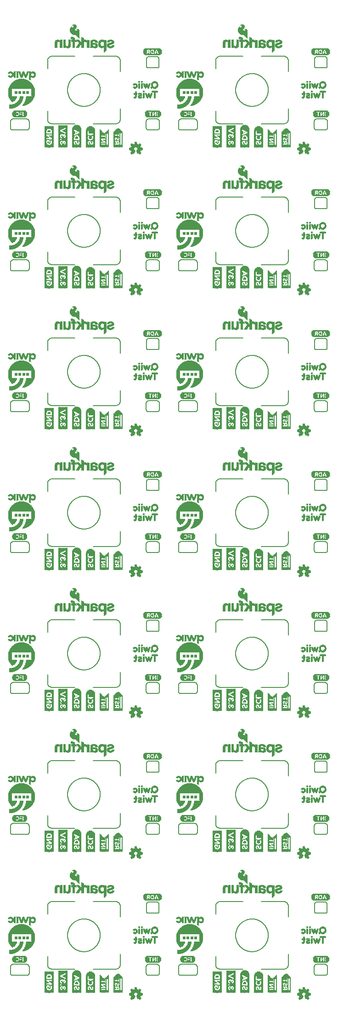
<source format=gbo>
G75*
%MOIN*%
%OFA0B0*%
%FSLAX25Y25*%
%IPPOS*%
%LPD*%
%AMOC8*
5,1,8,0,0,1.08239X$1,22.5*
%
%ADD10C,0.00299*%
%ADD11R,0.00157X0.15276*%
%ADD12R,0.00157X0.03307*%
%ADD13R,0.00157X0.11024*%
%ADD14R,0.00157X0.02992*%
%ADD15R,0.00157X0.01260*%
%ADD16R,0.00157X0.01890*%
%ADD17R,0.00157X0.00630*%
%ADD18R,0.00157X0.02677*%
%ADD19R,0.00157X0.00787*%
%ADD20R,0.00157X0.01575*%
%ADD21R,0.00157X0.00472*%
%ADD22R,0.00157X0.02520*%
%ADD23R,0.00157X0.01417*%
%ADD24R,0.00157X0.02205*%
%ADD25R,0.00157X0.02362*%
%ADD26R,0.00157X0.02047*%
%ADD27R,0.00157X0.01102*%
%ADD28R,0.00157X0.00945*%
%ADD29R,0.00157X0.02835*%
%ADD30R,0.00157X0.01732*%
%ADD31R,0.00157X0.00157*%
%ADD32R,0.00157X0.00315*%
%ADD33R,0.00157X0.03150*%
%ADD34R,0.00157X0.15906*%
%ADD35R,0.00157X0.03937*%
%ADD36R,0.00157X0.07402*%
%ADD37R,0.00157X0.03622*%
%ADD38R,0.00157X0.03465*%
%ADD39R,0.00157X0.13858*%
%ADD40R,0.00157X0.14331*%
%ADD41R,0.00157X0.14646*%
%ADD42R,0.00157X0.14961*%
%ADD43R,0.00157X0.15118*%
%ADD44R,0.00157X0.15433*%
%ADD45R,0.00157X0.11969*%
%ADD46R,0.00157X0.04567*%
%ADD47R,0.00157X0.04409*%
%ADD48R,0.00157X0.04252*%
%ADD49R,0.00157X0.04094*%
%ADD50R,0.00157X0.03780*%
%ADD51R,0.00157X0.12913*%
%ADD52R,0.00157X0.13386*%
%ADD53R,0.00157X0.13701*%
%ADD54R,0.00157X0.14016*%
%ADD55R,0.00157X0.14173*%
%ADD56R,0.00157X0.14488*%
%ADD57R,0.00157X0.07087*%
%ADD58R,0.00157X0.04882*%
%ADD59R,0.00157X0.05039*%
%ADD60R,0.00157X0.05197*%
%ADD61C,0.00600*%
%ADD62R,0.07205X0.00118*%
%ADD63R,0.07913X0.00118*%
%ADD64R,0.08386X0.00079*%
%ADD65R,0.08858X0.00157*%
%ADD66R,0.09094X0.00118*%
%ADD67R,0.09331X0.00118*%
%ADD68R,0.09567X0.00079*%
%ADD69R,0.03661X0.00118*%
%ADD70R,0.02126X0.00118*%
%ADD71R,0.02953X0.00118*%
%ADD72R,0.02244X0.00157*%
%ADD73R,0.00591X0.00157*%
%ADD74R,0.01535X0.00157*%
%ADD75R,0.02598X0.00157*%
%ADD76R,0.02244X0.00118*%
%ADD77R,0.00472X0.00118*%
%ADD78R,0.01181X0.00118*%
%ADD79R,0.02362X0.00118*%
%ADD80R,0.00945X0.00118*%
%ADD81R,0.00354X0.00118*%
%ADD82R,0.00827X0.00118*%
%ADD83R,0.02480X0.00157*%
%ADD84R,0.00354X0.00157*%
%ADD85R,0.00236X0.00157*%
%ADD86R,0.02480X0.00118*%
%ADD87R,0.02598X0.00118*%
%ADD88R,0.01063X0.00118*%
%ADD89R,0.02835X0.00118*%
%ADD90R,0.00472X0.00157*%
%ADD91R,0.04252X0.00157*%
%ADD92R,0.04370X0.00118*%
%ADD93R,0.00591X0.00118*%
%ADD94R,0.04488X0.00118*%
%ADD95R,0.00709X0.00157*%
%ADD96R,0.04488X0.00157*%
%ADD97R,0.00236X0.00118*%
%ADD98R,0.00118X0.00118*%
%ADD99R,0.00118X0.00157*%
%ADD100R,0.04370X0.00157*%
%ADD101R,0.04252X0.00118*%
%ADD102R,0.02717X0.00118*%
%ADD103R,0.03071X0.00157*%
%ADD104R,0.03425X0.00118*%
%ADD105R,0.09567X0.00118*%
%ADD106R,0.08858X0.00118*%
%ADD107R,0.08386X0.00118*%
%ADD108R,0.00157X0.12756*%
%ADD109R,0.00157X0.12598*%
%ADD110R,0.00157X0.12441*%
%ADD111R,0.00157X0.12283*%
%ADD112R,0.00157X0.11181*%
%ADD113R,0.00157X0.10866*%
%ADD114R,0.00157X0.10709*%
%ADD115R,0.00157X0.12126*%
%ADD116R,0.00157X0.11496*%
%ADD117R,0.00157X0.11654*%
%ADD118R,0.00157X0.13071*%
%ADD119R,0.00157X0.13228*%
%ADD120R,0.00157X0.11811*%
%ADD121R,0.10039X0.00118*%
%ADD122R,0.10748X0.00118*%
%ADD123R,0.11220X0.00079*%
%ADD124R,0.11693X0.00157*%
%ADD125R,0.11929X0.00118*%
%ADD126R,0.12165X0.00118*%
%ADD127R,0.12402X0.00079*%
%ADD128R,0.12638X0.00118*%
%ADD129R,0.03307X0.00157*%
%ADD130R,0.01299X0.00157*%
%ADD131R,0.02717X0.00157*%
%ADD132R,0.03307X0.00118*%
%ADD133R,0.01535X0.00118*%
%ADD134R,0.01417X0.00118*%
%ADD135R,0.00709X0.00118*%
%ADD136R,0.01299X0.00118*%
%ADD137R,0.03189X0.00118*%
%ADD138R,0.03189X0.00157*%
%ADD139R,0.01063X0.00157*%
%ADD140R,0.00945X0.00157*%
%ADD141R,0.03071X0.00118*%
%ADD142R,0.02953X0.00157*%
%ADD143R,0.00827X0.00157*%
%ADD144R,0.01181X0.00157*%
%ADD145R,0.02835X0.00157*%
%ADD146R,0.02362X0.00157*%
%ADD147R,0.02008X0.00118*%
%ADD148R,0.02126X0.00157*%
%ADD149R,0.01654X0.00157*%
%ADD150R,0.01772X0.00118*%
%ADD151R,0.12402X0.00118*%
%ADD152R,0.11693X0.00118*%
%ADD153R,0.11220X0.00118*%
%ADD154R,0.00472X0.00079*%
%ADD155R,0.01339X0.00079*%
%ADD156R,0.01260X0.00079*%
%ADD157R,0.00551X0.00079*%
%ADD158R,0.01102X0.00079*%
%ADD159R,0.01417X0.00079*%
%ADD160R,0.01654X0.00079*%
%ADD161R,0.01496X0.00079*%
%ADD162R,0.01890X0.00079*%
%ADD163R,0.02126X0.00079*%
%ADD164R,0.02205X0.00079*%
%ADD165R,0.01575X0.00079*%
%ADD166R,0.02520X0.00079*%
%ADD167R,0.02441X0.00079*%
%ADD168R,0.02756X0.00079*%
%ADD169R,0.02598X0.00079*%
%ADD170R,0.02913X0.00079*%
%ADD171R,0.04252X0.00079*%
%ADD172R,0.03150X0.00079*%
%ADD173R,0.04331X0.00079*%
%ADD174R,0.01732X0.00079*%
%ADD175R,0.03307X0.00079*%
%ADD176R,0.04409X0.00079*%
%ADD177R,0.01811X0.00079*%
%ADD178R,0.03386X0.00079*%
%ADD179R,0.03543X0.00079*%
%ADD180R,0.04488X0.00079*%
%ADD181R,0.03622X0.00079*%
%ADD182R,0.04567X0.00079*%
%ADD183R,0.03780X0.00079*%
%ADD184R,0.01969X0.00079*%
%ADD185R,0.02047X0.00079*%
%ADD186R,0.03701X0.00079*%
%ADD187R,0.01024X0.00079*%
%ADD188R,0.00709X0.00079*%
%ADD189R,0.02283X0.00079*%
%ADD190R,0.00236X0.00079*%
%ADD191R,0.02362X0.00079*%
%ADD192R,0.01181X0.00079*%
%ADD193R,0.00157X0.00079*%
%ADD194R,0.00394X0.00079*%
%ADD195R,0.00630X0.00079*%
%ADD196R,0.00866X0.00079*%
%ADD197R,0.03858X0.00079*%
%ADD198R,0.03465X0.00079*%
%ADD199R,0.02992X0.00079*%
%ADD200R,0.04173X0.00079*%
%ADD201R,0.02835X0.00079*%
%ADD202R,0.03228X0.00079*%
%ADD203R,0.04646X0.00079*%
%ADD204R,0.05276X0.00079*%
%ADD205R,0.05748X0.00079*%
%ADD206R,0.06299X0.00079*%
%ADD207R,0.06693X0.00079*%
%ADD208R,0.07165X0.00079*%
%ADD209R,0.07480X0.00079*%
%ADD210R,0.07795X0.00079*%
%ADD211R,0.08268X0.00079*%
%ADD212R,0.08504X0.00079*%
%ADD213R,0.08898X0.00079*%
%ADD214R,0.09213X0.00079*%
%ADD215R,0.09449X0.00079*%
%ADD216R,0.09764X0.00079*%
%ADD217R,0.10000X0.00079*%
%ADD218R,0.10236X0.00079*%
%ADD219R,0.10551X0.00079*%
%ADD220R,0.10709X0.00079*%
%ADD221R,0.11024X0.00079*%
%ADD222R,0.11181X0.00079*%
%ADD223R,0.11417X0.00079*%
%ADD224R,0.11654X0.00079*%
%ADD225R,0.11811X0.00079*%
%ADD226R,0.12047X0.00079*%
%ADD227R,0.12283X0.00079*%
%ADD228R,0.12441X0.00079*%
%ADD229R,0.12598X0.00079*%
%ADD230R,0.12835X0.00079*%
%ADD231R,0.12992X0.00079*%
%ADD232R,0.13150X0.00079*%
%ADD233R,0.13307X0.00079*%
%ADD234R,0.13465X0.00079*%
%ADD235R,0.13622X0.00079*%
%ADD236R,0.13858X0.00079*%
%ADD237R,0.13937X0.00079*%
%ADD238R,0.14094X0.00079*%
%ADD239R,0.14252X0.00079*%
%ADD240R,0.14409X0.00079*%
%ADD241R,0.14567X0.00079*%
%ADD242R,0.14724X0.00079*%
%ADD243R,0.14882X0.00079*%
%ADD244R,0.14961X0.00079*%
%ADD245R,0.15118X0.00079*%
%ADD246R,0.15197X0.00079*%
%ADD247R,0.15354X0.00079*%
%ADD248R,0.15512X0.00079*%
%ADD249R,0.15591X0.00079*%
%ADD250R,0.15669X0.00079*%
%ADD251R,0.15827X0.00079*%
%ADD252R,0.15984X0.00079*%
%ADD253R,0.16063X0.00079*%
%ADD254R,0.16142X0.00079*%
%ADD255R,0.16220X0.00079*%
%ADD256R,0.16378X0.00079*%
%ADD257R,0.16457X0.00079*%
%ADD258R,0.16535X0.00079*%
%ADD259R,0.16693X0.00079*%
%ADD260R,0.16772X0.00079*%
%ADD261R,0.16850X0.00079*%
%ADD262R,0.16929X0.00079*%
%ADD263R,0.17008X0.00079*%
%ADD264R,0.17087X0.00079*%
%ADD265R,0.17244X0.00079*%
%ADD266R,0.17323X0.00079*%
%ADD267R,0.17480X0.00079*%
%ADD268R,0.17559X0.00079*%
%ADD269R,0.17717X0.00079*%
%ADD270R,0.17795X0.00079*%
%ADD271R,0.17874X0.00079*%
%ADD272R,0.17953X0.00079*%
%ADD273R,0.18031X0.00079*%
%ADD274R,0.18110X0.00079*%
%ADD275R,0.18189X0.00079*%
%ADD276R,0.18268X0.00079*%
%ADD277R,0.18346X0.00079*%
%ADD278R,0.18425X0.00079*%
%ADD279R,0.18504X0.00079*%
%ADD280R,0.18583X0.00079*%
%ADD281R,0.18661X0.00079*%
%ADD282R,0.02677X0.00079*%
%ADD283R,0.05827X0.00079*%
%ADD284R,0.06220X0.00079*%
%ADD285R,0.06142X0.00079*%
%ADD286R,0.06063X0.00079*%
%ADD287R,0.05984X0.00079*%
%ADD288R,0.05906X0.00079*%
%ADD289R,0.05669X0.00079*%
%ADD290R,0.05512X0.00079*%
%ADD291R,0.05591X0.00079*%
%ADD292R,0.05433X0.00079*%
%ADD293R,0.05354X0.00079*%
%ADD294R,0.05197X0.00079*%
%ADD295R,0.05118X0.00079*%
%ADD296R,0.04961X0.00079*%
%ADD297R,0.04803X0.00079*%
%ADD298R,0.04724X0.00079*%
%ADD299R,0.04094X0.00079*%
%ADD300R,0.04016X0.00079*%
%ADD301R,0.03937X0.00079*%
%ADD302R,0.05039X0.00079*%
%ADD303R,0.03071X0.00079*%
%ADD304R,0.04882X0.00079*%
%ADD305R,0.00079X0.00079*%
%ADD306R,0.07244X0.00079*%
%ADD307R,0.07087X0.00079*%
%ADD308R,0.07008X0.00079*%
%ADD309R,0.06929X0.00079*%
%ADD310R,0.06850X0.00079*%
%ADD311R,0.06614X0.00079*%
%ADD312R,0.06535X0.00079*%
%ADD313R,0.06378X0.00079*%
%ADD314C,0.00800*%
%ADD315R,0.00787X0.00197*%
%ADD316R,0.00984X0.00197*%
%ADD317R,0.01181X0.00197*%
%ADD318R,0.01378X0.00197*%
%ADD319R,0.02165X0.00197*%
%ADD320R,0.02953X0.00197*%
%ADD321R,0.03346X0.00197*%
%ADD322R,0.03740X0.00197*%
%ADD323R,0.04134X0.00197*%
%ADD324R,0.00394X0.00197*%
%ADD325R,0.00591X0.00197*%
%ADD326R,0.04528X0.00197*%
%ADD327R,0.01772X0.00197*%
%ADD328R,0.01575X0.00197*%
%ADD329R,0.02559X0.00197*%
%ADD330R,0.03150X0.00197*%
%ADD331R,0.01378X0.00236*%
%ADD332R,0.04724X0.00236*%
%ADD333R,0.01181X0.00236*%
%ADD334R,0.00394X0.00236*%
%ADD335R,0.04331X0.00197*%
%ADD336R,0.01772X0.00236*%
%ADD337R,0.01969X0.00236*%
%ADD338R,0.00984X0.00236*%
%ADD339R,0.05118X0.00197*%
%ADD340R,0.04921X0.00197*%
%ADD341R,0.04724X0.00197*%
%ADD342R,0.02756X0.00236*%
%ADD343R,0.02165X0.00236*%
%ADD344R,0.00197X0.00197*%
%ADD345R,0.01969X0.00197*%
%ADD346R,0.02756X0.00197*%
%ADD347R,0.02362X0.00236*%
%ADD348R,0.01575X0.00236*%
%ADD349C,0.00300*%
%ADD350R,0.10039X0.00157*%
%ADD351R,0.10276X0.00118*%
%ADD352R,0.10512X0.00118*%
%ADD353R,0.10748X0.00079*%
%ADD354R,0.10984X0.00118*%
%ADD355R,0.01417X0.00157*%
%ADD356R,0.03543X0.00118*%
%ADD357R,0.03543X0.00157*%
%ADD358R,0.03425X0.00157*%
%ADD359R,0.01654X0.00118*%
D10*
X0122366Y0033248D02*
X0123271Y0032342D01*
X0124413Y0033129D01*
X0124452Y0033129D01*
X0124531Y0033051D01*
X0124570Y0033051D01*
X0124610Y0033011D01*
X0124689Y0033011D01*
X0124728Y0032972D01*
X0124767Y0032972D01*
X0124807Y0032933D01*
X0124846Y0032933D01*
X0124885Y0032893D01*
X0124964Y0032893D01*
X0124964Y0032854D01*
X0125752Y0034980D01*
X0125515Y0035098D01*
X0125437Y0035177D01*
X0125358Y0035216D01*
X0125200Y0035373D01*
X0125161Y0035452D01*
X0125082Y0035531D01*
X0125043Y0035610D01*
X0125004Y0035728D01*
X0124964Y0035807D01*
X0124964Y0035885D01*
X0124925Y0036003D01*
X0124925Y0036358D01*
X0124964Y0036476D01*
X0124964Y0036594D01*
X0125043Y0036712D01*
X0125082Y0036830D01*
X0125240Y0037066D01*
X0125397Y0037224D01*
X0125633Y0037381D01*
X0125752Y0037421D01*
X0125870Y0037499D01*
X0125988Y0037499D01*
X0126106Y0037539D01*
X0126381Y0037539D01*
X0126539Y0037499D01*
X0126657Y0037499D01*
X0126775Y0037421D01*
X0126893Y0037381D01*
X0127011Y0037303D01*
X0127090Y0037224D01*
X0127208Y0037145D01*
X0127287Y0037066D01*
X0127444Y0036830D01*
X0127602Y0036358D01*
X0127602Y0036122D01*
X0127563Y0036003D01*
X0127563Y0035885D01*
X0127484Y0035728D01*
X0127444Y0035610D01*
X0127366Y0035452D01*
X0127287Y0035373D01*
X0127248Y0035295D01*
X0127169Y0035216D01*
X0127090Y0035177D01*
X0127011Y0035098D01*
X0126854Y0035019D01*
X0126736Y0034980D01*
X0127523Y0032854D01*
X0127563Y0032893D01*
X0127641Y0032893D01*
X0127681Y0032933D01*
X0127720Y0032933D01*
X0127759Y0032972D01*
X0127799Y0032972D01*
X0127838Y0033011D01*
X0127878Y0033011D01*
X0127917Y0033051D01*
X0127956Y0033051D01*
X0127996Y0033090D01*
X0128035Y0033090D01*
X0128074Y0033129D01*
X0128114Y0033129D01*
X0129256Y0032342D01*
X0130122Y0033248D01*
X0129334Y0034350D01*
X0129374Y0034429D01*
X0129374Y0034468D01*
X0129413Y0034547D01*
X0129452Y0034586D01*
X0129492Y0034665D01*
X0129531Y0034704D01*
X0129531Y0034783D01*
X0129570Y0034822D01*
X0129570Y0034901D01*
X0129610Y0034980D01*
X0129649Y0035019D01*
X0129649Y0035098D01*
X0129689Y0035137D01*
X0129689Y0035216D01*
X0129728Y0035295D01*
X0129728Y0035334D01*
X0131106Y0035570D01*
X0131106Y0036830D01*
X0129728Y0037066D01*
X0129728Y0037145D01*
X0129689Y0037224D01*
X0129689Y0037263D01*
X0129649Y0037342D01*
X0129649Y0037381D01*
X0129570Y0037539D01*
X0129570Y0037578D01*
X0129531Y0037657D01*
X0129492Y0037696D01*
X0129492Y0037775D01*
X0129452Y0037814D01*
X0129413Y0037893D01*
X0129374Y0037933D01*
X0129374Y0038011D01*
X0129334Y0038051D01*
X0130122Y0039192D01*
X0129256Y0040059D01*
X0128114Y0039271D01*
X0128035Y0039311D01*
X0127996Y0039350D01*
X0127917Y0039350D01*
X0127878Y0039389D01*
X0127799Y0039429D01*
X0127759Y0039468D01*
X0127681Y0039468D01*
X0127641Y0039507D01*
X0127563Y0039547D01*
X0127523Y0039547D01*
X0127444Y0039586D01*
X0127366Y0039586D01*
X0127326Y0039625D01*
X0127248Y0039625D01*
X0127169Y0039665D01*
X0127130Y0039665D01*
X0126893Y0041043D01*
X0125633Y0041043D01*
X0125397Y0039665D01*
X0125319Y0039665D01*
X0125240Y0039625D01*
X0125200Y0039625D01*
X0125122Y0039586D01*
X0125082Y0039586D01*
X0125004Y0039547D01*
X0124925Y0039547D01*
X0124885Y0039507D01*
X0124807Y0039468D01*
X0127681Y0039468D01*
X0127112Y0039766D02*
X0125415Y0039766D01*
X0125466Y0040064D02*
X0127061Y0040064D01*
X0127010Y0040361D02*
X0125517Y0040361D01*
X0125568Y0040659D02*
X0126959Y0040659D01*
X0126908Y0040957D02*
X0125619Y0040957D01*
X0124807Y0039468D02*
X0124767Y0039468D01*
X0124689Y0039429D01*
X0124649Y0039389D01*
X0124570Y0039350D01*
X0124531Y0039350D01*
X0124452Y0039311D01*
X0124413Y0039271D01*
X0123271Y0040059D01*
X0122366Y0039192D01*
X0123193Y0038051D01*
X0123153Y0038011D01*
X0123114Y0037933D01*
X0123074Y0037893D01*
X0123074Y0037814D01*
X0123035Y0037775D01*
X0122996Y0037696D01*
X0122956Y0037657D01*
X0122956Y0037578D01*
X0122917Y0037539D01*
X0122917Y0037460D01*
X0122878Y0037381D01*
X0122838Y0037342D01*
X0122838Y0037263D01*
X0122799Y0037224D01*
X0122799Y0037066D01*
X0121381Y0036830D01*
X0121381Y0035570D01*
X0122759Y0035334D01*
X0122799Y0035295D01*
X0122799Y0035216D01*
X0122838Y0035137D01*
X0122838Y0035098D01*
X0122878Y0035019D01*
X0122878Y0034980D01*
X0122956Y0034822D01*
X0122956Y0034783D01*
X0122996Y0034704D01*
X0123035Y0034665D01*
X0123074Y0034586D01*
X0123074Y0034547D01*
X0123114Y0034468D01*
X0123153Y0034429D01*
X0123193Y0034350D01*
X0122366Y0033248D01*
X0122397Y0033216D02*
X0125098Y0033216D01*
X0125209Y0033514D02*
X0122565Y0033514D01*
X0122789Y0033811D02*
X0125319Y0033811D01*
X0125429Y0034109D02*
X0123012Y0034109D01*
X0123164Y0034407D02*
X0125539Y0034407D01*
X0125650Y0034704D02*
X0122996Y0034704D01*
X0122878Y0035002D02*
X0125707Y0035002D01*
X0125274Y0035300D02*
X0122794Y0035300D01*
X0121381Y0035598D02*
X0125049Y0035598D01*
X0124961Y0035895D02*
X0121381Y0035895D01*
X0121381Y0036193D02*
X0124925Y0036193D01*
X0124964Y0036491D02*
X0121381Y0036491D01*
X0121381Y0036789D02*
X0125068Y0036789D01*
X0125260Y0037086D02*
X0122799Y0037086D01*
X0122879Y0037384D02*
X0125641Y0037384D01*
X0126885Y0037384D02*
X0129648Y0037384D01*
X0129728Y0037086D02*
X0127267Y0037086D01*
X0127458Y0036789D02*
X0131106Y0036789D01*
X0131106Y0036491D02*
X0127558Y0036491D01*
X0127602Y0036193D02*
X0131106Y0036193D01*
X0131106Y0035895D02*
X0127563Y0035895D01*
X0127438Y0035598D02*
X0131106Y0035598D01*
X0129728Y0035300D02*
X0127250Y0035300D01*
X0126803Y0035002D02*
X0129632Y0035002D01*
X0129531Y0034704D02*
X0126838Y0034704D01*
X0126948Y0034407D02*
X0129363Y0034407D01*
X0129506Y0034109D02*
X0127058Y0034109D01*
X0127169Y0033811D02*
X0129719Y0033811D01*
X0129932Y0033514D02*
X0127279Y0033514D01*
X0127389Y0033216D02*
X0130091Y0033216D01*
X0129807Y0032918D02*
X0128420Y0032918D01*
X0128852Y0032620D02*
X0129522Y0032620D01*
X0127666Y0032918D02*
X0127499Y0032918D01*
X0124988Y0032918D02*
X0124860Y0032918D01*
X0124107Y0032918D02*
X0122695Y0032918D01*
X0122993Y0032620D02*
X0123675Y0032620D01*
X0122981Y0037682D02*
X0129506Y0037682D01*
X0129374Y0037979D02*
X0123137Y0037979D01*
X0123029Y0038277D02*
X0129490Y0038277D01*
X0129696Y0038575D02*
X0122813Y0038575D01*
X0122597Y0038873D02*
X0129901Y0038873D01*
X0130106Y0039170D02*
X0122382Y0039170D01*
X0122654Y0039468D02*
X0124127Y0039468D01*
X0123696Y0039766D02*
X0122965Y0039766D01*
X0128399Y0039468D02*
X0129846Y0039468D01*
X0129548Y0039766D02*
X0128831Y0039766D01*
X0129256Y0134342D02*
X0128114Y0135129D01*
X0128074Y0135129D01*
X0128035Y0135090D01*
X0127996Y0135090D01*
X0127956Y0135051D01*
X0127917Y0135051D01*
X0127878Y0135011D01*
X0127838Y0135011D01*
X0127799Y0134972D01*
X0127759Y0134972D01*
X0127720Y0134933D01*
X0127681Y0134933D01*
X0127641Y0134893D01*
X0127563Y0134893D01*
X0127523Y0134854D01*
X0126736Y0136980D01*
X0126854Y0137019D01*
X0127011Y0137098D01*
X0127090Y0137177D01*
X0127169Y0137216D01*
X0127248Y0137295D01*
X0127287Y0137373D01*
X0127366Y0137452D01*
X0127444Y0137610D01*
X0127484Y0137728D01*
X0127563Y0137885D01*
X0127563Y0138003D01*
X0127602Y0138122D01*
X0127602Y0138358D01*
X0127444Y0138830D01*
X0127287Y0139066D01*
X0127208Y0139145D01*
X0127090Y0139224D01*
X0127011Y0139303D01*
X0126893Y0139381D01*
X0126775Y0139421D01*
X0126657Y0139499D01*
X0126539Y0139499D01*
X0126381Y0139539D01*
X0126106Y0139539D01*
X0125988Y0139499D01*
X0125870Y0139499D01*
X0125752Y0139421D01*
X0125633Y0139381D01*
X0125397Y0139224D01*
X0125240Y0139066D01*
X0125082Y0138830D01*
X0125043Y0138712D01*
X0124964Y0138594D01*
X0124964Y0138476D01*
X0124925Y0138358D01*
X0124925Y0138003D01*
X0124964Y0137885D01*
X0124964Y0137807D01*
X0125004Y0137728D01*
X0125043Y0137610D01*
X0125082Y0137531D01*
X0125161Y0137452D01*
X0125200Y0137373D01*
X0125358Y0137216D01*
X0125437Y0137177D01*
X0125515Y0137098D01*
X0125752Y0136980D01*
X0124964Y0134854D01*
X0124964Y0134893D01*
X0124885Y0134893D01*
X0124846Y0134933D01*
X0124807Y0134933D01*
X0124767Y0134972D01*
X0124728Y0134972D01*
X0124689Y0135011D01*
X0124610Y0135011D01*
X0124570Y0135051D01*
X0124531Y0135051D01*
X0124452Y0135129D01*
X0124413Y0135129D01*
X0123271Y0134342D01*
X0122366Y0135248D01*
X0123193Y0136350D01*
X0123153Y0136429D01*
X0123114Y0136468D01*
X0123074Y0136547D01*
X0123074Y0136586D01*
X0123035Y0136665D01*
X0122996Y0136704D01*
X0122956Y0136783D01*
X0122956Y0136822D01*
X0122878Y0136980D01*
X0122878Y0137019D01*
X0122838Y0137098D01*
X0122838Y0137137D01*
X0122799Y0137216D01*
X0122799Y0137295D01*
X0122759Y0137334D01*
X0121381Y0137570D01*
X0121381Y0138830D01*
X0122799Y0139066D01*
X0122799Y0139224D01*
X0122838Y0139263D01*
X0122838Y0139342D01*
X0122878Y0139381D01*
X0122917Y0139460D01*
X0122917Y0139539D01*
X0122956Y0139578D01*
X0122956Y0139657D01*
X0122996Y0139696D01*
X0123035Y0139775D01*
X0123074Y0139814D01*
X0123074Y0139893D01*
X0123114Y0139933D01*
X0123153Y0140011D01*
X0123193Y0140051D01*
X0122366Y0141192D01*
X0123271Y0142059D01*
X0124413Y0141271D01*
X0124452Y0141311D01*
X0124531Y0141350D01*
X0124570Y0141350D01*
X0124649Y0141389D01*
X0124689Y0141429D01*
X0124767Y0141468D01*
X0124807Y0141468D01*
X0124885Y0141507D01*
X0124925Y0141547D01*
X0125004Y0141547D01*
X0125082Y0141586D01*
X0125122Y0141586D01*
X0125200Y0141625D01*
X0125240Y0141625D01*
X0125319Y0141665D01*
X0125397Y0141665D01*
X0125633Y0143043D01*
X0126893Y0143043D01*
X0127130Y0141665D01*
X0127169Y0141665D01*
X0127248Y0141625D01*
X0127326Y0141625D01*
X0127366Y0141586D01*
X0127444Y0141586D01*
X0127523Y0141547D01*
X0127563Y0141547D01*
X0127641Y0141507D01*
X0127681Y0141468D01*
X0127759Y0141468D01*
X0127799Y0141429D01*
X0127878Y0141389D01*
X0127917Y0141350D01*
X0127996Y0141350D01*
X0128035Y0141311D01*
X0128114Y0141271D01*
X0129256Y0142059D01*
X0130122Y0141192D01*
X0129334Y0140051D01*
X0129374Y0140011D01*
X0129374Y0139933D01*
X0129413Y0139893D01*
X0129452Y0139814D01*
X0129492Y0139775D01*
X0129492Y0139696D01*
X0129531Y0139657D01*
X0129570Y0139578D01*
X0129570Y0139539D01*
X0129649Y0139381D01*
X0129649Y0139342D01*
X0129689Y0139263D01*
X0129689Y0139224D01*
X0129728Y0139145D01*
X0129728Y0139066D01*
X0131106Y0138830D01*
X0131106Y0137570D01*
X0129728Y0137334D01*
X0129728Y0137295D01*
X0129689Y0137216D01*
X0129689Y0137137D01*
X0129649Y0137098D01*
X0129649Y0137019D01*
X0129610Y0136980D01*
X0129570Y0136901D01*
X0129570Y0136822D01*
X0129531Y0136783D01*
X0129531Y0136704D01*
X0129492Y0136665D01*
X0129452Y0136586D01*
X0129413Y0136547D01*
X0129374Y0136468D01*
X0129374Y0136429D01*
X0129334Y0136350D01*
X0130122Y0135248D01*
X0129256Y0134342D01*
X0129351Y0134442D02*
X0129111Y0134442D01*
X0128679Y0134740D02*
X0129636Y0134740D01*
X0129921Y0135037D02*
X0128247Y0135037D01*
X0127904Y0135037D02*
X0127455Y0135037D01*
X0127345Y0135335D02*
X0130059Y0135335D01*
X0129846Y0135633D02*
X0127235Y0135633D01*
X0127124Y0135931D02*
X0129634Y0135931D01*
X0129421Y0136228D02*
X0127014Y0136228D01*
X0126904Y0136526D02*
X0129403Y0136526D01*
X0129570Y0136824D02*
X0126794Y0136824D01*
X0127035Y0137122D02*
X0129673Y0137122D01*
X0130224Y0137419D02*
X0127333Y0137419D01*
X0127480Y0137717D02*
X0131106Y0137717D01*
X0131106Y0138015D02*
X0127566Y0138015D01*
X0127602Y0138312D02*
X0131106Y0138312D01*
X0131106Y0138610D02*
X0127518Y0138610D01*
X0127393Y0138908D02*
X0130653Y0138908D01*
X0129698Y0139206D02*
X0127118Y0139206D01*
X0126524Y0139503D02*
X0129588Y0139503D01*
X0129466Y0139801D02*
X0123061Y0139801D01*
X0123158Y0140099D02*
X0129367Y0140099D01*
X0129573Y0140396D02*
X0122942Y0140396D01*
X0122727Y0140694D02*
X0129778Y0140694D01*
X0129983Y0140992D02*
X0122511Y0140992D01*
X0122467Y0141290D02*
X0124386Y0141290D01*
X0124431Y0141290D02*
X0128077Y0141290D01*
X0128141Y0141290D02*
X0130024Y0141290D01*
X0129727Y0141587D02*
X0128572Y0141587D01*
X0129004Y0141885D02*
X0129429Y0141885D01*
X0127364Y0141587D02*
X0125124Y0141587D01*
X0125435Y0141885D02*
X0127092Y0141885D01*
X0127041Y0142183D02*
X0125486Y0142183D01*
X0125537Y0142481D02*
X0126990Y0142481D01*
X0126939Y0142778D02*
X0125588Y0142778D01*
X0123954Y0141587D02*
X0122779Y0141587D01*
X0123090Y0141885D02*
X0123523Y0141885D01*
X0122917Y0139503D02*
X0125999Y0139503D01*
X0125379Y0139206D02*
X0122799Y0139206D01*
X0121847Y0138908D02*
X0125134Y0138908D01*
X0124975Y0138610D02*
X0121381Y0138610D01*
X0121381Y0138312D02*
X0124925Y0138312D01*
X0124925Y0138015D02*
X0121381Y0138015D01*
X0121381Y0137717D02*
X0125007Y0137717D01*
X0125178Y0137419D02*
X0122263Y0137419D01*
X0122838Y0137122D02*
X0125492Y0137122D01*
X0125694Y0136824D02*
X0122956Y0136824D01*
X0123085Y0136526D02*
X0125584Y0136526D01*
X0125473Y0136228D02*
X0123101Y0136228D01*
X0122878Y0135931D02*
X0125363Y0135931D01*
X0125253Y0135633D02*
X0122655Y0135633D01*
X0122431Y0135335D02*
X0125142Y0135335D01*
X0125032Y0135037D02*
X0124584Y0135037D01*
X0124280Y0135037D02*
X0122576Y0135037D01*
X0122874Y0134740D02*
X0123848Y0134740D01*
X0123416Y0134442D02*
X0123171Y0134442D01*
X0123271Y0236342D02*
X0122366Y0237248D01*
X0123193Y0238350D01*
X0123153Y0238429D01*
X0123114Y0238468D01*
X0123074Y0238547D01*
X0123074Y0238586D01*
X0123035Y0238665D01*
X0122996Y0238704D01*
X0122956Y0238783D01*
X0122956Y0238822D01*
X0122878Y0238980D01*
X0122878Y0239019D01*
X0122838Y0239098D01*
X0122838Y0239137D01*
X0122799Y0239216D01*
X0122799Y0239295D01*
X0122759Y0239334D01*
X0121381Y0239570D01*
X0121381Y0240830D01*
X0122799Y0241066D01*
X0122799Y0241224D01*
X0122838Y0241263D01*
X0122838Y0241342D01*
X0122878Y0241381D01*
X0122917Y0241460D01*
X0122917Y0241539D01*
X0122956Y0241578D01*
X0122956Y0241657D01*
X0122996Y0241696D01*
X0123035Y0241775D01*
X0123074Y0241814D01*
X0123074Y0241893D01*
X0123114Y0241933D01*
X0123153Y0242011D01*
X0123193Y0242051D01*
X0122366Y0243192D01*
X0123271Y0244059D01*
X0124413Y0243271D01*
X0124452Y0243311D01*
X0124531Y0243350D01*
X0124570Y0243350D01*
X0124649Y0243389D01*
X0124689Y0243429D01*
X0124767Y0243468D01*
X0124807Y0243468D01*
X0124885Y0243507D01*
X0124925Y0243547D01*
X0125004Y0243547D01*
X0125082Y0243586D01*
X0125122Y0243586D01*
X0125200Y0243625D01*
X0125240Y0243625D01*
X0125319Y0243665D01*
X0125397Y0243665D01*
X0125633Y0245043D01*
X0126893Y0245043D01*
X0127130Y0243665D01*
X0127169Y0243665D01*
X0127248Y0243625D01*
X0127326Y0243625D01*
X0127366Y0243586D01*
X0127444Y0243586D01*
X0127523Y0243547D01*
X0127563Y0243547D01*
X0127641Y0243507D01*
X0127681Y0243468D01*
X0127759Y0243468D01*
X0127799Y0243429D01*
X0127878Y0243389D01*
X0127917Y0243350D01*
X0127996Y0243350D01*
X0128035Y0243311D01*
X0128114Y0243271D01*
X0129256Y0244059D01*
X0130122Y0243192D01*
X0129334Y0242051D01*
X0129374Y0242011D01*
X0129374Y0241933D01*
X0129413Y0241893D01*
X0129452Y0241814D01*
X0129492Y0241775D01*
X0129492Y0241696D01*
X0129531Y0241657D01*
X0129570Y0241578D01*
X0129570Y0241539D01*
X0129649Y0241381D01*
X0129649Y0241342D01*
X0129689Y0241263D01*
X0129689Y0241224D01*
X0129728Y0241145D01*
X0129728Y0241066D01*
X0131106Y0240830D01*
X0131106Y0239570D01*
X0129728Y0239334D01*
X0129728Y0239295D01*
X0129689Y0239216D01*
X0129689Y0239137D01*
X0129649Y0239098D01*
X0129649Y0239019D01*
X0129610Y0238980D01*
X0129570Y0238901D01*
X0129570Y0238822D01*
X0129531Y0238783D01*
X0129531Y0238704D01*
X0129492Y0238665D01*
X0129452Y0238586D01*
X0129413Y0238547D01*
X0129374Y0238468D01*
X0129374Y0238429D01*
X0129334Y0238350D01*
X0130122Y0237248D01*
X0129256Y0236342D01*
X0128114Y0237129D01*
X0128074Y0237129D01*
X0128035Y0237090D01*
X0127996Y0237090D01*
X0127956Y0237051D01*
X0127917Y0237051D01*
X0127878Y0237011D01*
X0127838Y0237011D01*
X0127799Y0236972D01*
X0127759Y0236972D01*
X0127720Y0236933D01*
X0127681Y0236933D01*
X0127641Y0236893D01*
X0127563Y0236893D01*
X0127523Y0236854D01*
X0126736Y0238980D01*
X0126854Y0239019D01*
X0127011Y0239098D01*
X0127090Y0239177D01*
X0127169Y0239216D01*
X0127248Y0239295D01*
X0127287Y0239373D01*
X0127366Y0239452D01*
X0127444Y0239610D01*
X0127484Y0239728D01*
X0127563Y0239885D01*
X0127563Y0240003D01*
X0127602Y0240122D01*
X0127602Y0240358D01*
X0127444Y0240830D01*
X0127287Y0241066D01*
X0127208Y0241145D01*
X0127090Y0241224D01*
X0127011Y0241303D01*
X0126893Y0241381D01*
X0126775Y0241421D01*
X0126657Y0241499D01*
X0126539Y0241499D01*
X0126381Y0241539D01*
X0126106Y0241539D01*
X0125988Y0241499D01*
X0125870Y0241499D01*
X0125752Y0241421D01*
X0125633Y0241381D01*
X0125397Y0241224D01*
X0125240Y0241066D01*
X0125082Y0240830D01*
X0125043Y0240712D01*
X0124964Y0240594D01*
X0124964Y0240476D01*
X0124925Y0240358D01*
X0124925Y0240003D01*
X0124964Y0239885D01*
X0124964Y0239807D01*
X0125004Y0239728D01*
X0125043Y0239610D01*
X0125082Y0239531D01*
X0125161Y0239452D01*
X0125200Y0239373D01*
X0125358Y0239216D01*
X0125437Y0239177D01*
X0125515Y0239098D01*
X0125752Y0238980D01*
X0124964Y0236854D01*
X0124964Y0236893D01*
X0124885Y0236893D01*
X0124846Y0236933D01*
X0124807Y0236933D01*
X0124767Y0236972D01*
X0124728Y0236972D01*
X0124689Y0237011D01*
X0124610Y0237011D01*
X0124570Y0237051D01*
X0124531Y0237051D01*
X0124452Y0237129D01*
X0124413Y0237129D01*
X0123271Y0236342D01*
X0123052Y0236561D02*
X0123589Y0236561D01*
X0124021Y0236859D02*
X0122754Y0236859D01*
X0122457Y0237157D02*
X0125076Y0237157D01*
X0125187Y0237454D02*
X0122521Y0237454D01*
X0122744Y0237752D02*
X0125297Y0237752D01*
X0125407Y0238050D02*
X0122968Y0238050D01*
X0123191Y0238348D02*
X0125517Y0238348D01*
X0125628Y0238645D02*
X0123045Y0238645D01*
X0122896Y0238943D02*
X0125738Y0238943D01*
X0125333Y0239241D02*
X0122799Y0239241D01*
X0121567Y0239539D02*
X0125079Y0239539D01*
X0124964Y0239836D02*
X0121381Y0239836D01*
X0121381Y0240134D02*
X0124925Y0240134D01*
X0124949Y0240432D02*
X0121381Y0240432D01*
X0121381Y0240729D02*
X0125049Y0240729D01*
X0125214Y0241027D02*
X0122563Y0241027D01*
X0122838Y0241325D02*
X0125549Y0241325D01*
X0126978Y0241325D02*
X0129658Y0241325D01*
X0129548Y0241623D02*
X0122956Y0241623D01*
X0123102Y0241920D02*
X0129386Y0241920D01*
X0129450Y0242218D02*
X0123071Y0242218D01*
X0122856Y0242516D02*
X0129655Y0242516D01*
X0129860Y0242813D02*
X0122640Y0242813D01*
X0122425Y0243111D02*
X0130066Y0243111D01*
X0129905Y0243409D02*
X0128314Y0243409D01*
X0127838Y0243409D02*
X0124669Y0243409D01*
X0124213Y0243409D02*
X0122592Y0243409D01*
X0122903Y0243707D02*
X0123781Y0243707D01*
X0123350Y0244004D02*
X0123215Y0244004D01*
X0125404Y0243707D02*
X0127122Y0243707D01*
X0127071Y0244004D02*
X0125455Y0244004D01*
X0125506Y0244302D02*
X0127020Y0244302D01*
X0126969Y0244600D02*
X0125558Y0244600D01*
X0125609Y0244898D02*
X0126918Y0244898D01*
X0128745Y0243707D02*
X0129607Y0243707D01*
X0129310Y0244004D02*
X0129177Y0244004D01*
X0129957Y0241027D02*
X0127313Y0241027D01*
X0127478Y0240729D02*
X0131106Y0240729D01*
X0131106Y0240432D02*
X0127577Y0240432D01*
X0127602Y0240134D02*
X0131106Y0240134D01*
X0131106Y0239836D02*
X0127538Y0239836D01*
X0127409Y0239539D02*
X0130920Y0239539D01*
X0129701Y0239241D02*
X0127194Y0239241D01*
X0126749Y0238943D02*
X0129591Y0238943D01*
X0129482Y0238645D02*
X0126860Y0238645D01*
X0126970Y0238348D02*
X0129336Y0238348D01*
X0129549Y0238050D02*
X0127080Y0238050D01*
X0127191Y0237752D02*
X0129761Y0237752D01*
X0129974Y0237454D02*
X0127301Y0237454D01*
X0127411Y0237157D02*
X0130035Y0237157D01*
X0129750Y0236859D02*
X0128506Y0236859D01*
X0128938Y0236561D02*
X0129465Y0236561D01*
X0127528Y0236859D02*
X0127521Y0236859D01*
X0124966Y0236859D02*
X0124964Y0236859D01*
X0123271Y0338342D02*
X0122366Y0339248D01*
X0123193Y0340350D01*
X0123153Y0340429D01*
X0123114Y0340468D01*
X0123074Y0340547D01*
X0123074Y0340586D01*
X0123035Y0340665D01*
X0122996Y0340704D01*
X0122956Y0340783D01*
X0122956Y0340822D01*
X0122878Y0340980D01*
X0122878Y0341019D01*
X0122838Y0341098D01*
X0122838Y0341137D01*
X0122799Y0341216D01*
X0122799Y0341295D01*
X0122759Y0341334D01*
X0121381Y0341570D01*
X0121381Y0342830D01*
X0122799Y0343066D01*
X0122799Y0343224D01*
X0122838Y0343263D01*
X0122838Y0343342D01*
X0122878Y0343381D01*
X0122917Y0343460D01*
X0122917Y0343539D01*
X0122956Y0343578D01*
X0122956Y0343657D01*
X0122996Y0343696D01*
X0123035Y0343775D01*
X0123074Y0343814D01*
X0123074Y0343893D01*
X0123114Y0343933D01*
X0123153Y0344011D01*
X0123193Y0344051D01*
X0122366Y0345192D01*
X0123271Y0346059D01*
X0124413Y0345271D01*
X0124452Y0345311D01*
X0124531Y0345350D01*
X0124570Y0345350D01*
X0124649Y0345389D01*
X0124689Y0345429D01*
X0124767Y0345468D01*
X0124807Y0345468D01*
X0124885Y0345507D01*
X0124925Y0345547D01*
X0125004Y0345547D01*
X0125082Y0345586D01*
X0125122Y0345586D01*
X0125200Y0345625D01*
X0125240Y0345625D01*
X0125319Y0345665D01*
X0125397Y0345665D01*
X0125633Y0347043D01*
X0126893Y0347043D01*
X0127130Y0345665D01*
X0127169Y0345665D01*
X0127248Y0345625D01*
X0127326Y0345625D01*
X0127366Y0345586D01*
X0127444Y0345586D01*
X0127523Y0345547D01*
X0127563Y0345547D01*
X0127641Y0345507D01*
X0127681Y0345468D01*
X0127759Y0345468D01*
X0127799Y0345429D01*
X0127878Y0345389D01*
X0127917Y0345350D01*
X0127996Y0345350D01*
X0128035Y0345311D01*
X0128114Y0345271D01*
X0129256Y0346059D01*
X0130122Y0345192D01*
X0129334Y0344051D01*
X0129374Y0344011D01*
X0129374Y0343933D01*
X0129413Y0343893D01*
X0129452Y0343814D01*
X0129492Y0343775D01*
X0129492Y0343696D01*
X0129531Y0343657D01*
X0129570Y0343578D01*
X0129570Y0343539D01*
X0129649Y0343381D01*
X0129649Y0343342D01*
X0129689Y0343263D01*
X0129689Y0343224D01*
X0129728Y0343145D01*
X0129728Y0343066D01*
X0131106Y0342830D01*
X0131106Y0341570D01*
X0129728Y0341334D01*
X0129728Y0341295D01*
X0129689Y0341216D01*
X0129689Y0341137D01*
X0129649Y0341098D01*
X0129649Y0341019D01*
X0129610Y0340980D01*
X0129570Y0340901D01*
X0129570Y0340822D01*
X0129531Y0340783D01*
X0129531Y0340704D01*
X0129492Y0340665D01*
X0129452Y0340586D01*
X0129413Y0340547D01*
X0129374Y0340468D01*
X0129374Y0340429D01*
X0129334Y0340350D01*
X0130122Y0339248D01*
X0129256Y0338342D01*
X0128114Y0339129D01*
X0128074Y0339129D01*
X0128035Y0339090D01*
X0127996Y0339090D01*
X0127956Y0339051D01*
X0127917Y0339051D01*
X0127878Y0339011D01*
X0127838Y0339011D01*
X0127799Y0338972D01*
X0127759Y0338972D01*
X0127720Y0338933D01*
X0127681Y0338933D01*
X0127641Y0338893D01*
X0127563Y0338893D01*
X0127523Y0338854D01*
X0126736Y0340980D01*
X0126854Y0341019D01*
X0127011Y0341098D01*
X0127090Y0341177D01*
X0127169Y0341216D01*
X0127248Y0341295D01*
X0127287Y0341373D01*
X0127366Y0341452D01*
X0127444Y0341610D01*
X0127484Y0341728D01*
X0127563Y0341885D01*
X0127563Y0342003D01*
X0127602Y0342122D01*
X0127602Y0342358D01*
X0127444Y0342830D01*
X0127287Y0343066D01*
X0127208Y0343145D01*
X0127090Y0343224D01*
X0127011Y0343303D01*
X0126893Y0343381D01*
X0126775Y0343421D01*
X0126657Y0343499D01*
X0126539Y0343499D01*
X0126381Y0343539D01*
X0126106Y0343539D01*
X0125988Y0343499D01*
X0125870Y0343499D01*
X0125752Y0343421D01*
X0125633Y0343381D01*
X0125397Y0343224D01*
X0125240Y0343066D01*
X0125082Y0342830D01*
X0125043Y0342712D01*
X0124964Y0342594D01*
X0124964Y0342476D01*
X0124925Y0342358D01*
X0124925Y0342003D01*
X0124964Y0341885D01*
X0124964Y0341807D01*
X0125004Y0341728D01*
X0125043Y0341610D01*
X0125082Y0341531D01*
X0125161Y0341452D01*
X0125200Y0341373D01*
X0125358Y0341216D01*
X0125437Y0341177D01*
X0125515Y0341098D01*
X0125752Y0340980D01*
X0124964Y0338854D01*
X0124964Y0338893D01*
X0124885Y0338893D01*
X0124846Y0338933D01*
X0124807Y0338933D01*
X0124767Y0338972D01*
X0124728Y0338972D01*
X0124689Y0339011D01*
X0124610Y0339011D01*
X0124570Y0339051D01*
X0124531Y0339051D01*
X0124452Y0339129D01*
X0124413Y0339129D01*
X0123271Y0338342D01*
X0123230Y0338383D02*
X0123331Y0338383D01*
X0122933Y0338681D02*
X0123762Y0338681D01*
X0124194Y0338978D02*
X0122635Y0338978D01*
X0122387Y0339276D02*
X0125121Y0339276D01*
X0125231Y0339574D02*
X0122610Y0339574D01*
X0122834Y0339871D02*
X0125341Y0339871D01*
X0125451Y0340169D02*
X0123057Y0340169D01*
X0123115Y0340467D02*
X0125562Y0340467D01*
X0125672Y0340765D02*
X0122965Y0340765D01*
X0122856Y0341062D02*
X0125586Y0341062D01*
X0125214Y0341360D02*
X0122608Y0341360D01*
X0121381Y0341658D02*
X0125027Y0341658D01*
X0124941Y0341956D02*
X0121381Y0341956D01*
X0121381Y0342253D02*
X0124925Y0342253D01*
X0124964Y0342551D02*
X0121381Y0342551D01*
X0121493Y0342849D02*
X0125095Y0342849D01*
X0125320Y0343146D02*
X0122799Y0343146D01*
X0122909Y0343444D02*
X0125787Y0343444D01*
X0126740Y0343444D02*
X0129618Y0343444D01*
X0129727Y0343146D02*
X0127206Y0343146D01*
X0127432Y0342849D02*
X0130998Y0342849D01*
X0131106Y0342551D02*
X0127538Y0342551D01*
X0127602Y0342253D02*
X0131106Y0342253D01*
X0131106Y0341956D02*
X0127563Y0341956D01*
X0127461Y0341658D02*
X0131106Y0341658D01*
X0129880Y0341360D02*
X0127280Y0341360D01*
X0126940Y0341062D02*
X0129649Y0341062D01*
X0129531Y0340765D02*
X0126816Y0340765D01*
X0126926Y0340467D02*
X0129374Y0340467D01*
X0129463Y0340169D02*
X0127036Y0340169D01*
X0127146Y0339871D02*
X0129676Y0339871D01*
X0129889Y0339574D02*
X0127257Y0339574D01*
X0127367Y0339276D02*
X0130101Y0339276D01*
X0129864Y0338978D02*
X0128333Y0338978D01*
X0128765Y0338681D02*
X0129579Y0338681D01*
X0129295Y0338383D02*
X0129196Y0338383D01*
X0127805Y0338978D02*
X0127477Y0338978D01*
X0125010Y0338978D02*
X0124722Y0338978D01*
X0123018Y0343742D02*
X0129492Y0343742D01*
X0129345Y0344040D02*
X0123181Y0344040D01*
X0122985Y0344337D02*
X0129532Y0344337D01*
X0129737Y0344635D02*
X0122769Y0344635D01*
X0122554Y0344933D02*
X0129943Y0344933D01*
X0130084Y0345231D02*
X0122406Y0345231D01*
X0122717Y0345528D02*
X0124040Y0345528D01*
X0123608Y0345826D02*
X0123028Y0345826D01*
X0124906Y0345528D02*
X0127600Y0345528D01*
X0127102Y0345826D02*
X0125425Y0345826D01*
X0125476Y0346124D02*
X0127051Y0346124D01*
X0127000Y0346421D02*
X0125527Y0346421D01*
X0125578Y0346719D02*
X0126949Y0346719D01*
X0126898Y0347017D02*
X0125629Y0347017D01*
X0128487Y0345528D02*
X0129786Y0345528D01*
X0129488Y0345826D02*
X0128918Y0345826D01*
X0129256Y0440342D02*
X0128114Y0441129D01*
X0128074Y0441129D01*
X0128035Y0441090D01*
X0127996Y0441090D01*
X0127956Y0441051D01*
X0127917Y0441051D01*
X0127878Y0441011D01*
X0127838Y0441011D01*
X0127799Y0440972D01*
X0127759Y0440972D01*
X0127720Y0440933D01*
X0127681Y0440933D01*
X0127641Y0440893D01*
X0127563Y0440893D01*
X0127523Y0440854D01*
X0126736Y0442980D01*
X0126854Y0443019D01*
X0127011Y0443098D01*
X0127090Y0443177D01*
X0127169Y0443216D01*
X0127248Y0443295D01*
X0127287Y0443373D01*
X0127366Y0443452D01*
X0127444Y0443610D01*
X0127484Y0443728D01*
X0127563Y0443885D01*
X0127563Y0444003D01*
X0127602Y0444122D01*
X0127602Y0444358D01*
X0127444Y0444830D01*
X0127287Y0445066D01*
X0127208Y0445145D01*
X0127090Y0445224D01*
X0127011Y0445303D01*
X0126893Y0445381D01*
X0126775Y0445421D01*
X0126657Y0445499D01*
X0126539Y0445499D01*
X0126381Y0445539D01*
X0126106Y0445539D01*
X0125988Y0445499D01*
X0125870Y0445499D01*
X0125752Y0445421D01*
X0125633Y0445381D01*
X0125397Y0445224D01*
X0125240Y0445066D01*
X0125082Y0444830D01*
X0125043Y0444712D01*
X0124964Y0444594D01*
X0124964Y0444476D01*
X0124925Y0444358D01*
X0124925Y0444003D01*
X0124964Y0443885D01*
X0124964Y0443807D01*
X0125004Y0443728D01*
X0125043Y0443610D01*
X0125082Y0443531D01*
X0125161Y0443452D01*
X0125200Y0443373D01*
X0125358Y0443216D01*
X0125437Y0443177D01*
X0125515Y0443098D01*
X0125752Y0442980D01*
X0124964Y0440854D01*
X0124964Y0440893D01*
X0124885Y0440893D01*
X0124846Y0440933D01*
X0124807Y0440933D01*
X0124767Y0440972D01*
X0124728Y0440972D01*
X0124689Y0441011D01*
X0124610Y0441011D01*
X0124570Y0441051D01*
X0124531Y0441051D01*
X0124452Y0441129D01*
X0124413Y0441129D01*
X0123271Y0440342D01*
X0122366Y0441248D01*
X0123193Y0442350D01*
X0123153Y0442429D01*
X0123114Y0442468D01*
X0123074Y0442547D01*
X0123074Y0442586D01*
X0125606Y0442586D01*
X0125496Y0442289D02*
X0123146Y0442289D01*
X0123074Y0442586D02*
X0123035Y0442665D01*
X0122996Y0442704D01*
X0122956Y0442783D01*
X0122956Y0442822D01*
X0122878Y0442980D01*
X0122878Y0443019D01*
X0122838Y0443098D01*
X0122838Y0443137D01*
X0122799Y0443216D01*
X0122799Y0443295D01*
X0122759Y0443334D01*
X0121381Y0443570D01*
X0121381Y0444830D01*
X0122799Y0445066D01*
X0122799Y0445224D01*
X0122838Y0445263D01*
X0122838Y0445342D01*
X0122878Y0445381D01*
X0122917Y0445460D01*
X0122917Y0445539D01*
X0122956Y0445578D01*
X0122956Y0445657D01*
X0122996Y0445696D01*
X0123035Y0445775D01*
X0123074Y0445814D01*
X0123074Y0445893D01*
X0123114Y0445933D01*
X0123153Y0446011D01*
X0123193Y0446051D01*
X0122366Y0447192D01*
X0123271Y0448059D01*
X0124413Y0447271D01*
X0124452Y0447311D01*
X0124531Y0447350D01*
X0124570Y0447350D01*
X0124649Y0447389D01*
X0124689Y0447429D01*
X0124767Y0447468D01*
X0124807Y0447468D01*
X0124885Y0447507D01*
X0124925Y0447547D01*
X0125004Y0447547D01*
X0125082Y0447586D01*
X0125122Y0447586D01*
X0125200Y0447625D01*
X0125240Y0447625D01*
X0125319Y0447665D01*
X0125397Y0447665D01*
X0125633Y0449043D01*
X0126893Y0449043D01*
X0127130Y0447665D01*
X0127169Y0447665D01*
X0127248Y0447625D01*
X0127326Y0447625D01*
X0127366Y0447586D01*
X0127444Y0447586D01*
X0127523Y0447547D01*
X0127563Y0447547D01*
X0127641Y0447507D01*
X0127681Y0447468D01*
X0127759Y0447468D01*
X0127799Y0447429D01*
X0127878Y0447389D01*
X0127917Y0447350D01*
X0127996Y0447350D01*
X0124531Y0447350D01*
X0124299Y0447350D02*
X0122530Y0447350D01*
X0122467Y0447052D02*
X0130025Y0447052D01*
X0130122Y0447192D02*
X0129334Y0446051D01*
X0129374Y0446011D01*
X0129374Y0445933D01*
X0129413Y0445893D01*
X0129452Y0445814D01*
X0129492Y0445775D01*
X0129492Y0445696D01*
X0129531Y0445657D01*
X0129570Y0445578D01*
X0129570Y0445539D01*
X0129649Y0445381D01*
X0129649Y0445342D01*
X0129689Y0445263D01*
X0129689Y0445224D01*
X0129728Y0445145D01*
X0129728Y0445066D01*
X0131106Y0444830D01*
X0131106Y0443570D01*
X0129728Y0443334D01*
X0129728Y0443295D01*
X0129689Y0443216D01*
X0129689Y0443137D01*
X0129649Y0443098D01*
X0129649Y0443019D01*
X0129610Y0442980D01*
X0129570Y0442901D01*
X0129570Y0442822D01*
X0129531Y0442783D01*
X0129531Y0442704D01*
X0129492Y0442665D01*
X0129452Y0442586D01*
X0129413Y0442547D01*
X0129374Y0442468D01*
X0129374Y0442429D01*
X0129334Y0442350D01*
X0130122Y0441248D01*
X0129256Y0440342D01*
X0129409Y0440502D02*
X0129023Y0440502D01*
X0128592Y0440800D02*
X0129694Y0440800D01*
X0129978Y0441098D02*
X0128160Y0441098D01*
X0128043Y0441098D02*
X0127433Y0441098D01*
X0127323Y0441395D02*
X0130016Y0441395D01*
X0129803Y0441693D02*
X0127212Y0441693D01*
X0127102Y0441991D02*
X0129591Y0441991D01*
X0129378Y0442289D02*
X0126992Y0442289D01*
X0126882Y0442586D02*
X0129452Y0442586D01*
X0129570Y0442884D02*
X0126771Y0442884D01*
X0127100Y0443182D02*
X0129689Y0443182D01*
X0130575Y0443479D02*
X0127379Y0443479D01*
X0127509Y0443777D02*
X0131106Y0443777D01*
X0131106Y0444075D02*
X0127586Y0444075D01*
X0127597Y0444373D02*
X0131106Y0444373D01*
X0131106Y0444670D02*
X0127498Y0444670D01*
X0127353Y0444968D02*
X0130302Y0444968D01*
X0129687Y0445266D02*
X0127048Y0445266D01*
X0125460Y0445266D02*
X0122838Y0445266D01*
X0122942Y0445563D02*
X0129570Y0445563D01*
X0129429Y0445861D02*
X0123074Y0445861D01*
X0123114Y0446159D02*
X0129409Y0446159D01*
X0129614Y0446457D02*
X0122899Y0446457D01*
X0122683Y0446754D02*
X0129820Y0446754D01*
X0130122Y0447192D02*
X0129256Y0448059D01*
X0128114Y0447271D01*
X0128035Y0447311D01*
X0127996Y0447350D01*
X0128228Y0447350D02*
X0129964Y0447350D01*
X0129666Y0447648D02*
X0128660Y0447648D01*
X0129091Y0447945D02*
X0129369Y0447945D01*
X0127203Y0447648D02*
X0125284Y0447648D01*
X0125445Y0447945D02*
X0127081Y0447945D01*
X0127030Y0448243D02*
X0125496Y0448243D01*
X0125547Y0448541D02*
X0126979Y0448541D01*
X0126928Y0448838D02*
X0125598Y0448838D01*
X0123867Y0447648D02*
X0122842Y0447648D01*
X0123153Y0447945D02*
X0123435Y0447945D01*
X0122209Y0444968D02*
X0125174Y0444968D01*
X0125015Y0444670D02*
X0121381Y0444670D01*
X0121381Y0444373D02*
X0124930Y0444373D01*
X0124925Y0444075D02*
X0121381Y0444075D01*
X0121381Y0443777D02*
X0124979Y0443777D01*
X0125134Y0443479D02*
X0121912Y0443479D01*
X0122816Y0443182D02*
X0125427Y0443182D01*
X0125716Y0442884D02*
X0122925Y0442884D01*
X0122923Y0441991D02*
X0125385Y0441991D01*
X0125275Y0441693D02*
X0122700Y0441693D01*
X0122477Y0441395D02*
X0125165Y0441395D01*
X0125054Y0441098D02*
X0124484Y0441098D01*
X0124367Y0441098D02*
X0122516Y0441098D01*
X0122813Y0440800D02*
X0123935Y0440800D01*
X0123504Y0440502D02*
X0123111Y0440502D01*
X0123271Y0542342D02*
X0122366Y0543248D01*
X0123193Y0544350D01*
X0123153Y0544429D01*
X0123114Y0544468D01*
X0123074Y0544547D01*
X0123074Y0544586D01*
X0123035Y0544665D01*
X0122996Y0544704D01*
X0122956Y0544783D01*
X0122956Y0544822D01*
X0122878Y0544980D01*
X0122878Y0545019D01*
X0122838Y0545098D01*
X0122838Y0545137D01*
X0122799Y0545216D01*
X0122799Y0545295D01*
X0122759Y0545334D01*
X0121381Y0545570D01*
X0121381Y0546830D01*
X0122799Y0547066D01*
X0122799Y0547224D01*
X0122838Y0547263D01*
X0122838Y0547342D01*
X0122878Y0547381D01*
X0122917Y0547460D01*
X0122917Y0547539D01*
X0122956Y0547578D01*
X0122956Y0547657D01*
X0122996Y0547696D01*
X0123035Y0547775D01*
X0123074Y0547814D01*
X0123074Y0547893D01*
X0123114Y0547933D01*
X0123153Y0548011D01*
X0123193Y0548051D01*
X0122366Y0549192D01*
X0123271Y0550059D01*
X0124413Y0549271D01*
X0124452Y0549311D01*
X0124531Y0549350D01*
X0124570Y0549350D01*
X0124649Y0549389D01*
X0124689Y0549429D01*
X0124767Y0549468D01*
X0124807Y0549468D01*
X0124885Y0549507D01*
X0124925Y0549547D01*
X0125004Y0549547D01*
X0125082Y0549586D01*
X0125122Y0549586D01*
X0125200Y0549625D01*
X0125240Y0549625D01*
X0125319Y0549665D01*
X0125397Y0549665D01*
X0125633Y0551043D01*
X0126893Y0551043D01*
X0127130Y0549665D01*
X0127169Y0549665D01*
X0127248Y0549625D01*
X0127326Y0549625D01*
X0127366Y0549586D01*
X0127444Y0549586D01*
X0127523Y0549547D01*
X0127563Y0549547D01*
X0127641Y0549507D01*
X0127681Y0549468D01*
X0127759Y0549468D01*
X0127799Y0549429D01*
X0127878Y0549389D01*
X0127917Y0549350D01*
X0127996Y0549350D01*
X0128035Y0549311D01*
X0128114Y0549271D01*
X0129256Y0550059D01*
X0130122Y0549192D01*
X0129334Y0548051D01*
X0129374Y0548011D01*
X0129374Y0547933D01*
X0129413Y0547893D01*
X0129452Y0547814D01*
X0129492Y0547775D01*
X0129492Y0547696D01*
X0129531Y0547657D01*
X0129570Y0547578D01*
X0129570Y0547539D01*
X0129649Y0547381D01*
X0129649Y0547342D01*
X0129689Y0547263D01*
X0129689Y0547224D01*
X0129728Y0547145D01*
X0129728Y0547066D01*
X0131106Y0546830D01*
X0131106Y0545570D01*
X0129728Y0545334D01*
X0129728Y0545295D01*
X0129689Y0545216D01*
X0129689Y0545137D01*
X0129649Y0545098D01*
X0129649Y0545019D01*
X0129610Y0544980D01*
X0129570Y0544901D01*
X0129570Y0544822D01*
X0129531Y0544783D01*
X0129531Y0544704D01*
X0129492Y0544665D01*
X0129452Y0544586D01*
X0129413Y0544547D01*
X0129374Y0544468D01*
X0129374Y0544429D01*
X0129334Y0544350D01*
X0130122Y0543248D01*
X0129256Y0542342D01*
X0128114Y0543129D01*
X0128074Y0543129D01*
X0128035Y0543090D01*
X0127996Y0543090D01*
X0127956Y0543051D01*
X0127917Y0543051D01*
X0127878Y0543011D01*
X0127838Y0543011D01*
X0127799Y0542972D01*
X0127759Y0542972D01*
X0127720Y0542933D01*
X0127681Y0542933D01*
X0127641Y0542893D01*
X0127563Y0542893D01*
X0127523Y0542854D01*
X0126736Y0544980D01*
X0126854Y0545019D01*
X0127011Y0545098D01*
X0127090Y0545177D01*
X0127169Y0545216D01*
X0127248Y0545295D01*
X0127287Y0545373D01*
X0127366Y0545452D01*
X0127444Y0545610D01*
X0127484Y0545728D01*
X0127563Y0545885D01*
X0127563Y0546003D01*
X0127602Y0546122D01*
X0127602Y0546358D01*
X0127444Y0546830D01*
X0127287Y0547066D01*
X0127208Y0547145D01*
X0127090Y0547224D01*
X0127011Y0547303D01*
X0126893Y0547381D01*
X0126775Y0547421D01*
X0126657Y0547499D01*
X0126539Y0547499D01*
X0126381Y0547539D01*
X0126106Y0547539D01*
X0125988Y0547499D01*
X0125870Y0547499D01*
X0125752Y0547421D01*
X0125633Y0547381D01*
X0125397Y0547224D01*
X0125240Y0547066D01*
X0125082Y0546830D01*
X0125043Y0546712D01*
X0124964Y0546594D01*
X0124964Y0546476D01*
X0124925Y0546358D01*
X0124925Y0546003D01*
X0124964Y0545885D01*
X0124964Y0545807D01*
X0125004Y0545728D01*
X0125043Y0545610D01*
X0125082Y0545531D01*
X0125161Y0545452D01*
X0125200Y0545373D01*
X0125358Y0545216D01*
X0125437Y0545177D01*
X0125515Y0545098D01*
X0125752Y0544980D01*
X0124964Y0542854D01*
X0124964Y0542893D01*
X0124885Y0542893D01*
X0124846Y0542933D01*
X0124807Y0542933D01*
X0124767Y0542972D01*
X0124728Y0542972D01*
X0124689Y0543011D01*
X0124610Y0543011D01*
X0124570Y0543051D01*
X0124531Y0543051D01*
X0124452Y0543129D01*
X0124413Y0543129D01*
X0123271Y0542342D01*
X0122992Y0542621D02*
X0123677Y0542621D01*
X0124108Y0542919D02*
X0122694Y0542919D01*
X0122396Y0543217D02*
X0125099Y0543217D01*
X0125209Y0543515D02*
X0122566Y0543515D01*
X0122789Y0543812D02*
X0125319Y0543812D01*
X0125429Y0544110D02*
X0123013Y0544110D01*
X0123164Y0544408D02*
X0125540Y0544408D01*
X0125650Y0544706D02*
X0122995Y0544706D01*
X0122878Y0545003D02*
X0125705Y0545003D01*
X0125273Y0545301D02*
X0122793Y0545301D01*
X0121381Y0545599D02*
X0125048Y0545599D01*
X0124960Y0545896D02*
X0121381Y0545896D01*
X0121381Y0546194D02*
X0124925Y0546194D01*
X0124964Y0546492D02*
X0121381Y0546492D01*
X0121381Y0546790D02*
X0125069Y0546790D01*
X0125261Y0547087D02*
X0122799Y0547087D01*
X0122879Y0547385D02*
X0125645Y0547385D01*
X0126882Y0547385D02*
X0129647Y0547385D01*
X0129728Y0547087D02*
X0127266Y0547087D01*
X0127458Y0546790D02*
X0131106Y0546790D01*
X0131106Y0546492D02*
X0127557Y0546492D01*
X0127602Y0546194D02*
X0131106Y0546194D01*
X0131106Y0545896D02*
X0127563Y0545896D01*
X0127439Y0545599D02*
X0131106Y0545599D01*
X0129728Y0545301D02*
X0127251Y0545301D01*
X0126806Y0545003D02*
X0129633Y0545003D01*
X0129531Y0544706D02*
X0126837Y0544706D01*
X0126948Y0544408D02*
X0129363Y0544408D01*
X0129506Y0544110D02*
X0127058Y0544110D01*
X0127168Y0543812D02*
X0129718Y0543812D01*
X0129931Y0543515D02*
X0127278Y0543515D01*
X0127389Y0543217D02*
X0130092Y0543217D01*
X0129808Y0542919D02*
X0128419Y0542919D01*
X0128850Y0542621D02*
X0129523Y0542621D01*
X0127667Y0542919D02*
X0127499Y0542919D01*
X0124988Y0542919D02*
X0124859Y0542919D01*
X0122982Y0547683D02*
X0129505Y0547683D01*
X0129374Y0547981D02*
X0123138Y0547981D01*
X0123028Y0548278D02*
X0129491Y0548278D01*
X0129697Y0548576D02*
X0122812Y0548576D01*
X0122597Y0548874D02*
X0129902Y0548874D01*
X0130107Y0549171D02*
X0122381Y0549171D01*
X0122655Y0549469D02*
X0124126Y0549469D01*
X0123694Y0549767D02*
X0122966Y0549767D01*
X0124809Y0549469D02*
X0127680Y0549469D01*
X0127112Y0549767D02*
X0125415Y0549767D01*
X0125466Y0550065D02*
X0127061Y0550065D01*
X0127010Y0550362D02*
X0125517Y0550362D01*
X0125568Y0550660D02*
X0126959Y0550660D01*
X0126908Y0550958D02*
X0125619Y0550958D01*
X0128401Y0549469D02*
X0129845Y0549469D01*
X0129547Y0549767D02*
X0128833Y0549767D01*
X0129256Y0644342D02*
X0128114Y0645129D01*
X0128074Y0645129D01*
X0128035Y0645090D01*
X0127996Y0645090D01*
X0127956Y0645051D01*
X0127917Y0645051D01*
X0127878Y0645011D01*
X0127838Y0645011D01*
X0127799Y0644972D01*
X0127759Y0644972D01*
X0127720Y0644933D01*
X0127681Y0644933D01*
X0127641Y0644893D01*
X0127563Y0644893D01*
X0127523Y0644854D01*
X0126736Y0646980D01*
X0126854Y0647019D01*
X0127011Y0647098D01*
X0127090Y0647177D01*
X0127169Y0647216D01*
X0127248Y0647295D01*
X0127287Y0647373D01*
X0127366Y0647452D01*
X0127444Y0647610D01*
X0127484Y0647728D01*
X0127563Y0647885D01*
X0127563Y0648003D01*
X0127602Y0648122D01*
X0127602Y0648358D01*
X0127444Y0648830D01*
X0127287Y0649066D01*
X0127208Y0649145D01*
X0127090Y0649224D01*
X0127011Y0649303D01*
X0126893Y0649381D01*
X0126775Y0649421D01*
X0126657Y0649499D01*
X0126539Y0649499D01*
X0126381Y0649539D01*
X0126106Y0649539D01*
X0125988Y0649499D01*
X0125870Y0649499D01*
X0125752Y0649421D01*
X0125633Y0649381D01*
X0125397Y0649224D01*
X0125240Y0649066D01*
X0125082Y0648830D01*
X0125043Y0648712D01*
X0124964Y0648594D01*
X0124964Y0648476D01*
X0124925Y0648358D01*
X0124925Y0648003D01*
X0124964Y0647885D01*
X0124964Y0647807D01*
X0125004Y0647728D01*
X0125043Y0647610D01*
X0125082Y0647531D01*
X0125161Y0647452D01*
X0125200Y0647373D01*
X0125358Y0647216D01*
X0125437Y0647177D01*
X0125515Y0647098D01*
X0125752Y0646980D01*
X0124964Y0644854D01*
X0124964Y0644893D01*
X0124885Y0644893D01*
X0124846Y0644933D01*
X0124807Y0644933D01*
X0124767Y0644972D01*
X0124728Y0644972D01*
X0124689Y0645011D01*
X0124610Y0645011D01*
X0124570Y0645051D01*
X0124531Y0645051D01*
X0124452Y0645129D01*
X0124413Y0645129D01*
X0123271Y0644342D01*
X0122366Y0645248D01*
X0123193Y0646350D01*
X0123153Y0646429D01*
X0123114Y0646468D01*
X0123074Y0646547D01*
X0123074Y0646586D01*
X0123035Y0646665D01*
X0122996Y0646704D01*
X0122956Y0646783D01*
X0122956Y0646822D01*
X0122878Y0646980D01*
X0122878Y0647019D01*
X0122838Y0647098D01*
X0122838Y0647137D01*
X0122799Y0647216D01*
X0122799Y0647295D01*
X0122759Y0647334D01*
X0121381Y0647570D01*
X0121381Y0648830D01*
X0122799Y0649066D01*
X0122799Y0649224D01*
X0122838Y0649263D01*
X0122838Y0649342D01*
X0122878Y0649381D01*
X0122917Y0649460D01*
X0122917Y0649539D01*
X0122956Y0649578D01*
X0122956Y0649657D01*
X0122996Y0649696D01*
X0123035Y0649775D01*
X0123074Y0649814D01*
X0123074Y0649893D01*
X0123114Y0649933D01*
X0123153Y0650011D01*
X0123193Y0650051D01*
X0122366Y0651192D01*
X0123271Y0652059D01*
X0124413Y0651271D01*
X0124452Y0651311D01*
X0124531Y0651350D01*
X0124570Y0651350D01*
X0124649Y0651389D01*
X0124689Y0651429D01*
X0124767Y0651468D01*
X0124807Y0651468D01*
X0124885Y0651507D01*
X0124925Y0651547D01*
X0125004Y0651547D01*
X0125082Y0651586D01*
X0125122Y0651586D01*
X0125200Y0651625D01*
X0125240Y0651625D01*
X0125319Y0651665D01*
X0125397Y0651665D01*
X0125633Y0653043D01*
X0126893Y0653043D01*
X0127130Y0651665D01*
X0127169Y0651665D01*
X0127248Y0651625D01*
X0127326Y0651625D01*
X0127366Y0651586D01*
X0127444Y0651586D01*
X0127523Y0651547D01*
X0127563Y0651547D01*
X0127641Y0651507D01*
X0127681Y0651468D01*
X0127759Y0651468D01*
X0127799Y0651429D01*
X0127878Y0651389D01*
X0127917Y0651350D01*
X0127996Y0651350D01*
X0128035Y0651311D01*
X0128114Y0651271D01*
X0129256Y0652059D01*
X0130122Y0651192D01*
X0129334Y0650051D01*
X0129374Y0650011D01*
X0129374Y0649933D01*
X0129413Y0649893D01*
X0129452Y0649814D01*
X0129492Y0649775D01*
X0129492Y0649696D01*
X0129531Y0649657D01*
X0129570Y0649578D01*
X0129570Y0649539D01*
X0129649Y0649381D01*
X0129649Y0649342D01*
X0129689Y0649263D01*
X0129689Y0649224D01*
X0129728Y0649145D01*
X0129728Y0649066D01*
X0131106Y0648830D01*
X0131106Y0647570D01*
X0129728Y0647334D01*
X0129728Y0647295D01*
X0129689Y0647216D01*
X0129689Y0647137D01*
X0129649Y0647098D01*
X0129649Y0647019D01*
X0129610Y0646980D01*
X0129570Y0646901D01*
X0129570Y0646822D01*
X0129531Y0646783D01*
X0129531Y0646704D01*
X0129492Y0646665D01*
X0129452Y0646586D01*
X0129413Y0646547D01*
X0129374Y0646468D01*
X0129374Y0646429D01*
X0129334Y0646350D01*
X0130122Y0645248D01*
X0129256Y0644342D01*
X0129352Y0644443D02*
X0129109Y0644443D01*
X0128677Y0644741D02*
X0129637Y0644741D01*
X0129922Y0645039D02*
X0128246Y0645039D01*
X0127905Y0645039D02*
X0127455Y0645039D01*
X0127345Y0645336D02*
X0130058Y0645336D01*
X0129846Y0645634D02*
X0127234Y0645634D01*
X0127124Y0645932D02*
X0129633Y0645932D01*
X0129420Y0646229D02*
X0127014Y0646229D01*
X0126903Y0646527D02*
X0129403Y0646527D01*
X0129570Y0646825D02*
X0126793Y0646825D01*
X0127036Y0647123D02*
X0129674Y0647123D01*
X0130231Y0647420D02*
X0127334Y0647420D01*
X0127481Y0647718D02*
X0131106Y0647718D01*
X0131106Y0648016D02*
X0127567Y0648016D01*
X0127602Y0648313D02*
X0131106Y0648313D01*
X0131106Y0648611D02*
X0127517Y0648611D01*
X0127392Y0648909D02*
X0130647Y0648909D01*
X0129697Y0649207D02*
X0127116Y0649207D01*
X0126519Y0649504D02*
X0129588Y0649504D01*
X0129465Y0649802D02*
X0123062Y0649802D01*
X0123157Y0650100D02*
X0129368Y0650100D01*
X0129573Y0650398D02*
X0122941Y0650398D01*
X0122726Y0650695D02*
X0129779Y0650695D01*
X0129984Y0650993D02*
X0122510Y0650993D01*
X0122469Y0651291D02*
X0124385Y0651291D01*
X0124433Y0651291D02*
X0128075Y0651291D01*
X0128142Y0651291D02*
X0130023Y0651291D01*
X0129726Y0651588D02*
X0128574Y0651588D01*
X0129006Y0651886D02*
X0129428Y0651886D01*
X0127363Y0651588D02*
X0125126Y0651588D01*
X0125435Y0651886D02*
X0127092Y0651886D01*
X0127041Y0652184D02*
X0125486Y0652184D01*
X0125537Y0652482D02*
X0126990Y0652482D01*
X0126938Y0652779D02*
X0125588Y0652779D01*
X0123953Y0651588D02*
X0122780Y0651588D01*
X0123091Y0651886D02*
X0123521Y0651886D01*
X0122917Y0649504D02*
X0126002Y0649504D01*
X0125380Y0649207D02*
X0122799Y0649207D01*
X0121854Y0648909D02*
X0125135Y0648909D01*
X0124976Y0648611D02*
X0121381Y0648611D01*
X0121381Y0648313D02*
X0124925Y0648313D01*
X0124925Y0648016D02*
X0121381Y0648016D01*
X0121381Y0647718D02*
X0125007Y0647718D01*
X0125177Y0647420D02*
X0122257Y0647420D01*
X0122838Y0647123D02*
X0125491Y0647123D01*
X0125694Y0646825D02*
X0122955Y0646825D01*
X0123084Y0646527D02*
X0125584Y0646527D01*
X0125474Y0646229D02*
X0123102Y0646229D01*
X0122879Y0645932D02*
X0125363Y0645932D01*
X0125253Y0645634D02*
X0122656Y0645634D01*
X0122432Y0645336D02*
X0125143Y0645336D01*
X0125033Y0645039D02*
X0124583Y0645039D01*
X0124281Y0645039D02*
X0122575Y0645039D01*
X0122872Y0644741D02*
X0123849Y0644741D01*
X0123418Y0644443D02*
X0123170Y0644443D01*
X0243381Y0647570D02*
X0244759Y0647334D01*
X0244799Y0647295D01*
X0244799Y0647216D01*
X0244838Y0647137D01*
X0244838Y0647098D01*
X0244878Y0647019D01*
X0244878Y0646980D01*
X0244956Y0646822D01*
X0244956Y0646783D01*
X0244996Y0646704D01*
X0245035Y0646665D01*
X0245074Y0646586D01*
X0245074Y0646547D01*
X0245114Y0646468D01*
X0245153Y0646429D01*
X0245193Y0646350D01*
X0244366Y0645248D01*
X0245271Y0644342D01*
X0246413Y0645129D01*
X0246452Y0645129D01*
X0246531Y0645051D01*
X0246570Y0645051D01*
X0246610Y0645011D01*
X0246689Y0645011D01*
X0246728Y0644972D01*
X0246767Y0644972D01*
X0246807Y0644933D01*
X0246846Y0644933D01*
X0246885Y0644893D01*
X0246964Y0644893D01*
X0246964Y0644854D01*
X0247752Y0646980D01*
X0247515Y0647098D01*
X0247437Y0647177D01*
X0247358Y0647216D01*
X0247200Y0647373D01*
X0247161Y0647452D01*
X0247082Y0647531D01*
X0247043Y0647610D01*
X0247004Y0647728D01*
X0246964Y0647807D01*
X0246964Y0647885D01*
X0246925Y0648003D01*
X0246925Y0648358D01*
X0246964Y0648476D01*
X0246964Y0648594D01*
X0247043Y0648712D01*
X0247082Y0648830D01*
X0247240Y0649066D01*
X0247397Y0649224D01*
X0247633Y0649381D01*
X0247752Y0649421D01*
X0247870Y0649499D01*
X0247988Y0649499D01*
X0248106Y0649539D01*
X0248381Y0649539D01*
X0248539Y0649499D01*
X0248657Y0649499D01*
X0248775Y0649421D01*
X0248893Y0649381D01*
X0249011Y0649303D01*
X0249090Y0649224D01*
X0249208Y0649145D01*
X0249287Y0649066D01*
X0249444Y0648830D01*
X0249602Y0648358D01*
X0249602Y0648122D01*
X0249563Y0648003D01*
X0249563Y0647885D01*
X0249484Y0647728D01*
X0249444Y0647610D01*
X0249366Y0647452D01*
X0249287Y0647373D01*
X0249248Y0647295D01*
X0249169Y0647216D01*
X0249090Y0647177D01*
X0249011Y0647098D01*
X0248854Y0647019D01*
X0248736Y0646980D01*
X0249523Y0644854D01*
X0249563Y0644893D01*
X0249641Y0644893D01*
X0249681Y0644933D01*
X0249720Y0644933D01*
X0249759Y0644972D01*
X0249799Y0644972D01*
X0249838Y0645011D01*
X0249878Y0645011D01*
X0249917Y0645051D01*
X0249956Y0645051D01*
X0249996Y0645090D01*
X0250035Y0645090D01*
X0250074Y0645129D01*
X0250114Y0645129D01*
X0251256Y0644342D01*
X0252122Y0645248D01*
X0251334Y0646350D01*
X0251374Y0646429D01*
X0251374Y0646468D01*
X0251413Y0646547D01*
X0251452Y0646586D01*
X0251492Y0646665D01*
X0251531Y0646704D01*
X0251531Y0646783D01*
X0251570Y0646822D01*
X0251570Y0646901D01*
X0251610Y0646980D01*
X0251649Y0647019D01*
X0251649Y0647098D01*
X0251689Y0647137D01*
X0251689Y0647216D01*
X0251728Y0647295D01*
X0251728Y0647334D01*
X0253106Y0647570D01*
X0253106Y0648830D01*
X0251728Y0649066D01*
X0251728Y0649145D01*
X0251689Y0649224D01*
X0251689Y0649263D01*
X0251649Y0649342D01*
X0251649Y0649381D01*
X0251570Y0649539D01*
X0251570Y0649578D01*
X0251531Y0649657D01*
X0251492Y0649696D01*
X0251492Y0649775D01*
X0251452Y0649814D01*
X0251413Y0649893D01*
X0251374Y0649933D01*
X0251374Y0650011D01*
X0251334Y0650051D01*
X0252122Y0651192D01*
X0251256Y0652059D01*
X0250114Y0651271D01*
X0250035Y0651311D01*
X0249996Y0651350D01*
X0249917Y0651350D01*
X0249878Y0651389D01*
X0249799Y0651429D01*
X0249759Y0651468D01*
X0249681Y0651468D01*
X0249641Y0651507D01*
X0249563Y0651547D01*
X0249523Y0651547D01*
X0249444Y0651586D01*
X0249366Y0651586D01*
X0249326Y0651625D01*
X0249248Y0651625D01*
X0249169Y0651665D01*
X0249130Y0651665D01*
X0248893Y0653043D01*
X0247633Y0653043D01*
X0247397Y0651665D01*
X0247319Y0651665D01*
X0247240Y0651625D01*
X0247200Y0651625D01*
X0247122Y0651586D01*
X0247082Y0651586D01*
X0247004Y0651547D01*
X0246925Y0651547D01*
X0246885Y0651507D01*
X0246807Y0651468D01*
X0246767Y0651468D01*
X0246689Y0651429D01*
X0246649Y0651389D01*
X0246570Y0651350D01*
X0246531Y0651350D01*
X0246452Y0651311D01*
X0246413Y0651271D01*
X0245271Y0652059D01*
X0244366Y0651192D01*
X0245193Y0650051D01*
X0245153Y0650011D01*
X0245114Y0649933D01*
X0245074Y0649893D01*
X0245074Y0649814D01*
X0245035Y0649775D01*
X0244996Y0649696D01*
X0244956Y0649657D01*
X0244956Y0649578D01*
X0244917Y0649539D01*
X0244917Y0649460D01*
X0244878Y0649381D01*
X0244838Y0649342D01*
X0244838Y0649263D01*
X0244799Y0649224D01*
X0244799Y0649066D01*
X0243381Y0648830D01*
X0243381Y0647570D01*
X0243381Y0647718D02*
X0247007Y0647718D01*
X0246925Y0648016D02*
X0243381Y0648016D01*
X0243381Y0648313D02*
X0246925Y0648313D01*
X0246976Y0648611D02*
X0243381Y0648611D01*
X0243854Y0648909D02*
X0247135Y0648909D01*
X0247380Y0649207D02*
X0244799Y0649207D01*
X0244917Y0649504D02*
X0248002Y0649504D01*
X0248519Y0649504D02*
X0251588Y0649504D01*
X0251697Y0649207D02*
X0249116Y0649207D01*
X0249392Y0648909D02*
X0252647Y0648909D01*
X0253106Y0648611D02*
X0249517Y0648611D01*
X0249602Y0648313D02*
X0253106Y0648313D01*
X0253106Y0648016D02*
X0249567Y0648016D01*
X0249481Y0647718D02*
X0253106Y0647718D01*
X0252231Y0647420D02*
X0249334Y0647420D01*
X0249036Y0647123D02*
X0251674Y0647123D01*
X0251570Y0646825D02*
X0248793Y0646825D01*
X0248903Y0646527D02*
X0251403Y0646527D01*
X0251420Y0646229D02*
X0249014Y0646229D01*
X0249124Y0645932D02*
X0251633Y0645932D01*
X0251846Y0645634D02*
X0249234Y0645634D01*
X0249345Y0645336D02*
X0252058Y0645336D01*
X0251922Y0645039D02*
X0250246Y0645039D01*
X0249905Y0645039D02*
X0249455Y0645039D01*
X0250677Y0644741D02*
X0251637Y0644741D01*
X0251352Y0644443D02*
X0251109Y0644443D01*
X0247363Y0645932D02*
X0244879Y0645932D01*
X0245102Y0646229D02*
X0247474Y0646229D01*
X0247584Y0646527D02*
X0245084Y0646527D01*
X0244955Y0646825D02*
X0247694Y0646825D01*
X0247491Y0647123D02*
X0244838Y0647123D01*
X0244257Y0647420D02*
X0247177Y0647420D01*
X0247253Y0645634D02*
X0244656Y0645634D01*
X0244432Y0645336D02*
X0247143Y0645336D01*
X0247033Y0645039D02*
X0246583Y0645039D01*
X0246281Y0645039D02*
X0244575Y0645039D01*
X0244872Y0644741D02*
X0245849Y0644741D01*
X0245418Y0644443D02*
X0245170Y0644443D01*
X0245062Y0649802D02*
X0251465Y0649802D01*
X0251368Y0650100D02*
X0245157Y0650100D01*
X0244941Y0650398D02*
X0251573Y0650398D01*
X0251779Y0650695D02*
X0244726Y0650695D01*
X0244510Y0650993D02*
X0251984Y0650993D01*
X0252023Y0651291D02*
X0250142Y0651291D01*
X0250075Y0651291D02*
X0246433Y0651291D01*
X0246385Y0651291D02*
X0244469Y0651291D01*
X0244780Y0651588D02*
X0245953Y0651588D01*
X0245521Y0651886D02*
X0245091Y0651886D01*
X0247126Y0651588D02*
X0249363Y0651588D01*
X0249092Y0651886D02*
X0247435Y0651886D01*
X0247486Y0652184D02*
X0249041Y0652184D01*
X0248990Y0652482D02*
X0247537Y0652482D01*
X0247588Y0652779D02*
X0248938Y0652779D01*
X0250574Y0651588D02*
X0251726Y0651588D01*
X0251428Y0651886D02*
X0251006Y0651886D01*
X0248893Y0551043D02*
X0249130Y0549665D01*
X0249169Y0549665D01*
X0249248Y0549625D01*
X0249326Y0549625D01*
X0249366Y0549586D01*
X0249444Y0549586D01*
X0249523Y0549547D01*
X0249563Y0549547D01*
X0249641Y0549507D01*
X0249681Y0549468D01*
X0249759Y0549468D01*
X0249799Y0549429D01*
X0249878Y0549389D01*
X0249917Y0549350D01*
X0249996Y0549350D01*
X0250035Y0549311D01*
X0250114Y0549271D01*
X0251256Y0550059D01*
X0252122Y0549192D01*
X0251334Y0548051D01*
X0251374Y0548011D01*
X0251374Y0547933D01*
X0251413Y0547893D01*
X0251452Y0547814D01*
X0251492Y0547775D01*
X0251492Y0547696D01*
X0251531Y0547657D01*
X0251570Y0547578D01*
X0251570Y0547539D01*
X0251649Y0547381D01*
X0251649Y0547342D01*
X0251689Y0547263D01*
X0251689Y0547224D01*
X0251728Y0547145D01*
X0251728Y0547066D01*
X0253106Y0546830D01*
X0253106Y0545570D01*
X0251728Y0545334D01*
X0251728Y0545295D01*
X0251689Y0545216D01*
X0251689Y0545137D01*
X0251649Y0545098D01*
X0251649Y0545019D01*
X0251610Y0544980D01*
X0251570Y0544901D01*
X0251570Y0544822D01*
X0251531Y0544783D01*
X0251531Y0544704D01*
X0251492Y0544665D01*
X0251452Y0544586D01*
X0251413Y0544547D01*
X0251374Y0544468D01*
X0251374Y0544429D01*
X0251334Y0544350D01*
X0252122Y0543248D01*
X0251256Y0542342D01*
X0250114Y0543129D01*
X0250074Y0543129D01*
X0250035Y0543090D01*
X0249996Y0543090D01*
X0249956Y0543051D01*
X0249917Y0543051D01*
X0249878Y0543011D01*
X0249838Y0543011D01*
X0249799Y0542972D01*
X0249759Y0542972D01*
X0249720Y0542933D01*
X0249681Y0542933D01*
X0249641Y0542893D01*
X0249563Y0542893D01*
X0249523Y0542854D01*
X0248736Y0544980D01*
X0248854Y0545019D01*
X0249011Y0545098D01*
X0249090Y0545177D01*
X0249169Y0545216D01*
X0249248Y0545295D01*
X0249287Y0545373D01*
X0249366Y0545452D01*
X0249444Y0545610D01*
X0249484Y0545728D01*
X0249563Y0545885D01*
X0249563Y0546003D01*
X0249602Y0546122D01*
X0249602Y0546358D01*
X0249444Y0546830D01*
X0249287Y0547066D01*
X0249208Y0547145D01*
X0249090Y0547224D01*
X0249011Y0547303D01*
X0248893Y0547381D01*
X0248775Y0547421D01*
X0248657Y0547499D01*
X0248539Y0547499D01*
X0248381Y0547539D01*
X0248106Y0547539D01*
X0247988Y0547499D01*
X0247870Y0547499D01*
X0247752Y0547421D01*
X0247633Y0547381D01*
X0247397Y0547224D01*
X0247240Y0547066D01*
X0247082Y0546830D01*
X0247043Y0546712D01*
X0246964Y0546594D01*
X0246964Y0546476D01*
X0246925Y0546358D01*
X0246925Y0546003D01*
X0246964Y0545885D01*
X0246964Y0545807D01*
X0247004Y0545728D01*
X0247043Y0545610D01*
X0247082Y0545531D01*
X0247161Y0545452D01*
X0247200Y0545373D01*
X0247358Y0545216D01*
X0247437Y0545177D01*
X0247515Y0545098D01*
X0247752Y0544980D01*
X0246964Y0542854D01*
X0246964Y0542893D01*
X0246885Y0542893D01*
X0246846Y0542933D01*
X0246807Y0542933D01*
X0246767Y0542972D01*
X0246728Y0542972D01*
X0246689Y0543011D01*
X0246610Y0543011D01*
X0246570Y0543051D01*
X0246531Y0543051D01*
X0246452Y0543129D01*
X0246413Y0543129D01*
X0245271Y0542342D01*
X0244366Y0543248D01*
X0245193Y0544350D01*
X0245153Y0544429D01*
X0245114Y0544468D01*
X0245074Y0544547D01*
X0245074Y0544586D01*
X0245035Y0544665D01*
X0244996Y0544704D01*
X0244956Y0544783D01*
X0244956Y0544822D01*
X0244878Y0544980D01*
X0244878Y0545019D01*
X0244838Y0545098D01*
X0244838Y0545137D01*
X0244799Y0545216D01*
X0244799Y0545295D01*
X0244759Y0545334D01*
X0243381Y0545570D01*
X0243381Y0546830D01*
X0244799Y0547066D01*
X0244799Y0547224D01*
X0244838Y0547263D01*
X0244838Y0547342D01*
X0244878Y0547381D01*
X0244917Y0547460D01*
X0244917Y0547539D01*
X0244956Y0547578D01*
X0244956Y0547657D01*
X0244996Y0547696D01*
X0245035Y0547775D01*
X0245074Y0547814D01*
X0245074Y0547893D01*
X0245114Y0547933D01*
X0245153Y0548011D01*
X0245193Y0548051D01*
X0244366Y0549192D01*
X0245271Y0550059D01*
X0246413Y0549271D01*
X0246452Y0549311D01*
X0246531Y0549350D01*
X0246570Y0549350D01*
X0246649Y0549389D01*
X0246689Y0549429D01*
X0246767Y0549468D01*
X0246807Y0549468D01*
X0246885Y0549507D01*
X0246925Y0549547D01*
X0247004Y0549547D01*
X0247082Y0549586D01*
X0247122Y0549586D01*
X0247200Y0549625D01*
X0247240Y0549625D01*
X0247319Y0549665D01*
X0247397Y0549665D01*
X0247633Y0551043D01*
X0248893Y0551043D01*
X0248908Y0550958D02*
X0247619Y0550958D01*
X0247568Y0550660D02*
X0248959Y0550660D01*
X0249010Y0550362D02*
X0247517Y0550362D01*
X0247466Y0550065D02*
X0249061Y0550065D01*
X0249112Y0549767D02*
X0247415Y0549767D01*
X0246809Y0549469D02*
X0249680Y0549469D01*
X0250401Y0549469D02*
X0251845Y0549469D01*
X0252107Y0549171D02*
X0244381Y0549171D01*
X0244597Y0548874D02*
X0251902Y0548874D01*
X0251697Y0548576D02*
X0244812Y0548576D01*
X0245028Y0548278D02*
X0251491Y0548278D01*
X0251374Y0547981D02*
X0245138Y0547981D01*
X0244982Y0547683D02*
X0251505Y0547683D01*
X0251647Y0547385D02*
X0248882Y0547385D01*
X0249266Y0547087D02*
X0251728Y0547087D01*
X0253106Y0546790D02*
X0249458Y0546790D01*
X0249557Y0546492D02*
X0253106Y0546492D01*
X0253106Y0546194D02*
X0249602Y0546194D01*
X0249563Y0545896D02*
X0253106Y0545896D01*
X0253106Y0545599D02*
X0249439Y0545599D01*
X0249251Y0545301D02*
X0251728Y0545301D01*
X0251633Y0545003D02*
X0248806Y0545003D01*
X0248837Y0544706D02*
X0251531Y0544706D01*
X0251363Y0544408D02*
X0248948Y0544408D01*
X0249058Y0544110D02*
X0251506Y0544110D01*
X0251718Y0543812D02*
X0249168Y0543812D01*
X0249278Y0543515D02*
X0251931Y0543515D01*
X0252092Y0543217D02*
X0249389Y0543217D01*
X0249499Y0542919D02*
X0249667Y0542919D01*
X0250419Y0542919D02*
X0251808Y0542919D01*
X0251523Y0542621D02*
X0250850Y0542621D01*
X0247319Y0543812D02*
X0244789Y0543812D01*
X0244566Y0543515D02*
X0247209Y0543515D01*
X0247099Y0543217D02*
X0244396Y0543217D01*
X0244694Y0542919D02*
X0246108Y0542919D01*
X0245677Y0542621D02*
X0244992Y0542621D01*
X0245013Y0544110D02*
X0247429Y0544110D01*
X0247540Y0544408D02*
X0245164Y0544408D01*
X0244995Y0544706D02*
X0247650Y0544706D01*
X0247705Y0545003D02*
X0244878Y0545003D01*
X0244793Y0545301D02*
X0247273Y0545301D01*
X0247048Y0545599D02*
X0243381Y0545599D01*
X0243381Y0545896D02*
X0246960Y0545896D01*
X0246925Y0546194D02*
X0243381Y0546194D01*
X0243381Y0546492D02*
X0246964Y0546492D01*
X0247069Y0546790D02*
X0243381Y0546790D01*
X0244799Y0547087D02*
X0247261Y0547087D01*
X0247645Y0547385D02*
X0244879Y0547385D01*
X0244655Y0549469D02*
X0246126Y0549469D01*
X0245694Y0549767D02*
X0244966Y0549767D01*
X0246859Y0542919D02*
X0246988Y0542919D01*
X0250833Y0549767D02*
X0251547Y0549767D01*
X0248893Y0449043D02*
X0249130Y0447665D01*
X0249169Y0447665D01*
X0249248Y0447625D01*
X0249326Y0447625D01*
X0249366Y0447586D01*
X0249444Y0447586D01*
X0249523Y0447547D01*
X0249563Y0447547D01*
X0249641Y0447507D01*
X0249681Y0447468D01*
X0249759Y0447468D01*
X0249799Y0447429D01*
X0249878Y0447389D01*
X0249917Y0447350D01*
X0249996Y0447350D01*
X0246531Y0447350D01*
X0246570Y0447350D01*
X0246649Y0447389D01*
X0246689Y0447429D01*
X0246767Y0447468D01*
X0246807Y0447468D01*
X0246885Y0447507D01*
X0246925Y0447547D01*
X0247004Y0447547D01*
X0247082Y0447586D01*
X0247122Y0447586D01*
X0247200Y0447625D01*
X0247240Y0447625D01*
X0247319Y0447665D01*
X0247397Y0447665D01*
X0247633Y0449043D01*
X0248893Y0449043D01*
X0248928Y0448838D02*
X0247598Y0448838D01*
X0247547Y0448541D02*
X0248979Y0448541D01*
X0249030Y0448243D02*
X0247496Y0448243D01*
X0247445Y0447945D02*
X0249081Y0447945D01*
X0249203Y0447648D02*
X0247284Y0447648D01*
X0246531Y0447350D02*
X0246452Y0447311D01*
X0246413Y0447271D01*
X0245271Y0448059D01*
X0244366Y0447192D01*
X0245193Y0446051D01*
X0245153Y0446011D01*
X0245114Y0445933D01*
X0245074Y0445893D01*
X0245074Y0445814D01*
X0245035Y0445775D01*
X0244996Y0445696D01*
X0244956Y0445657D01*
X0244956Y0445578D01*
X0244917Y0445539D01*
X0244917Y0445460D01*
X0244878Y0445381D01*
X0244838Y0445342D01*
X0244838Y0445263D01*
X0244799Y0445224D01*
X0244799Y0445066D01*
X0243381Y0444830D01*
X0243381Y0443570D01*
X0244759Y0443334D01*
X0244799Y0443295D01*
X0244799Y0443216D01*
X0244838Y0443137D01*
X0244838Y0443098D01*
X0244878Y0443019D01*
X0244878Y0442980D01*
X0244956Y0442822D01*
X0244956Y0442783D01*
X0244996Y0442704D01*
X0245035Y0442665D01*
X0245074Y0442586D01*
X0247606Y0442586D01*
X0247496Y0442289D02*
X0245146Y0442289D01*
X0245193Y0442350D02*
X0245153Y0442429D01*
X0245114Y0442468D01*
X0245074Y0442547D01*
X0245074Y0442586D01*
X0245193Y0442350D02*
X0244366Y0441248D01*
X0245271Y0440342D01*
X0246413Y0441129D01*
X0246452Y0441129D01*
X0246531Y0441051D01*
X0246570Y0441051D01*
X0246610Y0441011D01*
X0246689Y0441011D01*
X0246728Y0440972D01*
X0246767Y0440972D01*
X0246807Y0440933D01*
X0246846Y0440933D01*
X0246885Y0440893D01*
X0246964Y0440893D01*
X0246964Y0440854D01*
X0247752Y0442980D01*
X0247515Y0443098D01*
X0247437Y0443177D01*
X0247358Y0443216D01*
X0247200Y0443373D01*
X0247161Y0443452D01*
X0247082Y0443531D01*
X0247043Y0443610D01*
X0247004Y0443728D01*
X0246964Y0443807D01*
X0246964Y0443885D01*
X0246925Y0444003D01*
X0246925Y0444358D01*
X0246964Y0444476D01*
X0246964Y0444594D01*
X0247043Y0444712D01*
X0247082Y0444830D01*
X0247240Y0445066D01*
X0247397Y0445224D01*
X0247633Y0445381D01*
X0247752Y0445421D01*
X0247870Y0445499D01*
X0247988Y0445499D01*
X0248106Y0445539D01*
X0248381Y0445539D01*
X0248539Y0445499D01*
X0248657Y0445499D01*
X0248775Y0445421D01*
X0248893Y0445381D01*
X0249011Y0445303D01*
X0249090Y0445224D01*
X0249208Y0445145D01*
X0249287Y0445066D01*
X0249444Y0444830D01*
X0249602Y0444358D01*
X0249602Y0444122D01*
X0249563Y0444003D01*
X0249563Y0443885D01*
X0249484Y0443728D01*
X0249444Y0443610D01*
X0249366Y0443452D01*
X0249287Y0443373D01*
X0249248Y0443295D01*
X0249169Y0443216D01*
X0249090Y0443177D01*
X0249011Y0443098D01*
X0248854Y0443019D01*
X0248736Y0442980D01*
X0249523Y0440854D01*
X0249563Y0440893D01*
X0249641Y0440893D01*
X0249681Y0440933D01*
X0249720Y0440933D01*
X0249759Y0440972D01*
X0249799Y0440972D01*
X0249838Y0441011D01*
X0249878Y0441011D01*
X0249917Y0441051D01*
X0249956Y0441051D01*
X0249996Y0441090D01*
X0250035Y0441090D01*
X0250074Y0441129D01*
X0250114Y0441129D01*
X0251256Y0440342D01*
X0252122Y0441248D01*
X0251334Y0442350D01*
X0251374Y0442429D01*
X0251374Y0442468D01*
X0251413Y0442547D01*
X0251452Y0442586D01*
X0251492Y0442665D01*
X0251531Y0442704D01*
X0251531Y0442783D01*
X0251570Y0442822D01*
X0251570Y0442901D01*
X0251610Y0442980D01*
X0251649Y0443019D01*
X0251649Y0443098D01*
X0251689Y0443137D01*
X0251689Y0443216D01*
X0251728Y0443295D01*
X0251728Y0443334D01*
X0253106Y0443570D01*
X0253106Y0444830D01*
X0251728Y0445066D01*
X0251728Y0445145D01*
X0251689Y0445224D01*
X0251689Y0445263D01*
X0251649Y0445342D01*
X0251649Y0445381D01*
X0251570Y0445539D01*
X0251570Y0445578D01*
X0251531Y0445657D01*
X0251492Y0445696D01*
X0251492Y0445775D01*
X0251452Y0445814D01*
X0251413Y0445893D01*
X0251374Y0445933D01*
X0251374Y0446011D01*
X0251334Y0446051D01*
X0252122Y0447192D01*
X0251256Y0448059D01*
X0250114Y0447271D01*
X0250035Y0447311D01*
X0249996Y0447350D01*
X0250228Y0447350D02*
X0251964Y0447350D01*
X0252025Y0447052D02*
X0244467Y0447052D01*
X0244530Y0447350D02*
X0246299Y0447350D01*
X0245867Y0447648D02*
X0244842Y0447648D01*
X0245153Y0447945D02*
X0245435Y0447945D01*
X0244683Y0446754D02*
X0251820Y0446754D01*
X0251614Y0446457D02*
X0244899Y0446457D01*
X0245114Y0446159D02*
X0251409Y0446159D01*
X0251429Y0445861D02*
X0245074Y0445861D01*
X0244942Y0445563D02*
X0251570Y0445563D01*
X0251687Y0445266D02*
X0249048Y0445266D01*
X0249353Y0444968D02*
X0252302Y0444968D01*
X0253106Y0444670D02*
X0249498Y0444670D01*
X0249597Y0444373D02*
X0253106Y0444373D01*
X0253106Y0444075D02*
X0249586Y0444075D01*
X0249509Y0443777D02*
X0253106Y0443777D01*
X0252575Y0443479D02*
X0249379Y0443479D01*
X0249100Y0443182D02*
X0251689Y0443182D01*
X0251570Y0442884D02*
X0248771Y0442884D01*
X0248882Y0442586D02*
X0251452Y0442586D01*
X0251378Y0442289D02*
X0248992Y0442289D01*
X0249102Y0441991D02*
X0251591Y0441991D01*
X0251803Y0441693D02*
X0249212Y0441693D01*
X0249323Y0441395D02*
X0252016Y0441395D01*
X0251978Y0441098D02*
X0250160Y0441098D01*
X0250043Y0441098D02*
X0249433Y0441098D01*
X0250592Y0440800D02*
X0251694Y0440800D01*
X0251409Y0440502D02*
X0251023Y0440502D01*
X0247385Y0441991D02*
X0244923Y0441991D01*
X0244700Y0441693D02*
X0247275Y0441693D01*
X0247165Y0441395D02*
X0244477Y0441395D01*
X0244516Y0441098D02*
X0246367Y0441098D01*
X0246484Y0441098D02*
X0247054Y0441098D01*
X0245935Y0440800D02*
X0244813Y0440800D01*
X0245111Y0440502D02*
X0245504Y0440502D01*
X0244925Y0442884D02*
X0247716Y0442884D01*
X0247427Y0443182D02*
X0244816Y0443182D01*
X0243912Y0443479D02*
X0247134Y0443479D01*
X0246979Y0443777D02*
X0243381Y0443777D01*
X0243381Y0444075D02*
X0246925Y0444075D01*
X0246930Y0444373D02*
X0243381Y0444373D01*
X0243381Y0444670D02*
X0247015Y0444670D01*
X0247174Y0444968D02*
X0244209Y0444968D01*
X0244838Y0445266D02*
X0247460Y0445266D01*
X0250660Y0447648D02*
X0251666Y0447648D01*
X0251369Y0447945D02*
X0251091Y0447945D01*
X0248893Y0347043D02*
X0249130Y0345665D01*
X0249169Y0345665D01*
X0249248Y0345625D01*
X0249326Y0345625D01*
X0249366Y0345586D01*
X0249444Y0345586D01*
X0249523Y0345547D01*
X0249563Y0345547D01*
X0249641Y0345507D01*
X0249681Y0345468D01*
X0249759Y0345468D01*
X0249799Y0345429D01*
X0249878Y0345389D01*
X0249917Y0345350D01*
X0249996Y0345350D01*
X0250035Y0345311D01*
X0250114Y0345271D01*
X0251256Y0346059D01*
X0252122Y0345192D01*
X0251334Y0344051D01*
X0251374Y0344011D01*
X0251374Y0343933D01*
X0251413Y0343893D01*
X0251452Y0343814D01*
X0251492Y0343775D01*
X0251492Y0343696D01*
X0251531Y0343657D01*
X0251570Y0343578D01*
X0251570Y0343539D01*
X0251649Y0343381D01*
X0251649Y0343342D01*
X0251689Y0343263D01*
X0251689Y0343224D01*
X0251728Y0343145D01*
X0251728Y0343066D01*
X0253106Y0342830D01*
X0253106Y0341570D01*
X0251728Y0341334D01*
X0251728Y0341295D01*
X0251689Y0341216D01*
X0251689Y0341137D01*
X0251649Y0341098D01*
X0251649Y0341019D01*
X0251610Y0340980D01*
X0251570Y0340901D01*
X0251570Y0340822D01*
X0251531Y0340783D01*
X0251531Y0340704D01*
X0251492Y0340665D01*
X0251452Y0340586D01*
X0251413Y0340547D01*
X0251374Y0340468D01*
X0251374Y0340429D01*
X0251334Y0340350D01*
X0252122Y0339248D01*
X0251256Y0338342D01*
X0250114Y0339129D01*
X0250074Y0339129D01*
X0250035Y0339090D01*
X0249996Y0339090D01*
X0249956Y0339051D01*
X0249917Y0339051D01*
X0249878Y0339011D01*
X0249838Y0339011D01*
X0249799Y0338972D01*
X0249759Y0338972D01*
X0249720Y0338933D01*
X0249681Y0338933D01*
X0249641Y0338893D01*
X0249563Y0338893D01*
X0249523Y0338854D01*
X0248736Y0340980D01*
X0248854Y0341019D01*
X0249011Y0341098D01*
X0249090Y0341177D01*
X0249169Y0341216D01*
X0249248Y0341295D01*
X0249287Y0341373D01*
X0249366Y0341452D01*
X0249444Y0341610D01*
X0249484Y0341728D01*
X0249563Y0341885D01*
X0249563Y0342003D01*
X0249602Y0342122D01*
X0249602Y0342358D01*
X0249444Y0342830D01*
X0249287Y0343066D01*
X0249208Y0343145D01*
X0249090Y0343224D01*
X0249011Y0343303D01*
X0248893Y0343381D01*
X0248775Y0343421D01*
X0248657Y0343499D01*
X0248539Y0343499D01*
X0248381Y0343539D01*
X0248106Y0343539D01*
X0247988Y0343499D01*
X0247870Y0343499D01*
X0247752Y0343421D01*
X0247633Y0343381D01*
X0247397Y0343224D01*
X0247240Y0343066D01*
X0247082Y0342830D01*
X0247043Y0342712D01*
X0246964Y0342594D01*
X0246964Y0342476D01*
X0246925Y0342358D01*
X0246925Y0342003D01*
X0246964Y0341885D01*
X0246964Y0341807D01*
X0247004Y0341728D01*
X0247043Y0341610D01*
X0247082Y0341531D01*
X0247161Y0341452D01*
X0247200Y0341373D01*
X0247358Y0341216D01*
X0247437Y0341177D01*
X0247515Y0341098D01*
X0247752Y0340980D01*
X0246964Y0338854D01*
X0246964Y0338893D01*
X0246885Y0338893D01*
X0246846Y0338933D01*
X0246807Y0338933D01*
X0246767Y0338972D01*
X0246728Y0338972D01*
X0246689Y0339011D01*
X0246610Y0339011D01*
X0246570Y0339051D01*
X0246531Y0339051D01*
X0246452Y0339129D01*
X0246413Y0339129D01*
X0245271Y0338342D01*
X0244366Y0339248D01*
X0245193Y0340350D01*
X0245153Y0340429D01*
X0245114Y0340468D01*
X0245074Y0340547D01*
X0245074Y0340586D01*
X0245035Y0340665D01*
X0244996Y0340704D01*
X0244956Y0340783D01*
X0244956Y0340822D01*
X0244878Y0340980D01*
X0244878Y0341019D01*
X0244838Y0341098D01*
X0244838Y0341137D01*
X0244799Y0341216D01*
X0244799Y0341295D01*
X0244759Y0341334D01*
X0243381Y0341570D01*
X0243381Y0342830D01*
X0244799Y0343066D01*
X0244799Y0343224D01*
X0244838Y0343263D01*
X0244838Y0343342D01*
X0244878Y0343381D01*
X0244917Y0343460D01*
X0244917Y0343539D01*
X0244956Y0343578D01*
X0244956Y0343657D01*
X0244996Y0343696D01*
X0245035Y0343775D01*
X0245074Y0343814D01*
X0245074Y0343893D01*
X0245114Y0343933D01*
X0245153Y0344011D01*
X0245193Y0344051D01*
X0244366Y0345192D01*
X0245271Y0346059D01*
X0246413Y0345271D01*
X0246452Y0345311D01*
X0246531Y0345350D01*
X0246570Y0345350D01*
X0246649Y0345389D01*
X0246689Y0345429D01*
X0246767Y0345468D01*
X0246807Y0345468D01*
X0246885Y0345507D01*
X0246925Y0345547D01*
X0247004Y0345547D01*
X0247082Y0345586D01*
X0247122Y0345586D01*
X0247200Y0345625D01*
X0247240Y0345625D01*
X0247319Y0345665D01*
X0247397Y0345665D01*
X0247633Y0347043D01*
X0248893Y0347043D01*
X0248898Y0347017D02*
X0247629Y0347017D01*
X0247578Y0346719D02*
X0248949Y0346719D01*
X0249000Y0346421D02*
X0247527Y0346421D01*
X0247476Y0346124D02*
X0249051Y0346124D01*
X0249102Y0345826D02*
X0247425Y0345826D01*
X0246906Y0345528D02*
X0249600Y0345528D01*
X0250487Y0345528D02*
X0251786Y0345528D01*
X0252084Y0345231D02*
X0244406Y0345231D01*
X0244554Y0344933D02*
X0251943Y0344933D01*
X0251737Y0344635D02*
X0244769Y0344635D01*
X0244985Y0344337D02*
X0251532Y0344337D01*
X0251345Y0344040D02*
X0245181Y0344040D01*
X0245018Y0343742D02*
X0251492Y0343742D01*
X0251618Y0343444D02*
X0248740Y0343444D01*
X0249206Y0343146D02*
X0251727Y0343146D01*
X0252998Y0342849D02*
X0249432Y0342849D01*
X0249538Y0342551D02*
X0253106Y0342551D01*
X0253106Y0342253D02*
X0249602Y0342253D01*
X0249563Y0341956D02*
X0253106Y0341956D01*
X0253106Y0341658D02*
X0249461Y0341658D01*
X0249280Y0341360D02*
X0251880Y0341360D01*
X0251649Y0341062D02*
X0248940Y0341062D01*
X0248816Y0340765D02*
X0251531Y0340765D01*
X0251374Y0340467D02*
X0248926Y0340467D01*
X0249036Y0340169D02*
X0251463Y0340169D01*
X0251676Y0339871D02*
X0249146Y0339871D01*
X0249257Y0339574D02*
X0251889Y0339574D01*
X0252101Y0339276D02*
X0249367Y0339276D01*
X0249477Y0338978D02*
X0249805Y0338978D01*
X0250333Y0338978D02*
X0251864Y0338978D01*
X0251579Y0338681D02*
X0250765Y0338681D01*
X0251196Y0338383D02*
X0251295Y0338383D01*
X0247341Y0339871D02*
X0244834Y0339871D01*
X0244610Y0339574D02*
X0247231Y0339574D01*
X0247121Y0339276D02*
X0244387Y0339276D01*
X0244635Y0338978D02*
X0246194Y0338978D01*
X0245762Y0338681D02*
X0244933Y0338681D01*
X0245230Y0338383D02*
X0245331Y0338383D01*
X0246722Y0338978D02*
X0247010Y0338978D01*
X0247451Y0340169D02*
X0245057Y0340169D01*
X0245115Y0340467D02*
X0247562Y0340467D01*
X0247672Y0340765D02*
X0244965Y0340765D01*
X0244856Y0341062D02*
X0247586Y0341062D01*
X0247214Y0341360D02*
X0244608Y0341360D01*
X0243381Y0341658D02*
X0247027Y0341658D01*
X0246941Y0341956D02*
X0243381Y0341956D01*
X0243381Y0342253D02*
X0246925Y0342253D01*
X0246964Y0342551D02*
X0243381Y0342551D01*
X0243493Y0342849D02*
X0247095Y0342849D01*
X0247320Y0343146D02*
X0244799Y0343146D01*
X0244909Y0343444D02*
X0247787Y0343444D01*
X0246040Y0345528D02*
X0244717Y0345528D01*
X0245028Y0345826D02*
X0245608Y0345826D01*
X0250918Y0345826D02*
X0251488Y0345826D01*
X0248893Y0245043D02*
X0249130Y0243665D01*
X0249169Y0243665D01*
X0249248Y0243625D01*
X0249326Y0243625D01*
X0249366Y0243586D01*
X0249444Y0243586D01*
X0249523Y0243547D01*
X0249563Y0243547D01*
X0249641Y0243507D01*
X0249681Y0243468D01*
X0249759Y0243468D01*
X0249799Y0243429D01*
X0249878Y0243389D01*
X0249917Y0243350D01*
X0249996Y0243350D01*
X0250035Y0243311D01*
X0250114Y0243271D01*
X0251256Y0244059D01*
X0252122Y0243192D01*
X0251334Y0242051D01*
X0251374Y0242011D01*
X0251374Y0241933D01*
X0251413Y0241893D01*
X0251452Y0241814D01*
X0251492Y0241775D01*
X0251492Y0241696D01*
X0251531Y0241657D01*
X0251570Y0241578D01*
X0251570Y0241539D01*
X0251649Y0241381D01*
X0251649Y0241342D01*
X0251689Y0241263D01*
X0251689Y0241224D01*
X0251728Y0241145D01*
X0251728Y0241066D01*
X0253106Y0240830D01*
X0253106Y0239570D01*
X0251728Y0239334D01*
X0251728Y0239295D01*
X0251689Y0239216D01*
X0251689Y0239137D01*
X0251649Y0239098D01*
X0251649Y0239019D01*
X0251610Y0238980D01*
X0251570Y0238901D01*
X0251570Y0238822D01*
X0251531Y0238783D01*
X0251531Y0238704D01*
X0251492Y0238665D01*
X0251452Y0238586D01*
X0251413Y0238547D01*
X0251374Y0238468D01*
X0251374Y0238429D01*
X0251334Y0238350D01*
X0252122Y0237248D01*
X0251256Y0236342D01*
X0250114Y0237129D01*
X0250074Y0237129D01*
X0250035Y0237090D01*
X0249996Y0237090D01*
X0249956Y0237051D01*
X0249917Y0237051D01*
X0249878Y0237011D01*
X0249838Y0237011D01*
X0249799Y0236972D01*
X0249759Y0236972D01*
X0249720Y0236933D01*
X0249681Y0236933D01*
X0249641Y0236893D01*
X0249563Y0236893D01*
X0249523Y0236854D01*
X0248736Y0238980D01*
X0248854Y0239019D01*
X0249011Y0239098D01*
X0249090Y0239177D01*
X0249169Y0239216D01*
X0249248Y0239295D01*
X0249287Y0239373D01*
X0249366Y0239452D01*
X0249444Y0239610D01*
X0249484Y0239728D01*
X0249563Y0239885D01*
X0249563Y0240003D01*
X0249602Y0240122D01*
X0249602Y0240358D01*
X0249444Y0240830D01*
X0249287Y0241066D01*
X0249208Y0241145D01*
X0249090Y0241224D01*
X0249011Y0241303D01*
X0248893Y0241381D01*
X0248775Y0241421D01*
X0248657Y0241499D01*
X0248539Y0241499D01*
X0248381Y0241539D01*
X0248106Y0241539D01*
X0247988Y0241499D01*
X0247870Y0241499D01*
X0247752Y0241421D01*
X0247633Y0241381D01*
X0247397Y0241224D01*
X0247240Y0241066D01*
X0247082Y0240830D01*
X0247043Y0240712D01*
X0246964Y0240594D01*
X0246964Y0240476D01*
X0246925Y0240358D01*
X0246925Y0240003D01*
X0246964Y0239885D01*
X0246964Y0239807D01*
X0247004Y0239728D01*
X0247043Y0239610D01*
X0247082Y0239531D01*
X0247161Y0239452D01*
X0247200Y0239373D01*
X0247358Y0239216D01*
X0247437Y0239177D01*
X0247515Y0239098D01*
X0247752Y0238980D01*
X0246964Y0236854D01*
X0246964Y0236893D01*
X0246885Y0236893D01*
X0246846Y0236933D01*
X0246807Y0236933D01*
X0246767Y0236972D01*
X0246728Y0236972D01*
X0246689Y0237011D01*
X0246610Y0237011D01*
X0246570Y0237051D01*
X0246531Y0237051D01*
X0246452Y0237129D01*
X0246413Y0237129D01*
X0245271Y0236342D01*
X0244366Y0237248D01*
X0245193Y0238350D01*
X0245153Y0238429D01*
X0245114Y0238468D01*
X0245074Y0238547D01*
X0245074Y0238586D01*
X0245035Y0238665D01*
X0244996Y0238704D01*
X0244956Y0238783D01*
X0244956Y0238822D01*
X0244878Y0238980D01*
X0244878Y0239019D01*
X0244838Y0239098D01*
X0244838Y0239137D01*
X0244799Y0239216D01*
X0244799Y0239295D01*
X0244759Y0239334D01*
X0243381Y0239570D01*
X0243381Y0240830D01*
X0244799Y0241066D01*
X0244799Y0241224D01*
X0244838Y0241263D01*
X0244838Y0241342D01*
X0244878Y0241381D01*
X0244917Y0241460D01*
X0244917Y0241539D01*
X0244956Y0241578D01*
X0244956Y0241657D01*
X0244996Y0241696D01*
X0245035Y0241775D01*
X0245074Y0241814D01*
X0245074Y0241893D01*
X0245114Y0241933D01*
X0245153Y0242011D01*
X0245193Y0242051D01*
X0244366Y0243192D01*
X0245271Y0244059D01*
X0246413Y0243271D01*
X0246452Y0243311D01*
X0246531Y0243350D01*
X0246570Y0243350D01*
X0246649Y0243389D01*
X0246689Y0243429D01*
X0246767Y0243468D01*
X0246807Y0243468D01*
X0246885Y0243507D01*
X0246925Y0243547D01*
X0247004Y0243547D01*
X0247082Y0243586D01*
X0247122Y0243586D01*
X0247200Y0243625D01*
X0247240Y0243625D01*
X0247319Y0243665D01*
X0247397Y0243665D01*
X0247633Y0245043D01*
X0248893Y0245043D01*
X0248918Y0244898D02*
X0247609Y0244898D01*
X0247558Y0244600D02*
X0248969Y0244600D01*
X0249020Y0244302D02*
X0247506Y0244302D01*
X0247455Y0244004D02*
X0249071Y0244004D01*
X0249122Y0243707D02*
X0247404Y0243707D01*
X0246669Y0243409D02*
X0249838Y0243409D01*
X0250314Y0243409D02*
X0251905Y0243409D01*
X0252066Y0243111D02*
X0244425Y0243111D01*
X0244592Y0243409D02*
X0246213Y0243409D01*
X0245781Y0243707D02*
X0244903Y0243707D01*
X0245215Y0244004D02*
X0245350Y0244004D01*
X0244640Y0242813D02*
X0251860Y0242813D01*
X0251655Y0242516D02*
X0244856Y0242516D01*
X0245071Y0242218D02*
X0251450Y0242218D01*
X0251386Y0241920D02*
X0245102Y0241920D01*
X0244956Y0241623D02*
X0251548Y0241623D01*
X0251658Y0241325D02*
X0248978Y0241325D01*
X0249313Y0241027D02*
X0251957Y0241027D01*
X0253106Y0240729D02*
X0249478Y0240729D01*
X0249577Y0240432D02*
X0253106Y0240432D01*
X0253106Y0240134D02*
X0249602Y0240134D01*
X0249538Y0239836D02*
X0253106Y0239836D01*
X0252920Y0239539D02*
X0249409Y0239539D01*
X0249194Y0239241D02*
X0251701Y0239241D01*
X0251591Y0238943D02*
X0248749Y0238943D01*
X0248860Y0238645D02*
X0251482Y0238645D01*
X0251336Y0238348D02*
X0248970Y0238348D01*
X0249080Y0238050D02*
X0251549Y0238050D01*
X0251761Y0237752D02*
X0249191Y0237752D01*
X0249301Y0237454D02*
X0251974Y0237454D01*
X0252035Y0237157D02*
X0249411Y0237157D01*
X0249521Y0236859D02*
X0249528Y0236859D01*
X0250506Y0236859D02*
X0251750Y0236859D01*
X0251465Y0236561D02*
X0250938Y0236561D01*
X0247297Y0237752D02*
X0244744Y0237752D01*
X0244521Y0237454D02*
X0247187Y0237454D01*
X0247076Y0237157D02*
X0244457Y0237157D01*
X0244754Y0236859D02*
X0246021Y0236859D01*
X0245589Y0236561D02*
X0245052Y0236561D01*
X0244968Y0238050D02*
X0247407Y0238050D01*
X0247517Y0238348D02*
X0245191Y0238348D01*
X0245045Y0238645D02*
X0247628Y0238645D01*
X0247738Y0238943D02*
X0244896Y0238943D01*
X0244799Y0239241D02*
X0247333Y0239241D01*
X0247079Y0239539D02*
X0243567Y0239539D01*
X0243381Y0239836D02*
X0246964Y0239836D01*
X0246925Y0240134D02*
X0243381Y0240134D01*
X0243381Y0240432D02*
X0246949Y0240432D01*
X0247049Y0240729D02*
X0243381Y0240729D01*
X0244563Y0241027D02*
X0247214Y0241027D01*
X0247549Y0241325D02*
X0244838Y0241325D01*
X0246964Y0236859D02*
X0246966Y0236859D01*
X0250745Y0243707D02*
X0251607Y0243707D01*
X0251310Y0244004D02*
X0251177Y0244004D01*
X0248893Y0143043D02*
X0249130Y0141665D01*
X0249169Y0141665D01*
X0249248Y0141625D01*
X0249326Y0141625D01*
X0249366Y0141586D01*
X0249444Y0141586D01*
X0249523Y0141547D01*
X0249563Y0141547D01*
X0249641Y0141507D01*
X0249681Y0141468D01*
X0249759Y0141468D01*
X0249799Y0141429D01*
X0249878Y0141389D01*
X0249917Y0141350D01*
X0249996Y0141350D01*
X0250035Y0141311D01*
X0250114Y0141271D01*
X0251256Y0142059D01*
X0252122Y0141192D01*
X0251334Y0140051D01*
X0251374Y0140011D01*
X0251374Y0139933D01*
X0251413Y0139893D01*
X0251452Y0139814D01*
X0251492Y0139775D01*
X0251492Y0139696D01*
X0251531Y0139657D01*
X0251570Y0139578D01*
X0251570Y0139539D01*
X0251649Y0139381D01*
X0251649Y0139342D01*
X0251689Y0139263D01*
X0251689Y0139224D01*
X0251728Y0139145D01*
X0251728Y0139066D01*
X0253106Y0138830D01*
X0253106Y0137570D01*
X0251728Y0137334D01*
X0251728Y0137295D01*
X0251689Y0137216D01*
X0251689Y0137137D01*
X0251649Y0137098D01*
X0251649Y0137019D01*
X0251610Y0136980D01*
X0251570Y0136901D01*
X0251570Y0136822D01*
X0251531Y0136783D01*
X0251531Y0136704D01*
X0251492Y0136665D01*
X0251452Y0136586D01*
X0251413Y0136547D01*
X0251374Y0136468D01*
X0251374Y0136429D01*
X0251334Y0136350D01*
X0252122Y0135248D01*
X0251256Y0134342D01*
X0250114Y0135129D01*
X0250074Y0135129D01*
X0250035Y0135090D01*
X0249996Y0135090D01*
X0249956Y0135051D01*
X0249917Y0135051D01*
X0249878Y0135011D01*
X0249838Y0135011D01*
X0249799Y0134972D01*
X0249759Y0134972D01*
X0249720Y0134933D01*
X0249681Y0134933D01*
X0249641Y0134893D01*
X0249563Y0134893D01*
X0249523Y0134854D01*
X0248736Y0136980D01*
X0248854Y0137019D01*
X0249011Y0137098D01*
X0249090Y0137177D01*
X0249169Y0137216D01*
X0249248Y0137295D01*
X0249287Y0137373D01*
X0249366Y0137452D01*
X0249444Y0137610D01*
X0249484Y0137728D01*
X0249563Y0137885D01*
X0249563Y0138003D01*
X0249602Y0138122D01*
X0249602Y0138358D01*
X0249444Y0138830D01*
X0249287Y0139066D01*
X0249208Y0139145D01*
X0249090Y0139224D01*
X0249011Y0139303D01*
X0248893Y0139381D01*
X0248775Y0139421D01*
X0248657Y0139499D01*
X0248539Y0139499D01*
X0248381Y0139539D01*
X0248106Y0139539D01*
X0247988Y0139499D01*
X0247870Y0139499D01*
X0247752Y0139421D01*
X0247633Y0139381D01*
X0247397Y0139224D01*
X0247240Y0139066D01*
X0247082Y0138830D01*
X0247043Y0138712D01*
X0246964Y0138594D01*
X0246964Y0138476D01*
X0246925Y0138358D01*
X0246925Y0138003D01*
X0246964Y0137885D01*
X0246964Y0137807D01*
X0247004Y0137728D01*
X0247043Y0137610D01*
X0247082Y0137531D01*
X0247161Y0137452D01*
X0247200Y0137373D01*
X0247358Y0137216D01*
X0247437Y0137177D01*
X0247515Y0137098D01*
X0247752Y0136980D01*
X0246964Y0134854D01*
X0246964Y0134893D01*
X0246885Y0134893D01*
X0246846Y0134933D01*
X0246807Y0134933D01*
X0246767Y0134972D01*
X0246728Y0134972D01*
X0246689Y0135011D01*
X0246610Y0135011D01*
X0246570Y0135051D01*
X0246531Y0135051D01*
X0246452Y0135129D01*
X0246413Y0135129D01*
X0245271Y0134342D01*
X0244366Y0135248D01*
X0245193Y0136350D01*
X0245153Y0136429D01*
X0245114Y0136468D01*
X0245074Y0136547D01*
X0245074Y0136586D01*
X0245035Y0136665D01*
X0244996Y0136704D01*
X0244956Y0136783D01*
X0244956Y0136822D01*
X0244878Y0136980D01*
X0244878Y0137019D01*
X0244838Y0137098D01*
X0244838Y0137137D01*
X0244799Y0137216D01*
X0244799Y0137295D01*
X0244759Y0137334D01*
X0243381Y0137570D01*
X0243381Y0138830D01*
X0244799Y0139066D01*
X0244799Y0139224D01*
X0244838Y0139263D01*
X0244838Y0139342D01*
X0244878Y0139381D01*
X0244917Y0139460D01*
X0244917Y0139539D01*
X0244956Y0139578D01*
X0244956Y0139657D01*
X0244996Y0139696D01*
X0245035Y0139775D01*
X0245074Y0139814D01*
X0245074Y0139893D01*
X0245114Y0139933D01*
X0245153Y0140011D01*
X0245193Y0140051D01*
X0244366Y0141192D01*
X0245271Y0142059D01*
X0246413Y0141271D01*
X0246452Y0141311D01*
X0246531Y0141350D01*
X0246570Y0141350D01*
X0246649Y0141389D01*
X0246689Y0141429D01*
X0246767Y0141468D01*
X0246807Y0141468D01*
X0246885Y0141507D01*
X0246925Y0141547D01*
X0247004Y0141547D01*
X0247082Y0141586D01*
X0247122Y0141586D01*
X0247200Y0141625D01*
X0247240Y0141625D01*
X0247319Y0141665D01*
X0247397Y0141665D01*
X0247633Y0143043D01*
X0248893Y0143043D01*
X0248939Y0142778D02*
X0247588Y0142778D01*
X0247537Y0142481D02*
X0248990Y0142481D01*
X0249041Y0142183D02*
X0247486Y0142183D01*
X0247435Y0141885D02*
X0249092Y0141885D01*
X0249364Y0141587D02*
X0247124Y0141587D01*
X0246431Y0141290D02*
X0250077Y0141290D01*
X0250141Y0141290D02*
X0252024Y0141290D01*
X0251983Y0140992D02*
X0244511Y0140992D01*
X0244467Y0141290D02*
X0246386Y0141290D01*
X0245954Y0141587D02*
X0244779Y0141587D01*
X0245090Y0141885D02*
X0245523Y0141885D01*
X0244727Y0140694D02*
X0251778Y0140694D01*
X0251573Y0140396D02*
X0244942Y0140396D01*
X0245158Y0140099D02*
X0251367Y0140099D01*
X0251466Y0139801D02*
X0245061Y0139801D01*
X0244917Y0139503D02*
X0247999Y0139503D01*
X0248524Y0139503D02*
X0251588Y0139503D01*
X0251698Y0139206D02*
X0249118Y0139206D01*
X0249393Y0138908D02*
X0252653Y0138908D01*
X0253106Y0138610D02*
X0249518Y0138610D01*
X0249602Y0138312D02*
X0253106Y0138312D01*
X0253106Y0138015D02*
X0249566Y0138015D01*
X0249480Y0137717D02*
X0253106Y0137717D01*
X0252224Y0137419D02*
X0249333Y0137419D01*
X0249035Y0137122D02*
X0251673Y0137122D01*
X0251570Y0136824D02*
X0248794Y0136824D01*
X0248904Y0136526D02*
X0251403Y0136526D01*
X0251421Y0136228D02*
X0249014Y0136228D01*
X0249124Y0135931D02*
X0251634Y0135931D01*
X0251846Y0135633D02*
X0249235Y0135633D01*
X0249345Y0135335D02*
X0252059Y0135335D01*
X0251921Y0135037D02*
X0250247Y0135037D01*
X0249904Y0135037D02*
X0249455Y0135037D01*
X0250679Y0134740D02*
X0251636Y0134740D01*
X0251351Y0134442D02*
X0251111Y0134442D01*
X0247363Y0135931D02*
X0244878Y0135931D01*
X0245101Y0136228D02*
X0247473Y0136228D01*
X0247584Y0136526D02*
X0245085Y0136526D01*
X0244956Y0136824D02*
X0247694Y0136824D01*
X0247492Y0137122D02*
X0244838Y0137122D01*
X0244263Y0137419D02*
X0247178Y0137419D01*
X0247007Y0137717D02*
X0243381Y0137717D01*
X0243381Y0138015D02*
X0246925Y0138015D01*
X0246925Y0138312D02*
X0243381Y0138312D01*
X0243381Y0138610D02*
X0246975Y0138610D01*
X0247134Y0138908D02*
X0243847Y0138908D01*
X0244799Y0139206D02*
X0247379Y0139206D01*
X0247253Y0135633D02*
X0244655Y0135633D01*
X0244431Y0135335D02*
X0247142Y0135335D01*
X0247032Y0135037D02*
X0246584Y0135037D01*
X0246280Y0135037D02*
X0244576Y0135037D01*
X0244874Y0134740D02*
X0245848Y0134740D01*
X0245416Y0134442D02*
X0245171Y0134442D01*
X0250572Y0141587D02*
X0251727Y0141587D01*
X0251429Y0141885D02*
X0251004Y0141885D01*
X0248893Y0041043D02*
X0249130Y0039665D01*
X0249169Y0039665D01*
X0249248Y0039625D01*
X0249326Y0039625D01*
X0249366Y0039586D01*
X0249444Y0039586D01*
X0249523Y0039547D01*
X0249563Y0039547D01*
X0249641Y0039507D01*
X0249681Y0039468D01*
X0249759Y0039468D01*
X0249799Y0039429D01*
X0249878Y0039389D01*
X0249917Y0039350D01*
X0249996Y0039350D01*
X0250035Y0039311D01*
X0250114Y0039271D01*
X0251256Y0040059D01*
X0252122Y0039192D01*
X0251334Y0038051D01*
X0251374Y0038011D01*
X0251374Y0037933D01*
X0251413Y0037893D01*
X0251452Y0037814D01*
X0251492Y0037775D01*
X0251492Y0037696D01*
X0251531Y0037657D01*
X0251570Y0037578D01*
X0251570Y0037539D01*
X0251649Y0037381D01*
X0251649Y0037342D01*
X0251689Y0037263D01*
X0251689Y0037224D01*
X0251728Y0037145D01*
X0251728Y0037066D01*
X0253106Y0036830D01*
X0253106Y0035570D01*
X0251728Y0035334D01*
X0251728Y0035295D01*
X0251689Y0035216D01*
X0251689Y0035137D01*
X0251649Y0035098D01*
X0251649Y0035019D01*
X0251610Y0034980D01*
X0251570Y0034901D01*
X0251570Y0034822D01*
X0251531Y0034783D01*
X0251531Y0034704D01*
X0251492Y0034665D01*
X0251452Y0034586D01*
X0251413Y0034547D01*
X0251374Y0034468D01*
X0251374Y0034429D01*
X0251334Y0034350D01*
X0252122Y0033248D01*
X0251256Y0032342D01*
X0250114Y0033129D01*
X0250074Y0033129D01*
X0250035Y0033090D01*
X0249996Y0033090D01*
X0249956Y0033051D01*
X0249917Y0033051D01*
X0249878Y0033011D01*
X0249838Y0033011D01*
X0249799Y0032972D01*
X0249759Y0032972D01*
X0249720Y0032933D01*
X0249681Y0032933D01*
X0249641Y0032893D01*
X0249563Y0032893D01*
X0249523Y0032854D01*
X0248736Y0034980D01*
X0248854Y0035019D01*
X0249011Y0035098D01*
X0249090Y0035177D01*
X0249169Y0035216D01*
X0249248Y0035295D01*
X0249287Y0035373D01*
X0249366Y0035452D01*
X0249444Y0035610D01*
X0249484Y0035728D01*
X0249563Y0035885D01*
X0249563Y0036003D01*
X0249602Y0036122D01*
X0249602Y0036358D01*
X0249444Y0036830D01*
X0249287Y0037066D01*
X0249208Y0037145D01*
X0249090Y0037224D01*
X0249011Y0037303D01*
X0248893Y0037381D01*
X0248775Y0037421D01*
X0248657Y0037499D01*
X0248539Y0037499D01*
X0248381Y0037539D01*
X0248106Y0037539D01*
X0247988Y0037499D01*
X0247870Y0037499D01*
X0247752Y0037421D01*
X0247633Y0037381D01*
X0247397Y0037224D01*
X0247240Y0037066D01*
X0247082Y0036830D01*
X0247043Y0036712D01*
X0246964Y0036594D01*
X0246964Y0036476D01*
X0246925Y0036358D01*
X0246925Y0036003D01*
X0246964Y0035885D01*
X0246964Y0035807D01*
X0247004Y0035728D01*
X0247043Y0035610D01*
X0247082Y0035531D01*
X0247161Y0035452D01*
X0247200Y0035373D01*
X0247358Y0035216D01*
X0247437Y0035177D01*
X0247515Y0035098D01*
X0247752Y0034980D01*
X0246964Y0032854D01*
X0246964Y0032893D01*
X0246885Y0032893D01*
X0246846Y0032933D01*
X0246807Y0032933D01*
X0246767Y0032972D01*
X0246728Y0032972D01*
X0246689Y0033011D01*
X0246610Y0033011D01*
X0246570Y0033051D01*
X0246531Y0033051D01*
X0246452Y0033129D01*
X0246413Y0033129D01*
X0245271Y0032342D01*
X0244366Y0033248D01*
X0245193Y0034350D01*
X0245153Y0034429D01*
X0245114Y0034468D01*
X0245074Y0034547D01*
X0245074Y0034586D01*
X0245035Y0034665D01*
X0244996Y0034704D01*
X0244956Y0034783D01*
X0244956Y0034822D01*
X0244878Y0034980D01*
X0244878Y0035019D01*
X0244838Y0035098D01*
X0244838Y0035137D01*
X0244799Y0035216D01*
X0244799Y0035295D01*
X0244759Y0035334D01*
X0243381Y0035570D01*
X0243381Y0036830D01*
X0244799Y0037066D01*
X0244799Y0037224D01*
X0244838Y0037263D01*
X0244838Y0037342D01*
X0244878Y0037381D01*
X0244917Y0037460D01*
X0244917Y0037539D01*
X0244956Y0037578D01*
X0244956Y0037657D01*
X0244996Y0037696D01*
X0245035Y0037775D01*
X0245074Y0037814D01*
X0245074Y0037893D01*
X0245114Y0037933D01*
X0245153Y0038011D01*
X0245193Y0038051D01*
X0244366Y0039192D01*
X0245271Y0040059D01*
X0246413Y0039271D01*
X0246452Y0039311D01*
X0246531Y0039350D01*
X0246570Y0039350D01*
X0246649Y0039389D01*
X0246689Y0039429D01*
X0246767Y0039468D01*
X0246807Y0039468D01*
X0249681Y0039468D01*
X0249112Y0039766D02*
X0247415Y0039766D01*
X0247397Y0039665D02*
X0247633Y0041043D01*
X0248893Y0041043D01*
X0248908Y0040957D02*
X0247619Y0040957D01*
X0247568Y0040659D02*
X0248959Y0040659D01*
X0249010Y0040361D02*
X0247517Y0040361D01*
X0247466Y0040064D02*
X0249061Y0040064D01*
X0250399Y0039468D02*
X0251846Y0039468D01*
X0252106Y0039170D02*
X0244382Y0039170D01*
X0244597Y0038873D02*
X0251901Y0038873D01*
X0251696Y0038575D02*
X0244813Y0038575D01*
X0245029Y0038277D02*
X0251490Y0038277D01*
X0251374Y0037979D02*
X0245137Y0037979D01*
X0244981Y0037682D02*
X0251506Y0037682D01*
X0251648Y0037384D02*
X0248885Y0037384D01*
X0249267Y0037086D02*
X0251728Y0037086D01*
X0253106Y0036789D02*
X0249458Y0036789D01*
X0249558Y0036491D02*
X0253106Y0036491D01*
X0253106Y0036193D02*
X0249602Y0036193D01*
X0249563Y0035895D02*
X0253106Y0035895D01*
X0253106Y0035598D02*
X0249438Y0035598D01*
X0249250Y0035300D02*
X0251728Y0035300D01*
X0251632Y0035002D02*
X0248803Y0035002D01*
X0248838Y0034704D02*
X0251531Y0034704D01*
X0251363Y0034407D02*
X0248948Y0034407D01*
X0249058Y0034109D02*
X0251506Y0034109D01*
X0251719Y0033811D02*
X0249169Y0033811D01*
X0249279Y0033514D02*
X0251932Y0033514D01*
X0252091Y0033216D02*
X0249389Y0033216D01*
X0249499Y0032918D02*
X0249666Y0032918D01*
X0250420Y0032918D02*
X0251807Y0032918D01*
X0251522Y0032620D02*
X0250852Y0032620D01*
X0247319Y0033811D02*
X0244789Y0033811D01*
X0245012Y0034109D02*
X0247429Y0034109D01*
X0247539Y0034407D02*
X0245164Y0034407D01*
X0244996Y0034704D02*
X0247650Y0034704D01*
X0247707Y0035002D02*
X0244878Y0035002D01*
X0244794Y0035300D02*
X0247274Y0035300D01*
X0247049Y0035598D02*
X0243381Y0035598D01*
X0243381Y0035895D02*
X0246961Y0035895D01*
X0246925Y0036193D02*
X0243381Y0036193D01*
X0243381Y0036491D02*
X0246964Y0036491D01*
X0247068Y0036789D02*
X0243381Y0036789D01*
X0244799Y0037086D02*
X0247260Y0037086D01*
X0247641Y0037384D02*
X0244879Y0037384D01*
X0244654Y0039468D02*
X0246127Y0039468D01*
X0245696Y0039766D02*
X0244965Y0039766D01*
X0246807Y0039468D02*
X0246885Y0039507D01*
X0246925Y0039547D01*
X0247004Y0039547D01*
X0247082Y0039586D01*
X0247122Y0039586D01*
X0247200Y0039625D01*
X0247240Y0039625D01*
X0247319Y0039665D01*
X0247397Y0039665D01*
X0250831Y0039766D02*
X0251548Y0039766D01*
X0247209Y0033514D02*
X0244565Y0033514D01*
X0244397Y0033216D02*
X0247098Y0033216D01*
X0246988Y0032918D02*
X0246860Y0032918D01*
X0246107Y0032918D02*
X0244695Y0032918D01*
X0244993Y0032620D02*
X0245675Y0032620D01*
D11*
X0208112Y0044778D03*
X0203388Y0044778D03*
X0188900Y0044778D03*
X0188742Y0044778D03*
X0188585Y0044778D03*
X0188427Y0044778D03*
X0188270Y0044778D03*
X0188112Y0044778D03*
X0187955Y0044778D03*
X0183545Y0044778D03*
X0183388Y0044778D03*
X0183230Y0044778D03*
X0183073Y0044778D03*
X0182915Y0044778D03*
X0182758Y0044778D03*
X0182600Y0044778D03*
X0182600Y0146778D03*
X0182758Y0146778D03*
X0182915Y0146778D03*
X0183073Y0146778D03*
X0183230Y0146778D03*
X0183388Y0146778D03*
X0183545Y0146778D03*
X0187955Y0146778D03*
X0188112Y0146778D03*
X0188270Y0146778D03*
X0188427Y0146778D03*
X0188585Y0146778D03*
X0188742Y0146778D03*
X0188900Y0146778D03*
X0203388Y0146778D03*
X0208112Y0146778D03*
X0208112Y0248778D03*
X0203388Y0248778D03*
X0188900Y0248778D03*
X0188742Y0248778D03*
X0188585Y0248778D03*
X0188427Y0248778D03*
X0188270Y0248778D03*
X0188112Y0248778D03*
X0187955Y0248778D03*
X0183545Y0248778D03*
X0183388Y0248778D03*
X0183230Y0248778D03*
X0183073Y0248778D03*
X0182915Y0248778D03*
X0182758Y0248778D03*
X0182600Y0248778D03*
X0182600Y0350778D03*
X0182758Y0350778D03*
X0182915Y0350778D03*
X0183073Y0350778D03*
X0183230Y0350778D03*
X0183388Y0350778D03*
X0183545Y0350778D03*
X0187955Y0350778D03*
X0188112Y0350778D03*
X0188270Y0350778D03*
X0188427Y0350778D03*
X0188585Y0350778D03*
X0188742Y0350778D03*
X0188900Y0350778D03*
X0203388Y0350778D03*
X0208112Y0350778D03*
X0208112Y0452778D03*
X0203388Y0452778D03*
X0188900Y0452778D03*
X0188742Y0452778D03*
X0188585Y0452778D03*
X0188427Y0452778D03*
X0188270Y0452778D03*
X0188112Y0452778D03*
X0187955Y0452778D03*
X0183545Y0452778D03*
X0183388Y0452778D03*
X0183230Y0452778D03*
X0183073Y0452778D03*
X0182915Y0452778D03*
X0182758Y0452778D03*
X0182600Y0452778D03*
X0182600Y0554778D03*
X0182758Y0554778D03*
X0182915Y0554778D03*
X0183073Y0554778D03*
X0183230Y0554778D03*
X0183388Y0554778D03*
X0183545Y0554778D03*
X0187955Y0554778D03*
X0188112Y0554778D03*
X0188270Y0554778D03*
X0188427Y0554778D03*
X0188585Y0554778D03*
X0188742Y0554778D03*
X0188900Y0554778D03*
X0203388Y0554778D03*
X0208112Y0554778D03*
X0208112Y0656778D03*
X0203388Y0656778D03*
X0188900Y0656778D03*
X0188742Y0656778D03*
X0188585Y0656778D03*
X0188427Y0656778D03*
X0188270Y0656778D03*
X0188112Y0656778D03*
X0187955Y0656778D03*
X0183545Y0656778D03*
X0183388Y0656778D03*
X0183230Y0656778D03*
X0183073Y0656778D03*
X0182915Y0656778D03*
X0182758Y0656778D03*
X0182600Y0656778D03*
X0086112Y0656778D03*
X0081388Y0656778D03*
X0066900Y0656778D03*
X0066742Y0656778D03*
X0066585Y0656778D03*
X0066427Y0656778D03*
X0066270Y0656778D03*
X0066112Y0656778D03*
X0065955Y0656778D03*
X0061545Y0656778D03*
X0061388Y0656778D03*
X0061230Y0656778D03*
X0061073Y0656778D03*
X0060915Y0656778D03*
X0060758Y0656778D03*
X0060600Y0656778D03*
X0060600Y0554778D03*
X0060758Y0554778D03*
X0060915Y0554778D03*
X0061073Y0554778D03*
X0061230Y0554778D03*
X0061388Y0554778D03*
X0061545Y0554778D03*
X0065955Y0554778D03*
X0066112Y0554778D03*
X0066270Y0554778D03*
X0066427Y0554778D03*
X0066585Y0554778D03*
X0066742Y0554778D03*
X0066900Y0554778D03*
X0081388Y0554778D03*
X0086112Y0554778D03*
X0086112Y0452778D03*
X0081388Y0452778D03*
X0066900Y0452778D03*
X0066742Y0452778D03*
X0066585Y0452778D03*
X0066427Y0452778D03*
X0066270Y0452778D03*
X0066112Y0452778D03*
X0065955Y0452778D03*
X0061545Y0452778D03*
X0061388Y0452778D03*
X0061230Y0452778D03*
X0061073Y0452778D03*
X0060915Y0452778D03*
X0060758Y0452778D03*
X0060600Y0452778D03*
X0060600Y0350778D03*
X0060758Y0350778D03*
X0060915Y0350778D03*
X0061073Y0350778D03*
X0061230Y0350778D03*
X0061388Y0350778D03*
X0061545Y0350778D03*
X0065955Y0350778D03*
X0066112Y0350778D03*
X0066270Y0350778D03*
X0066427Y0350778D03*
X0066585Y0350778D03*
X0066742Y0350778D03*
X0066900Y0350778D03*
X0081388Y0350778D03*
X0086112Y0350778D03*
X0086112Y0248778D03*
X0081388Y0248778D03*
X0066900Y0248778D03*
X0066742Y0248778D03*
X0066585Y0248778D03*
X0066427Y0248778D03*
X0066270Y0248778D03*
X0066112Y0248778D03*
X0065955Y0248778D03*
X0061545Y0248778D03*
X0061388Y0248778D03*
X0061230Y0248778D03*
X0061073Y0248778D03*
X0060915Y0248778D03*
X0060758Y0248778D03*
X0060600Y0248778D03*
X0060600Y0146778D03*
X0060758Y0146778D03*
X0060915Y0146778D03*
X0061073Y0146778D03*
X0061230Y0146778D03*
X0061388Y0146778D03*
X0061545Y0146778D03*
X0065955Y0146778D03*
X0066112Y0146778D03*
X0066270Y0146778D03*
X0066427Y0146778D03*
X0066585Y0146778D03*
X0066742Y0146778D03*
X0066900Y0146778D03*
X0081388Y0146778D03*
X0086112Y0146778D03*
X0086112Y0044778D03*
X0081388Y0044778D03*
X0066900Y0044778D03*
X0066742Y0044778D03*
X0066585Y0044778D03*
X0066427Y0044778D03*
X0066270Y0044778D03*
X0066112Y0044778D03*
X0065955Y0044778D03*
X0061545Y0044778D03*
X0061388Y0044778D03*
X0061230Y0044778D03*
X0061073Y0044778D03*
X0060915Y0044778D03*
X0060758Y0044778D03*
X0060600Y0044778D03*
D12*
X0061703Y0050762D03*
X0065797Y0038793D03*
X0073750Y0043203D03*
X0075640Y0042888D03*
X0072175Y0051392D03*
X0072018Y0051392D03*
X0082490Y0051549D03*
X0083278Y0038793D03*
X0093278Y0038793D03*
X0095797Y0042415D03*
X0101703Y0047427D03*
X0111860Y0048057D03*
X0114222Y0049317D03*
X0093278Y0140793D03*
X0095797Y0144415D03*
X0101703Y0149427D03*
X0111860Y0150057D03*
X0114222Y0151317D03*
X0082490Y0153549D03*
X0083278Y0140793D03*
X0075640Y0144888D03*
X0073750Y0145203D03*
X0072175Y0153392D03*
X0072018Y0153392D03*
X0065797Y0140793D03*
X0061703Y0152762D03*
X0065797Y0242793D03*
X0073750Y0247203D03*
X0075640Y0246888D03*
X0072175Y0255392D03*
X0072018Y0255392D03*
X0061703Y0254762D03*
X0082490Y0255549D03*
X0083278Y0242793D03*
X0093278Y0242793D03*
X0095797Y0246415D03*
X0101703Y0251427D03*
X0111860Y0252057D03*
X0114222Y0253317D03*
X0093278Y0344793D03*
X0095797Y0348415D03*
X0101703Y0353427D03*
X0111860Y0354057D03*
X0114222Y0355317D03*
X0082490Y0357549D03*
X0075640Y0348888D03*
X0073750Y0349203D03*
X0072175Y0357392D03*
X0072018Y0357392D03*
X0065797Y0344793D03*
X0061703Y0356762D03*
X0083278Y0344793D03*
X0083278Y0446793D03*
X0082490Y0459549D03*
X0075640Y0450888D03*
X0073750Y0451203D03*
X0072175Y0459392D03*
X0072018Y0459392D03*
X0065797Y0446793D03*
X0061703Y0458762D03*
X0093278Y0446793D03*
X0095797Y0450415D03*
X0101703Y0455427D03*
X0111860Y0456057D03*
X0114222Y0457317D03*
X0093278Y0548793D03*
X0095797Y0552415D03*
X0101703Y0557427D03*
X0111860Y0558057D03*
X0114222Y0559317D03*
X0082490Y0561549D03*
X0075640Y0552888D03*
X0073750Y0553203D03*
X0072175Y0561392D03*
X0072018Y0561392D03*
X0065797Y0548793D03*
X0061703Y0560762D03*
X0083278Y0548793D03*
X0083278Y0650793D03*
X0082490Y0663549D03*
X0075640Y0654888D03*
X0073750Y0655203D03*
X0072175Y0663392D03*
X0072018Y0663392D03*
X0065797Y0650793D03*
X0061703Y0662762D03*
X0093278Y0650793D03*
X0095797Y0654415D03*
X0101703Y0659427D03*
X0111860Y0660057D03*
X0114222Y0661317D03*
X0183703Y0662762D03*
X0187797Y0650793D03*
X0194018Y0663392D03*
X0194175Y0663392D03*
X0195750Y0655203D03*
X0197640Y0654888D03*
X0205278Y0650793D03*
X0204490Y0663549D03*
X0215278Y0650793D03*
X0217797Y0654415D03*
X0223703Y0659427D03*
X0233860Y0660057D03*
X0236222Y0661317D03*
X0236222Y0559317D03*
X0233860Y0558057D03*
X0223703Y0557427D03*
X0217797Y0552415D03*
X0215278Y0548793D03*
X0205278Y0548793D03*
X0197640Y0552888D03*
X0195750Y0553203D03*
X0194175Y0561392D03*
X0194018Y0561392D03*
X0183703Y0560762D03*
X0187797Y0548793D03*
X0204490Y0561549D03*
X0204490Y0459549D03*
X0205278Y0446793D03*
X0197640Y0450888D03*
X0195750Y0451203D03*
X0194175Y0459392D03*
X0194018Y0459392D03*
X0187797Y0446793D03*
X0183703Y0458762D03*
X0215278Y0446793D03*
X0217797Y0450415D03*
X0223703Y0455427D03*
X0233860Y0456057D03*
X0236222Y0457317D03*
X0204490Y0357549D03*
X0197640Y0348888D03*
X0195750Y0349203D03*
X0194175Y0357392D03*
X0194018Y0357392D03*
X0183703Y0356762D03*
X0187797Y0344793D03*
X0205278Y0344793D03*
X0215278Y0344793D03*
X0217797Y0348415D03*
X0223703Y0353427D03*
X0233860Y0354057D03*
X0236222Y0355317D03*
X0236222Y0253317D03*
X0233860Y0252057D03*
X0223703Y0251427D03*
X0217797Y0246415D03*
X0215278Y0242793D03*
X0205278Y0242793D03*
X0197640Y0246888D03*
X0195750Y0247203D03*
X0194175Y0255392D03*
X0194018Y0255392D03*
X0183703Y0254762D03*
X0187797Y0242793D03*
X0204490Y0255549D03*
X0204490Y0153549D03*
X0205278Y0140793D03*
X0197640Y0144888D03*
X0195750Y0145203D03*
X0194175Y0153392D03*
X0194018Y0153392D03*
X0187797Y0140793D03*
X0183703Y0152762D03*
X0215278Y0140793D03*
X0217797Y0144415D03*
X0223703Y0149427D03*
X0233860Y0150057D03*
X0236222Y0151317D03*
X0236222Y0049317D03*
X0233860Y0048057D03*
X0223703Y0047427D03*
X0217797Y0042415D03*
X0215278Y0038793D03*
X0205278Y0038793D03*
X0197640Y0042888D03*
X0195750Y0043203D03*
X0194175Y0051392D03*
X0194018Y0051392D03*
X0183703Y0050762D03*
X0187797Y0038793D03*
X0204490Y0051549D03*
D13*
X0187797Y0046904D03*
X0227167Y0042939D03*
X0232600Y0042781D03*
X0238900Y0042781D03*
X0238900Y0144781D03*
X0232600Y0144781D03*
X0227167Y0144939D03*
X0187797Y0148904D03*
X0227167Y0246939D03*
X0232600Y0246781D03*
X0238900Y0246781D03*
X0187797Y0250904D03*
X0187797Y0352904D03*
X0227167Y0348939D03*
X0232600Y0348781D03*
X0238900Y0348781D03*
X0238900Y0450781D03*
X0232600Y0450781D03*
X0227167Y0450939D03*
X0187797Y0454904D03*
X0187797Y0556904D03*
X0227167Y0552939D03*
X0232600Y0552781D03*
X0238900Y0552781D03*
X0238900Y0654781D03*
X0232600Y0654781D03*
X0227167Y0654939D03*
X0187797Y0658904D03*
X0116900Y0654781D03*
X0110600Y0654781D03*
X0105167Y0654939D03*
X0065797Y0658904D03*
X0065797Y0556904D03*
X0105167Y0552939D03*
X0110600Y0552781D03*
X0116900Y0552781D03*
X0116900Y0450781D03*
X0110600Y0450781D03*
X0105167Y0450939D03*
X0065797Y0454904D03*
X0065797Y0352904D03*
X0105167Y0348939D03*
X0110600Y0348781D03*
X0116900Y0348781D03*
X0116900Y0246781D03*
X0110600Y0246781D03*
X0105167Y0246939D03*
X0065797Y0250904D03*
X0065797Y0148904D03*
X0105167Y0144939D03*
X0110600Y0144781D03*
X0116900Y0144781D03*
X0116900Y0042781D03*
X0110600Y0042781D03*
X0105167Y0042939D03*
X0065797Y0046904D03*
D14*
X0065640Y0050919D03*
X0064380Y0041470D03*
X0064222Y0041470D03*
X0065640Y0038636D03*
X0073435Y0038636D03*
X0073593Y0038636D03*
X0073750Y0038636D03*
X0073907Y0038636D03*
X0074065Y0038636D03*
X0074222Y0038636D03*
X0075797Y0038636D03*
X0074065Y0043360D03*
X0071703Y0047455D03*
X0072648Y0051549D03*
X0072805Y0051549D03*
X0081703Y0051234D03*
X0082175Y0051549D03*
X0092175Y0050604D03*
X0092333Y0050604D03*
X0102018Y0047270D03*
X0111545Y0047900D03*
X0114537Y0049159D03*
X0114695Y0049159D03*
X0075797Y0140636D03*
X0074222Y0140636D03*
X0074065Y0140636D03*
X0073907Y0140636D03*
X0073750Y0140636D03*
X0073593Y0140636D03*
X0073435Y0140636D03*
X0074065Y0145360D03*
X0071703Y0149455D03*
X0072648Y0153549D03*
X0072805Y0153549D03*
X0065640Y0152919D03*
X0064380Y0143470D03*
X0064222Y0143470D03*
X0065640Y0140636D03*
X0081703Y0153234D03*
X0082175Y0153549D03*
X0092175Y0152604D03*
X0092333Y0152604D03*
X0102018Y0149270D03*
X0111545Y0149900D03*
X0114537Y0151159D03*
X0114695Y0151159D03*
X0075797Y0242636D03*
X0074222Y0242636D03*
X0074065Y0242636D03*
X0073907Y0242636D03*
X0073750Y0242636D03*
X0073593Y0242636D03*
X0073435Y0242636D03*
X0074065Y0247360D03*
X0071703Y0251455D03*
X0072648Y0255549D03*
X0072805Y0255549D03*
X0065640Y0254919D03*
X0064380Y0245470D03*
X0064222Y0245470D03*
X0065640Y0242636D03*
X0081703Y0255234D03*
X0082175Y0255549D03*
X0092175Y0254604D03*
X0092333Y0254604D03*
X0102018Y0251270D03*
X0111545Y0251900D03*
X0114537Y0253159D03*
X0114695Y0253159D03*
X0075797Y0344636D03*
X0074222Y0344636D03*
X0074065Y0344636D03*
X0073907Y0344636D03*
X0073750Y0344636D03*
X0073593Y0344636D03*
X0073435Y0344636D03*
X0074065Y0349360D03*
X0071703Y0353455D03*
X0072648Y0357549D03*
X0072805Y0357549D03*
X0065640Y0356919D03*
X0064380Y0347470D03*
X0064222Y0347470D03*
X0065640Y0344636D03*
X0081703Y0357234D03*
X0082175Y0357549D03*
X0092175Y0356604D03*
X0092333Y0356604D03*
X0102018Y0353270D03*
X0111545Y0353900D03*
X0114537Y0355159D03*
X0114695Y0355159D03*
X0075797Y0446636D03*
X0074222Y0446636D03*
X0074065Y0446636D03*
X0073907Y0446636D03*
X0073750Y0446636D03*
X0073593Y0446636D03*
X0073435Y0446636D03*
X0074065Y0451360D03*
X0071703Y0455455D03*
X0072648Y0459549D03*
X0072805Y0459549D03*
X0065640Y0458919D03*
X0064380Y0449470D03*
X0064222Y0449470D03*
X0065640Y0446636D03*
X0081703Y0459234D03*
X0082175Y0459549D03*
X0092175Y0458604D03*
X0092333Y0458604D03*
X0102018Y0455270D03*
X0111545Y0455900D03*
X0114537Y0457159D03*
X0114695Y0457159D03*
X0075797Y0548636D03*
X0074222Y0548636D03*
X0074065Y0548636D03*
X0073907Y0548636D03*
X0073750Y0548636D03*
X0073593Y0548636D03*
X0073435Y0548636D03*
X0074065Y0553360D03*
X0071703Y0557455D03*
X0072648Y0561549D03*
X0072805Y0561549D03*
X0065640Y0560919D03*
X0064380Y0551470D03*
X0064222Y0551470D03*
X0065640Y0548636D03*
X0081703Y0561234D03*
X0082175Y0561549D03*
X0092175Y0560604D03*
X0092333Y0560604D03*
X0102018Y0557270D03*
X0111545Y0557900D03*
X0114537Y0559159D03*
X0114695Y0559159D03*
X0075797Y0650636D03*
X0074222Y0650636D03*
X0074065Y0650636D03*
X0073907Y0650636D03*
X0073750Y0650636D03*
X0073593Y0650636D03*
X0073435Y0650636D03*
X0074065Y0655360D03*
X0071703Y0659455D03*
X0072648Y0663549D03*
X0072805Y0663549D03*
X0065640Y0662919D03*
X0064380Y0653470D03*
X0064222Y0653470D03*
X0065640Y0650636D03*
X0081703Y0663234D03*
X0082175Y0663549D03*
X0092175Y0662604D03*
X0092333Y0662604D03*
X0102018Y0659270D03*
X0111545Y0659900D03*
X0114537Y0661159D03*
X0114695Y0661159D03*
X0186222Y0653470D03*
X0186380Y0653470D03*
X0187640Y0650636D03*
X0193703Y0659455D03*
X0194648Y0663549D03*
X0194805Y0663549D03*
X0196065Y0655360D03*
X0196065Y0650636D03*
X0196222Y0650636D03*
X0195907Y0650636D03*
X0195750Y0650636D03*
X0195593Y0650636D03*
X0195435Y0650636D03*
X0197797Y0650636D03*
X0203703Y0663234D03*
X0204175Y0663549D03*
X0214175Y0662604D03*
X0214333Y0662604D03*
X0224018Y0659270D03*
X0233545Y0659900D03*
X0236537Y0661159D03*
X0236695Y0661159D03*
X0236695Y0559159D03*
X0236537Y0559159D03*
X0233545Y0557900D03*
X0224018Y0557270D03*
X0214333Y0560604D03*
X0214175Y0560604D03*
X0204175Y0561549D03*
X0203703Y0561234D03*
X0194805Y0561549D03*
X0194648Y0561549D03*
X0193703Y0557455D03*
X0196065Y0553360D03*
X0196065Y0548636D03*
X0196222Y0548636D03*
X0195907Y0548636D03*
X0195750Y0548636D03*
X0195593Y0548636D03*
X0195435Y0548636D03*
X0197797Y0548636D03*
X0187640Y0548636D03*
X0186380Y0551470D03*
X0186222Y0551470D03*
X0187640Y0560919D03*
X0187640Y0662919D03*
X0194648Y0459549D03*
X0194805Y0459549D03*
X0193703Y0455455D03*
X0196065Y0451360D03*
X0196065Y0446636D03*
X0196222Y0446636D03*
X0195907Y0446636D03*
X0195750Y0446636D03*
X0195593Y0446636D03*
X0195435Y0446636D03*
X0197797Y0446636D03*
X0187640Y0446636D03*
X0186380Y0449470D03*
X0186222Y0449470D03*
X0187640Y0458919D03*
X0203703Y0459234D03*
X0204175Y0459549D03*
X0214175Y0458604D03*
X0214333Y0458604D03*
X0224018Y0455270D03*
X0233545Y0455900D03*
X0236537Y0457159D03*
X0236695Y0457159D03*
X0214333Y0356604D03*
X0214175Y0356604D03*
X0224018Y0353270D03*
X0233545Y0353900D03*
X0236537Y0355159D03*
X0236695Y0355159D03*
X0204175Y0357549D03*
X0203703Y0357234D03*
X0194805Y0357549D03*
X0194648Y0357549D03*
X0193703Y0353455D03*
X0196065Y0349360D03*
X0196065Y0344636D03*
X0196222Y0344636D03*
X0195907Y0344636D03*
X0195750Y0344636D03*
X0195593Y0344636D03*
X0195435Y0344636D03*
X0197797Y0344636D03*
X0187640Y0344636D03*
X0186380Y0347470D03*
X0186222Y0347470D03*
X0187640Y0356919D03*
X0194648Y0255549D03*
X0194805Y0255549D03*
X0193703Y0251455D03*
X0196065Y0247360D03*
X0196065Y0242636D03*
X0196222Y0242636D03*
X0195907Y0242636D03*
X0195750Y0242636D03*
X0195593Y0242636D03*
X0195435Y0242636D03*
X0197797Y0242636D03*
X0187640Y0242636D03*
X0186380Y0245470D03*
X0186222Y0245470D03*
X0187640Y0254919D03*
X0203703Y0255234D03*
X0204175Y0255549D03*
X0214175Y0254604D03*
X0214333Y0254604D03*
X0224018Y0251270D03*
X0233545Y0251900D03*
X0236537Y0253159D03*
X0236695Y0253159D03*
X0236695Y0151159D03*
X0236537Y0151159D03*
X0233545Y0149900D03*
X0224018Y0149270D03*
X0214333Y0152604D03*
X0214175Y0152604D03*
X0204175Y0153549D03*
X0203703Y0153234D03*
X0194805Y0153549D03*
X0194648Y0153549D03*
X0193703Y0149455D03*
X0196065Y0145360D03*
X0196065Y0140636D03*
X0196222Y0140636D03*
X0195907Y0140636D03*
X0195750Y0140636D03*
X0195593Y0140636D03*
X0195435Y0140636D03*
X0197797Y0140636D03*
X0187640Y0140636D03*
X0186380Y0143470D03*
X0186222Y0143470D03*
X0187640Y0152919D03*
X0194648Y0051549D03*
X0194805Y0051549D03*
X0193703Y0047455D03*
X0196065Y0043360D03*
X0196065Y0038636D03*
X0196222Y0038636D03*
X0195907Y0038636D03*
X0195750Y0038636D03*
X0195593Y0038636D03*
X0195435Y0038636D03*
X0197797Y0038636D03*
X0187640Y0038636D03*
X0186380Y0041470D03*
X0186222Y0041470D03*
X0187640Y0050919D03*
X0203703Y0051234D03*
X0204175Y0051549D03*
X0214175Y0050604D03*
X0214333Y0050604D03*
X0224018Y0047270D03*
X0233545Y0047900D03*
X0236537Y0049159D03*
X0236695Y0049159D03*
D15*
X0234963Y0044986D03*
X0234805Y0044986D03*
X0234648Y0044986D03*
X0234490Y0044986D03*
X0234333Y0044986D03*
X0234175Y0044986D03*
X0234018Y0044986D03*
X0233860Y0044986D03*
X0234805Y0042152D03*
X0233388Y0040419D03*
X0226380Y0041994D03*
X0223703Y0041837D03*
X0223545Y0041837D03*
X0217325Y0042337D03*
X0214963Y0040289D03*
X0213703Y0045644D03*
X0206537Y0046431D03*
X0206380Y0046431D03*
X0206537Y0043911D03*
X0204805Y0043911D03*
X0206065Y0041707D03*
X0204963Y0040289D03*
X0195120Y0040447D03*
X0194963Y0040447D03*
X0193703Y0041864D03*
X0193703Y0043911D03*
X0195120Y0045171D03*
X0194963Y0045329D03*
X0195907Y0047061D03*
X0195593Y0047219D03*
X0195435Y0047376D03*
X0195278Y0047376D03*
X0195120Y0047533D03*
X0194963Y0047533D03*
X0196380Y0049266D03*
X0187010Y0045014D03*
X0187640Y0042494D03*
X0184805Y0040919D03*
X0183703Y0042494D03*
X0184175Y0044699D03*
X0184333Y0044699D03*
X0184963Y0048793D03*
X0186380Y0048793D03*
X0194963Y0142447D03*
X0195120Y0142447D03*
X0193703Y0143864D03*
X0193703Y0145911D03*
X0195120Y0147171D03*
X0194963Y0147329D03*
X0195907Y0149061D03*
X0195593Y0149219D03*
X0195435Y0149376D03*
X0195278Y0149376D03*
X0195120Y0149533D03*
X0194963Y0149533D03*
X0196380Y0151266D03*
X0204805Y0145911D03*
X0206537Y0145911D03*
X0206065Y0143707D03*
X0204963Y0142289D03*
X0206380Y0148431D03*
X0206537Y0148431D03*
X0213703Y0147644D03*
X0217325Y0144337D03*
X0214963Y0142289D03*
X0223545Y0143837D03*
X0223703Y0143837D03*
X0226380Y0143994D03*
X0233388Y0142419D03*
X0234805Y0144152D03*
X0234805Y0146986D03*
X0234648Y0146986D03*
X0234490Y0146986D03*
X0234333Y0146986D03*
X0234175Y0146986D03*
X0234018Y0146986D03*
X0233860Y0146986D03*
X0234963Y0146986D03*
X0187640Y0144494D03*
X0187010Y0147014D03*
X0184333Y0146699D03*
X0184175Y0146699D03*
X0183703Y0144494D03*
X0184805Y0142919D03*
X0184963Y0150793D03*
X0186380Y0150793D03*
X0194963Y0244447D03*
X0195120Y0244447D03*
X0193703Y0245864D03*
X0193703Y0247911D03*
X0195120Y0249171D03*
X0194963Y0249329D03*
X0195907Y0251061D03*
X0195593Y0251219D03*
X0195435Y0251376D03*
X0195278Y0251376D03*
X0195120Y0251533D03*
X0194963Y0251533D03*
X0196380Y0253266D03*
X0204805Y0247911D03*
X0206537Y0247911D03*
X0206065Y0245707D03*
X0204963Y0244289D03*
X0206380Y0250431D03*
X0206537Y0250431D03*
X0213703Y0249644D03*
X0217325Y0246337D03*
X0214963Y0244289D03*
X0223545Y0245837D03*
X0223703Y0245837D03*
X0226380Y0245994D03*
X0233388Y0244419D03*
X0234805Y0246152D03*
X0234805Y0248986D03*
X0234648Y0248986D03*
X0234490Y0248986D03*
X0234333Y0248986D03*
X0234175Y0248986D03*
X0234018Y0248986D03*
X0233860Y0248986D03*
X0234963Y0248986D03*
X0187640Y0246494D03*
X0187010Y0249014D03*
X0184333Y0248699D03*
X0184175Y0248699D03*
X0183703Y0246494D03*
X0184805Y0244919D03*
X0184963Y0252793D03*
X0186380Y0252793D03*
X0194963Y0346447D03*
X0195120Y0346447D03*
X0193703Y0347864D03*
X0193703Y0349911D03*
X0195120Y0351171D03*
X0194963Y0351329D03*
X0195907Y0353061D03*
X0195593Y0353219D03*
X0195435Y0353376D03*
X0195278Y0353376D03*
X0195120Y0353533D03*
X0194963Y0353533D03*
X0196380Y0355266D03*
X0204805Y0349911D03*
X0206537Y0349911D03*
X0206065Y0347707D03*
X0204963Y0346289D03*
X0206380Y0352431D03*
X0206537Y0352431D03*
X0213703Y0351644D03*
X0217325Y0348337D03*
X0214963Y0346289D03*
X0223545Y0347837D03*
X0223703Y0347837D03*
X0226380Y0347994D03*
X0233388Y0346419D03*
X0234805Y0348152D03*
X0234805Y0350986D03*
X0234648Y0350986D03*
X0234490Y0350986D03*
X0234333Y0350986D03*
X0234175Y0350986D03*
X0234018Y0350986D03*
X0233860Y0350986D03*
X0234963Y0350986D03*
X0187640Y0348494D03*
X0187010Y0351014D03*
X0184333Y0350699D03*
X0184175Y0350699D03*
X0183703Y0348494D03*
X0184805Y0346919D03*
X0184963Y0354793D03*
X0186380Y0354793D03*
X0194963Y0448447D03*
X0195120Y0448447D03*
X0193703Y0449864D03*
X0193703Y0451911D03*
X0195120Y0453171D03*
X0194963Y0453329D03*
X0195907Y0455061D03*
X0195593Y0455219D03*
X0195435Y0455376D03*
X0195278Y0455376D03*
X0195120Y0455533D03*
X0194963Y0455533D03*
X0196380Y0457266D03*
X0204805Y0451911D03*
X0206537Y0451911D03*
X0206065Y0449707D03*
X0204963Y0448289D03*
X0206380Y0454431D03*
X0206537Y0454431D03*
X0213703Y0453644D03*
X0217325Y0450337D03*
X0214963Y0448289D03*
X0223545Y0449837D03*
X0223703Y0449837D03*
X0226380Y0449994D03*
X0233388Y0448419D03*
X0234805Y0450152D03*
X0234805Y0452986D03*
X0234648Y0452986D03*
X0234490Y0452986D03*
X0234333Y0452986D03*
X0234175Y0452986D03*
X0234018Y0452986D03*
X0233860Y0452986D03*
X0234963Y0452986D03*
X0187640Y0450494D03*
X0187010Y0453014D03*
X0184333Y0452699D03*
X0184175Y0452699D03*
X0183703Y0450494D03*
X0184805Y0448919D03*
X0184963Y0456793D03*
X0186380Y0456793D03*
X0204963Y0550289D03*
X0206065Y0551707D03*
X0206537Y0553911D03*
X0204805Y0553911D03*
X0206380Y0556431D03*
X0206537Y0556431D03*
X0213703Y0555644D03*
X0217325Y0552337D03*
X0214963Y0550289D03*
X0223545Y0551837D03*
X0223703Y0551837D03*
X0226380Y0551994D03*
X0233388Y0550419D03*
X0234805Y0552152D03*
X0234805Y0554986D03*
X0234648Y0554986D03*
X0234490Y0554986D03*
X0234333Y0554986D03*
X0234175Y0554986D03*
X0234018Y0554986D03*
X0233860Y0554986D03*
X0234963Y0554986D03*
X0196380Y0559266D03*
X0195435Y0557376D03*
X0195278Y0557376D03*
X0195120Y0557533D03*
X0194963Y0557533D03*
X0195593Y0557219D03*
X0195907Y0557061D03*
X0194963Y0555329D03*
X0195120Y0555171D03*
X0193703Y0553911D03*
X0193703Y0551864D03*
X0194963Y0550447D03*
X0195120Y0550447D03*
X0187640Y0552494D03*
X0187010Y0555014D03*
X0184333Y0554699D03*
X0184175Y0554699D03*
X0183703Y0552494D03*
X0184805Y0550919D03*
X0184963Y0558793D03*
X0186380Y0558793D03*
X0194963Y0652447D03*
X0195120Y0652447D03*
X0193703Y0653864D03*
X0193703Y0655911D03*
X0195120Y0657171D03*
X0194963Y0657329D03*
X0195907Y0659061D03*
X0195593Y0659219D03*
X0195435Y0659376D03*
X0195278Y0659376D03*
X0195120Y0659533D03*
X0194963Y0659533D03*
X0196380Y0661266D03*
X0204805Y0655911D03*
X0206537Y0655911D03*
X0206065Y0653707D03*
X0204963Y0652289D03*
X0206380Y0658431D03*
X0206537Y0658431D03*
X0213703Y0657644D03*
X0217325Y0654337D03*
X0214963Y0652289D03*
X0223545Y0653837D03*
X0223703Y0653837D03*
X0226380Y0653994D03*
X0233388Y0652419D03*
X0234805Y0654152D03*
X0234805Y0656986D03*
X0234648Y0656986D03*
X0234490Y0656986D03*
X0234333Y0656986D03*
X0234175Y0656986D03*
X0234018Y0656986D03*
X0233860Y0656986D03*
X0234963Y0656986D03*
X0187640Y0654494D03*
X0187010Y0657014D03*
X0184333Y0656699D03*
X0184175Y0656699D03*
X0183703Y0654494D03*
X0184805Y0652919D03*
X0184963Y0660793D03*
X0186380Y0660793D03*
X0112963Y0656986D03*
X0112805Y0656986D03*
X0112648Y0656986D03*
X0112490Y0656986D03*
X0112333Y0656986D03*
X0112175Y0656986D03*
X0112018Y0656986D03*
X0111860Y0656986D03*
X0112805Y0654152D03*
X0111388Y0652419D03*
X0104380Y0653994D03*
X0101703Y0653837D03*
X0101545Y0653837D03*
X0095325Y0654337D03*
X0092963Y0652289D03*
X0091703Y0657644D03*
X0084537Y0658431D03*
X0084380Y0658431D03*
X0084537Y0655911D03*
X0082805Y0655911D03*
X0084065Y0653707D03*
X0082963Y0652289D03*
X0073120Y0652447D03*
X0072963Y0652447D03*
X0071703Y0653864D03*
X0071703Y0655911D03*
X0073120Y0657171D03*
X0072963Y0657329D03*
X0073907Y0659061D03*
X0073593Y0659219D03*
X0073435Y0659376D03*
X0073278Y0659376D03*
X0073120Y0659533D03*
X0072963Y0659533D03*
X0074380Y0661266D03*
X0064380Y0660793D03*
X0062963Y0660793D03*
X0062333Y0656699D03*
X0062175Y0656699D03*
X0061703Y0654494D03*
X0062805Y0652919D03*
X0065640Y0654494D03*
X0065010Y0657014D03*
X0074380Y0559266D03*
X0073435Y0557376D03*
X0073278Y0557376D03*
X0073120Y0557533D03*
X0072963Y0557533D03*
X0073593Y0557219D03*
X0073907Y0557061D03*
X0072963Y0555329D03*
X0073120Y0555171D03*
X0071703Y0553911D03*
X0071703Y0551864D03*
X0072963Y0550447D03*
X0073120Y0550447D03*
X0065640Y0552494D03*
X0065010Y0555014D03*
X0062333Y0554699D03*
X0062175Y0554699D03*
X0061703Y0552494D03*
X0062805Y0550919D03*
X0062963Y0558793D03*
X0064380Y0558793D03*
X0082805Y0553911D03*
X0084537Y0553911D03*
X0084065Y0551707D03*
X0082963Y0550289D03*
X0084380Y0556431D03*
X0084537Y0556431D03*
X0091703Y0555644D03*
X0095325Y0552337D03*
X0092963Y0550289D03*
X0101545Y0551837D03*
X0101703Y0551837D03*
X0104380Y0551994D03*
X0111388Y0550419D03*
X0112805Y0552152D03*
X0112805Y0554986D03*
X0112648Y0554986D03*
X0112490Y0554986D03*
X0112333Y0554986D03*
X0112175Y0554986D03*
X0112018Y0554986D03*
X0111860Y0554986D03*
X0112963Y0554986D03*
X0091703Y0453644D03*
X0095325Y0450337D03*
X0092963Y0448289D03*
X0084065Y0449707D03*
X0082963Y0448289D03*
X0082805Y0451911D03*
X0084537Y0451911D03*
X0084537Y0454431D03*
X0084380Y0454431D03*
X0074380Y0457266D03*
X0073435Y0455376D03*
X0073278Y0455376D03*
X0073120Y0455533D03*
X0072963Y0455533D03*
X0073593Y0455219D03*
X0073907Y0455061D03*
X0072963Y0453329D03*
X0073120Y0453171D03*
X0071703Y0451911D03*
X0071703Y0449864D03*
X0072963Y0448447D03*
X0073120Y0448447D03*
X0065640Y0450494D03*
X0065010Y0453014D03*
X0062333Y0452699D03*
X0062175Y0452699D03*
X0061703Y0450494D03*
X0062805Y0448919D03*
X0062963Y0456793D03*
X0064380Y0456793D03*
X0101545Y0449837D03*
X0101703Y0449837D03*
X0104380Y0449994D03*
X0111388Y0448419D03*
X0112805Y0450152D03*
X0112805Y0452986D03*
X0112648Y0452986D03*
X0112490Y0452986D03*
X0112333Y0452986D03*
X0112175Y0452986D03*
X0112018Y0452986D03*
X0111860Y0452986D03*
X0112963Y0452986D03*
X0112963Y0350986D03*
X0112805Y0350986D03*
X0112648Y0350986D03*
X0112490Y0350986D03*
X0112333Y0350986D03*
X0112175Y0350986D03*
X0112018Y0350986D03*
X0111860Y0350986D03*
X0112805Y0348152D03*
X0111388Y0346419D03*
X0104380Y0347994D03*
X0101703Y0347837D03*
X0101545Y0347837D03*
X0095325Y0348337D03*
X0092963Y0346289D03*
X0091703Y0351644D03*
X0084537Y0352431D03*
X0084380Y0352431D03*
X0084537Y0349911D03*
X0082805Y0349911D03*
X0084065Y0347707D03*
X0082963Y0346289D03*
X0073120Y0346447D03*
X0072963Y0346447D03*
X0071703Y0347864D03*
X0071703Y0349911D03*
X0073120Y0351171D03*
X0072963Y0351329D03*
X0073907Y0353061D03*
X0073593Y0353219D03*
X0073435Y0353376D03*
X0073278Y0353376D03*
X0073120Y0353533D03*
X0072963Y0353533D03*
X0074380Y0355266D03*
X0064380Y0354793D03*
X0062963Y0354793D03*
X0062333Y0350699D03*
X0062175Y0350699D03*
X0061703Y0348494D03*
X0062805Y0346919D03*
X0065640Y0348494D03*
X0065010Y0351014D03*
X0074380Y0253266D03*
X0073435Y0251376D03*
X0073278Y0251376D03*
X0073120Y0251533D03*
X0072963Y0251533D03*
X0073593Y0251219D03*
X0073907Y0251061D03*
X0072963Y0249329D03*
X0073120Y0249171D03*
X0071703Y0247911D03*
X0071703Y0245864D03*
X0072963Y0244447D03*
X0073120Y0244447D03*
X0065640Y0246494D03*
X0065010Y0249014D03*
X0062333Y0248699D03*
X0062175Y0248699D03*
X0061703Y0246494D03*
X0062805Y0244919D03*
X0062963Y0252793D03*
X0064380Y0252793D03*
X0082805Y0247911D03*
X0084537Y0247911D03*
X0084065Y0245707D03*
X0082963Y0244289D03*
X0084380Y0250431D03*
X0084537Y0250431D03*
X0091703Y0249644D03*
X0095325Y0246337D03*
X0092963Y0244289D03*
X0101545Y0245837D03*
X0101703Y0245837D03*
X0104380Y0245994D03*
X0111388Y0244419D03*
X0112805Y0246152D03*
X0112805Y0248986D03*
X0112648Y0248986D03*
X0112490Y0248986D03*
X0112333Y0248986D03*
X0112175Y0248986D03*
X0112018Y0248986D03*
X0111860Y0248986D03*
X0112963Y0248986D03*
X0112963Y0146986D03*
X0112805Y0146986D03*
X0112648Y0146986D03*
X0112490Y0146986D03*
X0112333Y0146986D03*
X0112175Y0146986D03*
X0112018Y0146986D03*
X0111860Y0146986D03*
X0112805Y0144152D03*
X0111388Y0142419D03*
X0104380Y0143994D03*
X0101703Y0143837D03*
X0101545Y0143837D03*
X0095325Y0144337D03*
X0092963Y0142289D03*
X0091703Y0147644D03*
X0084537Y0148431D03*
X0084380Y0148431D03*
X0084537Y0145911D03*
X0082805Y0145911D03*
X0084065Y0143707D03*
X0082963Y0142289D03*
X0073120Y0142447D03*
X0072963Y0142447D03*
X0071703Y0143864D03*
X0071703Y0145911D03*
X0073120Y0147171D03*
X0072963Y0147329D03*
X0073907Y0149061D03*
X0073593Y0149219D03*
X0073435Y0149376D03*
X0073278Y0149376D03*
X0073120Y0149533D03*
X0072963Y0149533D03*
X0074380Y0151266D03*
X0064380Y0150793D03*
X0062963Y0150793D03*
X0062333Y0146699D03*
X0062175Y0146699D03*
X0061703Y0144494D03*
X0062805Y0142919D03*
X0065640Y0144494D03*
X0065010Y0147014D03*
X0074380Y0049266D03*
X0073435Y0047376D03*
X0073278Y0047376D03*
X0073120Y0047533D03*
X0072963Y0047533D03*
X0073593Y0047219D03*
X0073907Y0047061D03*
X0072963Y0045329D03*
X0073120Y0045171D03*
X0071703Y0043911D03*
X0071703Y0041864D03*
X0072963Y0040447D03*
X0073120Y0040447D03*
X0065640Y0042494D03*
X0065010Y0045014D03*
X0062333Y0044699D03*
X0062175Y0044699D03*
X0061703Y0042494D03*
X0062805Y0040919D03*
X0062963Y0048793D03*
X0064380Y0048793D03*
X0082805Y0043911D03*
X0084537Y0043911D03*
X0084065Y0041707D03*
X0082963Y0040289D03*
X0084380Y0046431D03*
X0084537Y0046431D03*
X0091703Y0045644D03*
X0095325Y0042337D03*
X0092963Y0040289D03*
X0101545Y0041837D03*
X0101703Y0041837D03*
X0104380Y0041994D03*
X0111388Y0040419D03*
X0112805Y0042152D03*
X0112805Y0044986D03*
X0112648Y0044986D03*
X0112490Y0044986D03*
X0112333Y0044986D03*
X0112175Y0044986D03*
X0112018Y0044986D03*
X0111860Y0044986D03*
X0112963Y0044986D03*
D16*
X0115797Y0048608D03*
X0105640Y0047978D03*
X0103120Y0046719D03*
X0104695Y0038372D03*
X0101388Y0038372D03*
X0095010Y0038085D03*
X0094852Y0038085D03*
X0094695Y0038085D03*
X0094537Y0038085D03*
X0094380Y0038085D03*
X0094222Y0038085D03*
X0094065Y0038085D03*
X0092805Y0038085D03*
X0092648Y0038085D03*
X0092333Y0038085D03*
X0092175Y0038085D03*
X0094222Y0041392D03*
X0091860Y0042337D03*
X0084222Y0041392D03*
X0084222Y0038085D03*
X0084380Y0038085D03*
X0084537Y0038085D03*
X0084695Y0038085D03*
X0084852Y0038085D03*
X0085010Y0038085D03*
X0082805Y0038085D03*
X0082648Y0038085D03*
X0082490Y0038085D03*
X0082333Y0038085D03*
X0082175Y0048006D03*
X0075010Y0049266D03*
X0075010Y0052100D03*
X0074852Y0052100D03*
X0075640Y0052100D03*
X0074695Y0042967D03*
X0073120Y0042967D03*
X0073120Y0038085D03*
X0072648Y0038085D03*
X0072490Y0038085D03*
X0072333Y0038085D03*
X0074852Y0038085D03*
X0064695Y0038085D03*
X0064537Y0038085D03*
X0064380Y0038085D03*
X0063120Y0038085D03*
X0062963Y0038085D03*
X0062805Y0038085D03*
X0061703Y0044856D03*
X0065640Y0044856D03*
X0064695Y0051470D03*
X0064537Y0051470D03*
X0062963Y0051470D03*
X0062805Y0051470D03*
X0062805Y0140085D03*
X0062963Y0140085D03*
X0063120Y0140085D03*
X0064380Y0140085D03*
X0064537Y0140085D03*
X0064695Y0140085D03*
X0065640Y0146856D03*
X0061703Y0146856D03*
X0062805Y0153470D03*
X0062963Y0153470D03*
X0064537Y0153470D03*
X0064695Y0153470D03*
X0073120Y0144967D03*
X0074695Y0144967D03*
X0074852Y0140085D03*
X0073120Y0140085D03*
X0072648Y0140085D03*
X0072490Y0140085D03*
X0072333Y0140085D03*
X0075010Y0151266D03*
X0075010Y0154100D03*
X0074852Y0154100D03*
X0075640Y0154100D03*
X0082175Y0150006D03*
X0084222Y0143392D03*
X0084222Y0140085D03*
X0084380Y0140085D03*
X0084537Y0140085D03*
X0084695Y0140085D03*
X0084852Y0140085D03*
X0085010Y0140085D03*
X0082805Y0140085D03*
X0082648Y0140085D03*
X0082490Y0140085D03*
X0082333Y0140085D03*
X0092175Y0140085D03*
X0092333Y0140085D03*
X0092648Y0140085D03*
X0092805Y0140085D03*
X0094065Y0140085D03*
X0094222Y0140085D03*
X0094380Y0140085D03*
X0094537Y0140085D03*
X0094695Y0140085D03*
X0094852Y0140085D03*
X0095010Y0140085D03*
X0094222Y0143392D03*
X0091860Y0144337D03*
X0101388Y0140372D03*
X0104695Y0140372D03*
X0111388Y0140215D03*
X0111545Y0140215D03*
X0111703Y0140215D03*
X0111860Y0140215D03*
X0112018Y0140215D03*
X0112175Y0140215D03*
X0112333Y0140215D03*
X0112490Y0140215D03*
X0112648Y0140215D03*
X0112805Y0140215D03*
X0112963Y0140215D03*
X0113120Y0140215D03*
X0113278Y0140215D03*
X0113435Y0140215D03*
X0113593Y0140215D03*
X0113750Y0140215D03*
X0113907Y0140215D03*
X0114065Y0140215D03*
X0114222Y0140215D03*
X0114380Y0140215D03*
X0114537Y0140215D03*
X0114695Y0140215D03*
X0115797Y0150608D03*
X0105640Y0149978D03*
X0103120Y0148719D03*
X0104695Y0242372D03*
X0101388Y0242372D03*
X0103120Y0250719D03*
X0105640Y0251978D03*
X0115797Y0252608D03*
X0114695Y0242215D03*
X0114537Y0242215D03*
X0114380Y0242215D03*
X0114222Y0242215D03*
X0114065Y0242215D03*
X0113907Y0242215D03*
X0113750Y0242215D03*
X0113593Y0242215D03*
X0113435Y0242215D03*
X0113278Y0242215D03*
X0113120Y0242215D03*
X0112963Y0242215D03*
X0112805Y0242215D03*
X0112648Y0242215D03*
X0112490Y0242215D03*
X0112333Y0242215D03*
X0112175Y0242215D03*
X0112018Y0242215D03*
X0111860Y0242215D03*
X0111703Y0242215D03*
X0111545Y0242215D03*
X0111388Y0242215D03*
X0095010Y0242085D03*
X0094852Y0242085D03*
X0094695Y0242085D03*
X0094537Y0242085D03*
X0094380Y0242085D03*
X0094222Y0242085D03*
X0094065Y0242085D03*
X0092805Y0242085D03*
X0092648Y0242085D03*
X0092333Y0242085D03*
X0092175Y0242085D03*
X0094222Y0245392D03*
X0091860Y0246337D03*
X0084222Y0245392D03*
X0084222Y0242085D03*
X0084380Y0242085D03*
X0084537Y0242085D03*
X0084695Y0242085D03*
X0084852Y0242085D03*
X0085010Y0242085D03*
X0082805Y0242085D03*
X0082648Y0242085D03*
X0082490Y0242085D03*
X0082333Y0242085D03*
X0074852Y0242085D03*
X0073120Y0242085D03*
X0072648Y0242085D03*
X0072490Y0242085D03*
X0072333Y0242085D03*
X0073120Y0246967D03*
X0074695Y0246967D03*
X0075010Y0253266D03*
X0075010Y0256100D03*
X0074852Y0256100D03*
X0075640Y0256100D03*
X0082175Y0252006D03*
X0065640Y0248856D03*
X0061703Y0248856D03*
X0062805Y0255470D03*
X0062963Y0255470D03*
X0064537Y0255470D03*
X0064695Y0255470D03*
X0064695Y0242085D03*
X0064537Y0242085D03*
X0064380Y0242085D03*
X0063120Y0242085D03*
X0062963Y0242085D03*
X0062805Y0242085D03*
X0062805Y0344085D03*
X0062963Y0344085D03*
X0063120Y0344085D03*
X0064380Y0344085D03*
X0064537Y0344085D03*
X0064695Y0344085D03*
X0065640Y0350856D03*
X0061703Y0350856D03*
X0062805Y0357470D03*
X0062963Y0357470D03*
X0064537Y0357470D03*
X0064695Y0357470D03*
X0073120Y0348967D03*
X0074695Y0348967D03*
X0074852Y0344085D03*
X0073120Y0344085D03*
X0072648Y0344085D03*
X0072490Y0344085D03*
X0072333Y0344085D03*
X0075010Y0355266D03*
X0075010Y0358100D03*
X0074852Y0358100D03*
X0075640Y0358100D03*
X0082175Y0354006D03*
X0084222Y0347392D03*
X0084222Y0344085D03*
X0084380Y0344085D03*
X0084537Y0344085D03*
X0084695Y0344085D03*
X0084852Y0344085D03*
X0085010Y0344085D03*
X0082805Y0344085D03*
X0082648Y0344085D03*
X0082490Y0344085D03*
X0082333Y0344085D03*
X0092175Y0344085D03*
X0092333Y0344085D03*
X0092648Y0344085D03*
X0092805Y0344085D03*
X0094065Y0344085D03*
X0094222Y0344085D03*
X0094380Y0344085D03*
X0094537Y0344085D03*
X0094695Y0344085D03*
X0094852Y0344085D03*
X0095010Y0344085D03*
X0094222Y0347392D03*
X0091860Y0348337D03*
X0101388Y0344372D03*
X0104695Y0344372D03*
X0111388Y0344215D03*
X0111545Y0344215D03*
X0111703Y0344215D03*
X0111860Y0344215D03*
X0112018Y0344215D03*
X0112175Y0344215D03*
X0112333Y0344215D03*
X0112490Y0344215D03*
X0112648Y0344215D03*
X0112805Y0344215D03*
X0112963Y0344215D03*
X0113120Y0344215D03*
X0113278Y0344215D03*
X0113435Y0344215D03*
X0113593Y0344215D03*
X0113750Y0344215D03*
X0113907Y0344215D03*
X0114065Y0344215D03*
X0114222Y0344215D03*
X0114380Y0344215D03*
X0114537Y0344215D03*
X0114695Y0344215D03*
X0115797Y0354608D03*
X0105640Y0353978D03*
X0103120Y0352719D03*
X0104695Y0446372D03*
X0101388Y0446372D03*
X0103120Y0454719D03*
X0105640Y0455978D03*
X0111388Y0446215D03*
X0111545Y0446215D03*
X0111703Y0446215D03*
X0111860Y0446215D03*
X0112018Y0446215D03*
X0112175Y0446215D03*
X0112333Y0446215D03*
X0112490Y0446215D03*
X0112648Y0446215D03*
X0112805Y0446215D03*
X0112963Y0446215D03*
X0113120Y0446215D03*
X0113278Y0446215D03*
X0113435Y0446215D03*
X0113593Y0446215D03*
X0113750Y0446215D03*
X0113907Y0446215D03*
X0114065Y0446215D03*
X0114222Y0446215D03*
X0114380Y0446215D03*
X0114537Y0446215D03*
X0114695Y0446215D03*
X0115797Y0456608D03*
X0094222Y0449392D03*
X0091860Y0450337D03*
X0092175Y0446085D03*
X0092333Y0446085D03*
X0092648Y0446085D03*
X0092805Y0446085D03*
X0094065Y0446085D03*
X0094222Y0446085D03*
X0094380Y0446085D03*
X0094537Y0446085D03*
X0094695Y0446085D03*
X0094852Y0446085D03*
X0095010Y0446085D03*
X0085010Y0446085D03*
X0084852Y0446085D03*
X0084695Y0446085D03*
X0084537Y0446085D03*
X0084380Y0446085D03*
X0084222Y0446085D03*
X0082805Y0446085D03*
X0082648Y0446085D03*
X0082490Y0446085D03*
X0082333Y0446085D03*
X0084222Y0449392D03*
X0082175Y0456006D03*
X0075010Y0457266D03*
X0075010Y0460100D03*
X0074852Y0460100D03*
X0075640Y0460100D03*
X0074695Y0450967D03*
X0073120Y0450967D03*
X0073120Y0446085D03*
X0072648Y0446085D03*
X0072490Y0446085D03*
X0072333Y0446085D03*
X0074852Y0446085D03*
X0064695Y0446085D03*
X0064537Y0446085D03*
X0064380Y0446085D03*
X0063120Y0446085D03*
X0062963Y0446085D03*
X0062805Y0446085D03*
X0061703Y0452856D03*
X0065640Y0452856D03*
X0064695Y0459470D03*
X0064537Y0459470D03*
X0062963Y0459470D03*
X0062805Y0459470D03*
X0062805Y0548085D03*
X0062963Y0548085D03*
X0063120Y0548085D03*
X0064380Y0548085D03*
X0064537Y0548085D03*
X0064695Y0548085D03*
X0065640Y0554856D03*
X0061703Y0554856D03*
X0062805Y0561470D03*
X0062963Y0561470D03*
X0064537Y0561470D03*
X0064695Y0561470D03*
X0073120Y0552967D03*
X0074695Y0552967D03*
X0074852Y0548085D03*
X0073120Y0548085D03*
X0072648Y0548085D03*
X0072490Y0548085D03*
X0072333Y0548085D03*
X0075010Y0559266D03*
X0075010Y0562100D03*
X0074852Y0562100D03*
X0075640Y0562100D03*
X0082175Y0558006D03*
X0084222Y0551392D03*
X0084222Y0548085D03*
X0084380Y0548085D03*
X0084537Y0548085D03*
X0084695Y0548085D03*
X0084852Y0548085D03*
X0085010Y0548085D03*
X0082805Y0548085D03*
X0082648Y0548085D03*
X0082490Y0548085D03*
X0082333Y0548085D03*
X0092175Y0548085D03*
X0092333Y0548085D03*
X0092648Y0548085D03*
X0092805Y0548085D03*
X0094065Y0548085D03*
X0094222Y0548085D03*
X0094380Y0548085D03*
X0094537Y0548085D03*
X0094695Y0548085D03*
X0094852Y0548085D03*
X0095010Y0548085D03*
X0094222Y0551392D03*
X0091860Y0552337D03*
X0101388Y0548372D03*
X0104695Y0548372D03*
X0111388Y0548215D03*
X0111545Y0548215D03*
X0111703Y0548215D03*
X0111860Y0548215D03*
X0112018Y0548215D03*
X0112175Y0548215D03*
X0112333Y0548215D03*
X0112490Y0548215D03*
X0112648Y0548215D03*
X0112805Y0548215D03*
X0112963Y0548215D03*
X0113120Y0548215D03*
X0113278Y0548215D03*
X0113435Y0548215D03*
X0113593Y0548215D03*
X0113750Y0548215D03*
X0113907Y0548215D03*
X0114065Y0548215D03*
X0114222Y0548215D03*
X0114380Y0548215D03*
X0114537Y0548215D03*
X0114695Y0548215D03*
X0115797Y0558608D03*
X0105640Y0557978D03*
X0103120Y0556719D03*
X0104695Y0650372D03*
X0101388Y0650372D03*
X0103120Y0658719D03*
X0105640Y0659978D03*
X0111388Y0650215D03*
X0111545Y0650215D03*
X0111703Y0650215D03*
X0111860Y0650215D03*
X0112018Y0650215D03*
X0112175Y0650215D03*
X0112333Y0650215D03*
X0112490Y0650215D03*
X0112648Y0650215D03*
X0112805Y0650215D03*
X0112963Y0650215D03*
X0113120Y0650215D03*
X0113278Y0650215D03*
X0113435Y0650215D03*
X0113593Y0650215D03*
X0113750Y0650215D03*
X0113907Y0650215D03*
X0114065Y0650215D03*
X0114222Y0650215D03*
X0114380Y0650215D03*
X0114537Y0650215D03*
X0114695Y0650215D03*
X0115797Y0660608D03*
X0094222Y0653392D03*
X0091860Y0654337D03*
X0092175Y0650085D03*
X0092333Y0650085D03*
X0092648Y0650085D03*
X0092805Y0650085D03*
X0094065Y0650085D03*
X0094222Y0650085D03*
X0094380Y0650085D03*
X0094537Y0650085D03*
X0094695Y0650085D03*
X0094852Y0650085D03*
X0095010Y0650085D03*
X0085010Y0650085D03*
X0084852Y0650085D03*
X0084695Y0650085D03*
X0084537Y0650085D03*
X0084380Y0650085D03*
X0084222Y0650085D03*
X0082805Y0650085D03*
X0082648Y0650085D03*
X0082490Y0650085D03*
X0082333Y0650085D03*
X0084222Y0653392D03*
X0082175Y0660006D03*
X0075010Y0661266D03*
X0075010Y0664100D03*
X0074852Y0664100D03*
X0075640Y0664100D03*
X0074695Y0654967D03*
X0073120Y0654967D03*
X0073120Y0650085D03*
X0072648Y0650085D03*
X0072490Y0650085D03*
X0072333Y0650085D03*
X0074852Y0650085D03*
X0064695Y0650085D03*
X0064537Y0650085D03*
X0064380Y0650085D03*
X0063120Y0650085D03*
X0062963Y0650085D03*
X0062805Y0650085D03*
X0061703Y0656856D03*
X0065640Y0656856D03*
X0064695Y0663470D03*
X0064537Y0663470D03*
X0062963Y0663470D03*
X0062805Y0663470D03*
X0183703Y0656856D03*
X0187640Y0656856D03*
X0186695Y0663470D03*
X0186537Y0663470D03*
X0184963Y0663470D03*
X0184805Y0663470D03*
X0184805Y0650085D03*
X0184963Y0650085D03*
X0185120Y0650085D03*
X0186380Y0650085D03*
X0186537Y0650085D03*
X0186695Y0650085D03*
X0194333Y0650085D03*
X0194490Y0650085D03*
X0194648Y0650085D03*
X0195120Y0650085D03*
X0196852Y0650085D03*
X0196695Y0654967D03*
X0195120Y0654967D03*
X0197010Y0661266D03*
X0197010Y0664100D03*
X0196852Y0664100D03*
X0197640Y0664100D03*
X0204175Y0660006D03*
X0206222Y0653392D03*
X0206222Y0650085D03*
X0206380Y0650085D03*
X0206537Y0650085D03*
X0206695Y0650085D03*
X0206852Y0650085D03*
X0207010Y0650085D03*
X0204805Y0650085D03*
X0204648Y0650085D03*
X0204490Y0650085D03*
X0204333Y0650085D03*
X0214175Y0650085D03*
X0214333Y0650085D03*
X0214648Y0650085D03*
X0214805Y0650085D03*
X0216065Y0650085D03*
X0216222Y0650085D03*
X0216380Y0650085D03*
X0216537Y0650085D03*
X0216695Y0650085D03*
X0216852Y0650085D03*
X0217010Y0650085D03*
X0216222Y0653392D03*
X0213860Y0654337D03*
X0223388Y0650372D03*
X0226695Y0650372D03*
X0225120Y0658719D03*
X0227640Y0659978D03*
X0233388Y0650215D03*
X0233545Y0650215D03*
X0233703Y0650215D03*
X0233860Y0650215D03*
X0234018Y0650215D03*
X0234175Y0650215D03*
X0234333Y0650215D03*
X0234490Y0650215D03*
X0234648Y0650215D03*
X0234805Y0650215D03*
X0234963Y0650215D03*
X0235120Y0650215D03*
X0235278Y0650215D03*
X0235435Y0650215D03*
X0235593Y0650215D03*
X0235750Y0650215D03*
X0235907Y0650215D03*
X0236065Y0650215D03*
X0236222Y0650215D03*
X0236380Y0650215D03*
X0236537Y0650215D03*
X0236695Y0650215D03*
X0237797Y0660608D03*
X0237797Y0558608D03*
X0236695Y0548215D03*
X0236537Y0548215D03*
X0236380Y0548215D03*
X0236222Y0548215D03*
X0236065Y0548215D03*
X0235907Y0548215D03*
X0235750Y0548215D03*
X0235593Y0548215D03*
X0235435Y0548215D03*
X0235278Y0548215D03*
X0235120Y0548215D03*
X0234963Y0548215D03*
X0234805Y0548215D03*
X0234648Y0548215D03*
X0234490Y0548215D03*
X0234333Y0548215D03*
X0234175Y0548215D03*
X0234018Y0548215D03*
X0233860Y0548215D03*
X0233703Y0548215D03*
X0233545Y0548215D03*
X0233388Y0548215D03*
X0226695Y0548372D03*
X0223388Y0548372D03*
X0217010Y0548085D03*
X0216852Y0548085D03*
X0216695Y0548085D03*
X0216537Y0548085D03*
X0216380Y0548085D03*
X0216222Y0548085D03*
X0216065Y0548085D03*
X0214805Y0548085D03*
X0214648Y0548085D03*
X0214333Y0548085D03*
X0214175Y0548085D03*
X0216222Y0551392D03*
X0213860Y0552337D03*
X0206222Y0551392D03*
X0206222Y0548085D03*
X0206380Y0548085D03*
X0206537Y0548085D03*
X0206695Y0548085D03*
X0206852Y0548085D03*
X0207010Y0548085D03*
X0204805Y0548085D03*
X0204648Y0548085D03*
X0204490Y0548085D03*
X0204333Y0548085D03*
X0204175Y0558006D03*
X0197010Y0559266D03*
X0197010Y0562100D03*
X0196852Y0562100D03*
X0197640Y0562100D03*
X0196695Y0552967D03*
X0195120Y0552967D03*
X0195120Y0548085D03*
X0194648Y0548085D03*
X0194490Y0548085D03*
X0194333Y0548085D03*
X0196852Y0548085D03*
X0187640Y0554856D03*
X0183703Y0554856D03*
X0184805Y0561470D03*
X0184963Y0561470D03*
X0186537Y0561470D03*
X0186695Y0561470D03*
X0186695Y0548085D03*
X0186537Y0548085D03*
X0186380Y0548085D03*
X0185120Y0548085D03*
X0184963Y0548085D03*
X0184805Y0548085D03*
X0225120Y0556719D03*
X0227640Y0557978D03*
X0237797Y0456608D03*
X0236695Y0446215D03*
X0236537Y0446215D03*
X0236380Y0446215D03*
X0236222Y0446215D03*
X0236065Y0446215D03*
X0235907Y0446215D03*
X0235750Y0446215D03*
X0235593Y0446215D03*
X0235435Y0446215D03*
X0235278Y0446215D03*
X0235120Y0446215D03*
X0234963Y0446215D03*
X0234805Y0446215D03*
X0234648Y0446215D03*
X0234490Y0446215D03*
X0234333Y0446215D03*
X0234175Y0446215D03*
X0234018Y0446215D03*
X0233860Y0446215D03*
X0233703Y0446215D03*
X0233545Y0446215D03*
X0233388Y0446215D03*
X0226695Y0446372D03*
X0223388Y0446372D03*
X0217010Y0446085D03*
X0216852Y0446085D03*
X0216695Y0446085D03*
X0216537Y0446085D03*
X0216380Y0446085D03*
X0216222Y0446085D03*
X0216065Y0446085D03*
X0214805Y0446085D03*
X0214648Y0446085D03*
X0214333Y0446085D03*
X0214175Y0446085D03*
X0216222Y0449392D03*
X0213860Y0450337D03*
X0206222Y0449392D03*
X0206222Y0446085D03*
X0206380Y0446085D03*
X0206537Y0446085D03*
X0206695Y0446085D03*
X0206852Y0446085D03*
X0207010Y0446085D03*
X0204805Y0446085D03*
X0204648Y0446085D03*
X0204490Y0446085D03*
X0204333Y0446085D03*
X0204175Y0456006D03*
X0197010Y0457266D03*
X0197010Y0460100D03*
X0196852Y0460100D03*
X0197640Y0460100D03*
X0196695Y0450967D03*
X0195120Y0450967D03*
X0195120Y0446085D03*
X0194648Y0446085D03*
X0194490Y0446085D03*
X0194333Y0446085D03*
X0196852Y0446085D03*
X0187640Y0452856D03*
X0183703Y0452856D03*
X0184805Y0459470D03*
X0184963Y0459470D03*
X0186537Y0459470D03*
X0186695Y0459470D03*
X0186695Y0446085D03*
X0186537Y0446085D03*
X0186380Y0446085D03*
X0185120Y0446085D03*
X0184963Y0446085D03*
X0184805Y0446085D03*
X0225120Y0454719D03*
X0227640Y0455978D03*
X0197640Y0358100D03*
X0197010Y0358100D03*
X0196852Y0358100D03*
X0197010Y0355266D03*
X0196695Y0348967D03*
X0195120Y0348967D03*
X0195120Y0344085D03*
X0194648Y0344085D03*
X0194490Y0344085D03*
X0194333Y0344085D03*
X0196852Y0344085D03*
X0204333Y0344085D03*
X0204490Y0344085D03*
X0204648Y0344085D03*
X0204805Y0344085D03*
X0206222Y0344085D03*
X0206380Y0344085D03*
X0206537Y0344085D03*
X0206695Y0344085D03*
X0206852Y0344085D03*
X0207010Y0344085D03*
X0206222Y0347392D03*
X0204175Y0354006D03*
X0213860Y0348337D03*
X0216222Y0347392D03*
X0216222Y0344085D03*
X0216065Y0344085D03*
X0216380Y0344085D03*
X0216537Y0344085D03*
X0216695Y0344085D03*
X0216852Y0344085D03*
X0217010Y0344085D03*
X0214805Y0344085D03*
X0214648Y0344085D03*
X0214333Y0344085D03*
X0214175Y0344085D03*
X0223388Y0344372D03*
X0226695Y0344372D03*
X0225120Y0352719D03*
X0227640Y0353978D03*
X0233388Y0344215D03*
X0233545Y0344215D03*
X0233703Y0344215D03*
X0233860Y0344215D03*
X0234018Y0344215D03*
X0234175Y0344215D03*
X0234333Y0344215D03*
X0234490Y0344215D03*
X0234648Y0344215D03*
X0234805Y0344215D03*
X0234963Y0344215D03*
X0235120Y0344215D03*
X0235278Y0344215D03*
X0235435Y0344215D03*
X0235593Y0344215D03*
X0235750Y0344215D03*
X0235907Y0344215D03*
X0236065Y0344215D03*
X0236222Y0344215D03*
X0236380Y0344215D03*
X0236537Y0344215D03*
X0236695Y0344215D03*
X0237797Y0354608D03*
X0237797Y0252608D03*
X0236695Y0242215D03*
X0236537Y0242215D03*
X0236380Y0242215D03*
X0236222Y0242215D03*
X0236065Y0242215D03*
X0235907Y0242215D03*
X0235750Y0242215D03*
X0235593Y0242215D03*
X0235435Y0242215D03*
X0235278Y0242215D03*
X0235120Y0242215D03*
X0234963Y0242215D03*
X0234805Y0242215D03*
X0234648Y0242215D03*
X0234490Y0242215D03*
X0234333Y0242215D03*
X0234175Y0242215D03*
X0234018Y0242215D03*
X0233860Y0242215D03*
X0233703Y0242215D03*
X0233545Y0242215D03*
X0233388Y0242215D03*
X0226695Y0242372D03*
X0223388Y0242372D03*
X0217010Y0242085D03*
X0216852Y0242085D03*
X0216695Y0242085D03*
X0216537Y0242085D03*
X0216380Y0242085D03*
X0216222Y0242085D03*
X0216065Y0242085D03*
X0214805Y0242085D03*
X0214648Y0242085D03*
X0214333Y0242085D03*
X0214175Y0242085D03*
X0216222Y0245392D03*
X0213860Y0246337D03*
X0206222Y0245392D03*
X0206222Y0242085D03*
X0206380Y0242085D03*
X0206537Y0242085D03*
X0206695Y0242085D03*
X0206852Y0242085D03*
X0207010Y0242085D03*
X0204805Y0242085D03*
X0204648Y0242085D03*
X0204490Y0242085D03*
X0204333Y0242085D03*
X0196852Y0242085D03*
X0195120Y0242085D03*
X0194648Y0242085D03*
X0194490Y0242085D03*
X0194333Y0242085D03*
X0195120Y0246967D03*
X0196695Y0246967D03*
X0197010Y0253266D03*
X0197010Y0256100D03*
X0196852Y0256100D03*
X0197640Y0256100D03*
X0204175Y0252006D03*
X0187640Y0248856D03*
X0183703Y0248856D03*
X0184805Y0255470D03*
X0184963Y0255470D03*
X0186537Y0255470D03*
X0186695Y0255470D03*
X0186695Y0242085D03*
X0186537Y0242085D03*
X0186380Y0242085D03*
X0185120Y0242085D03*
X0184963Y0242085D03*
X0184805Y0242085D03*
X0196852Y0154100D03*
X0197010Y0154100D03*
X0197640Y0154100D03*
X0197010Y0151266D03*
X0196695Y0144967D03*
X0195120Y0144967D03*
X0195120Y0140085D03*
X0194648Y0140085D03*
X0194490Y0140085D03*
X0194333Y0140085D03*
X0196852Y0140085D03*
X0204333Y0140085D03*
X0204490Y0140085D03*
X0204648Y0140085D03*
X0204805Y0140085D03*
X0206222Y0140085D03*
X0206380Y0140085D03*
X0206537Y0140085D03*
X0206695Y0140085D03*
X0206852Y0140085D03*
X0207010Y0140085D03*
X0206222Y0143392D03*
X0204175Y0150006D03*
X0213860Y0144337D03*
X0216222Y0143392D03*
X0216222Y0140085D03*
X0216065Y0140085D03*
X0216380Y0140085D03*
X0216537Y0140085D03*
X0216695Y0140085D03*
X0216852Y0140085D03*
X0217010Y0140085D03*
X0214805Y0140085D03*
X0214648Y0140085D03*
X0214333Y0140085D03*
X0214175Y0140085D03*
X0223388Y0140372D03*
X0226695Y0140372D03*
X0225120Y0148719D03*
X0227640Y0149978D03*
X0233388Y0140215D03*
X0233545Y0140215D03*
X0233703Y0140215D03*
X0233860Y0140215D03*
X0234018Y0140215D03*
X0234175Y0140215D03*
X0234333Y0140215D03*
X0234490Y0140215D03*
X0234648Y0140215D03*
X0234805Y0140215D03*
X0234963Y0140215D03*
X0235120Y0140215D03*
X0235278Y0140215D03*
X0235435Y0140215D03*
X0235593Y0140215D03*
X0235750Y0140215D03*
X0235907Y0140215D03*
X0236065Y0140215D03*
X0236222Y0140215D03*
X0236380Y0140215D03*
X0236537Y0140215D03*
X0236695Y0140215D03*
X0237797Y0150608D03*
X0225120Y0250719D03*
X0227640Y0251978D03*
X0186695Y0344085D03*
X0186537Y0344085D03*
X0186380Y0344085D03*
X0185120Y0344085D03*
X0184963Y0344085D03*
X0184805Y0344085D03*
X0183703Y0350856D03*
X0187640Y0350856D03*
X0186695Y0357470D03*
X0186537Y0357470D03*
X0184963Y0357470D03*
X0184805Y0357470D03*
X0184805Y0153470D03*
X0184963Y0153470D03*
X0186537Y0153470D03*
X0186695Y0153470D03*
X0187640Y0146856D03*
X0183703Y0146856D03*
X0184805Y0140085D03*
X0184963Y0140085D03*
X0185120Y0140085D03*
X0186380Y0140085D03*
X0186537Y0140085D03*
X0186695Y0140085D03*
X0196852Y0052100D03*
X0197010Y0052100D03*
X0197640Y0052100D03*
X0197010Y0049266D03*
X0196695Y0042967D03*
X0195120Y0042967D03*
X0195120Y0038085D03*
X0194648Y0038085D03*
X0194490Y0038085D03*
X0194333Y0038085D03*
X0196852Y0038085D03*
X0204333Y0038085D03*
X0204490Y0038085D03*
X0204648Y0038085D03*
X0204805Y0038085D03*
X0206222Y0038085D03*
X0206380Y0038085D03*
X0206537Y0038085D03*
X0206695Y0038085D03*
X0206852Y0038085D03*
X0207010Y0038085D03*
X0206222Y0041392D03*
X0204175Y0048006D03*
X0213860Y0042337D03*
X0216222Y0041392D03*
X0216222Y0038085D03*
X0216065Y0038085D03*
X0216380Y0038085D03*
X0216537Y0038085D03*
X0216695Y0038085D03*
X0216852Y0038085D03*
X0217010Y0038085D03*
X0214805Y0038085D03*
X0214648Y0038085D03*
X0214333Y0038085D03*
X0214175Y0038085D03*
X0223388Y0038372D03*
X0226695Y0038372D03*
X0225120Y0046719D03*
X0227640Y0047978D03*
X0233388Y0038215D03*
X0233545Y0038215D03*
X0233703Y0038215D03*
X0233860Y0038215D03*
X0234018Y0038215D03*
X0234175Y0038215D03*
X0234333Y0038215D03*
X0234490Y0038215D03*
X0234648Y0038215D03*
X0234805Y0038215D03*
X0234963Y0038215D03*
X0235120Y0038215D03*
X0235278Y0038215D03*
X0235435Y0038215D03*
X0235593Y0038215D03*
X0235750Y0038215D03*
X0235907Y0038215D03*
X0236065Y0038215D03*
X0236222Y0038215D03*
X0236380Y0038215D03*
X0236537Y0038215D03*
X0236695Y0038215D03*
X0237797Y0048608D03*
X0187640Y0044856D03*
X0183703Y0044856D03*
X0184805Y0051470D03*
X0184963Y0051470D03*
X0186537Y0051470D03*
X0186695Y0051470D03*
X0186695Y0038085D03*
X0186537Y0038085D03*
X0186380Y0038085D03*
X0185120Y0038085D03*
X0184963Y0038085D03*
X0184805Y0038085D03*
X0114695Y0038215D03*
X0114537Y0038215D03*
X0114380Y0038215D03*
X0114222Y0038215D03*
X0114065Y0038215D03*
X0113907Y0038215D03*
X0113750Y0038215D03*
X0113593Y0038215D03*
X0113435Y0038215D03*
X0113278Y0038215D03*
X0113120Y0038215D03*
X0112963Y0038215D03*
X0112805Y0038215D03*
X0112648Y0038215D03*
X0112490Y0038215D03*
X0112333Y0038215D03*
X0112175Y0038215D03*
X0112018Y0038215D03*
X0111860Y0038215D03*
X0111703Y0038215D03*
X0111545Y0038215D03*
X0111388Y0038215D03*
D17*
X0112333Y0041837D03*
X0113120Y0041994D03*
X0114222Y0041837D03*
X0114695Y0044199D03*
X0104695Y0040262D03*
X0103593Y0042309D03*
X0103435Y0042309D03*
X0102490Y0041522D03*
X0104380Y0047348D03*
X0095482Y0045801D03*
X0094695Y0045801D03*
X0092805Y0045801D03*
X0092805Y0042179D03*
X0092648Y0042179D03*
X0094852Y0040447D03*
X0085325Y0042022D03*
X0085167Y0042022D03*
X0085010Y0042022D03*
X0083750Y0042022D03*
X0082175Y0042022D03*
X0082648Y0043754D03*
X0082333Y0045644D03*
X0082175Y0045644D03*
X0082490Y0045801D03*
X0083120Y0046116D03*
X0083435Y0046274D03*
X0083593Y0046274D03*
X0083435Y0048006D03*
X0084852Y0040447D03*
X0075325Y0046746D03*
X0074695Y0047061D03*
X0074537Y0047061D03*
X0072648Y0043439D03*
X0072018Y0043754D03*
X0072648Y0042337D03*
X0072018Y0042022D03*
X0065325Y0042652D03*
X0065167Y0042652D03*
X0065010Y0042652D03*
X0064852Y0042652D03*
X0064065Y0042652D03*
X0063120Y0044384D03*
X0064222Y0045329D03*
X0065640Y0046904D03*
X0062648Y0048478D03*
X0061860Y0046904D03*
X0062018Y0042652D03*
X0072018Y0144022D03*
X0072648Y0144337D03*
X0072648Y0145439D03*
X0072018Y0145754D03*
X0074537Y0149061D03*
X0074695Y0149061D03*
X0075325Y0148746D03*
X0082175Y0147644D03*
X0082333Y0147644D03*
X0082490Y0147801D03*
X0083120Y0148116D03*
X0083435Y0148274D03*
X0083593Y0148274D03*
X0083435Y0150006D03*
X0082648Y0145754D03*
X0082175Y0144022D03*
X0083750Y0144022D03*
X0085010Y0144022D03*
X0085167Y0144022D03*
X0085325Y0144022D03*
X0084852Y0142447D03*
X0092648Y0144179D03*
X0092805Y0144179D03*
X0094852Y0142447D03*
X0094695Y0147801D03*
X0095482Y0147801D03*
X0092805Y0147801D03*
X0102490Y0143522D03*
X0103435Y0144309D03*
X0103593Y0144309D03*
X0104695Y0142262D03*
X0104380Y0149348D03*
X0112333Y0143837D03*
X0113120Y0143994D03*
X0114222Y0143837D03*
X0114695Y0146199D03*
X0104695Y0244262D03*
X0103593Y0246309D03*
X0103435Y0246309D03*
X0102490Y0245522D03*
X0104380Y0251348D03*
X0095482Y0249801D03*
X0094695Y0249801D03*
X0092805Y0249801D03*
X0092805Y0246179D03*
X0092648Y0246179D03*
X0094852Y0244447D03*
X0085325Y0246022D03*
X0085167Y0246022D03*
X0085010Y0246022D03*
X0083750Y0246022D03*
X0082175Y0246022D03*
X0082648Y0247754D03*
X0082333Y0249644D03*
X0082175Y0249644D03*
X0082490Y0249801D03*
X0083120Y0250116D03*
X0083435Y0250274D03*
X0083593Y0250274D03*
X0083435Y0252006D03*
X0084852Y0244447D03*
X0075325Y0250746D03*
X0074695Y0251061D03*
X0074537Y0251061D03*
X0072648Y0247439D03*
X0072018Y0247754D03*
X0072648Y0246337D03*
X0072018Y0246022D03*
X0065325Y0246652D03*
X0065167Y0246652D03*
X0065010Y0246652D03*
X0064852Y0246652D03*
X0064065Y0246652D03*
X0063120Y0248384D03*
X0064222Y0249329D03*
X0065640Y0250904D03*
X0062648Y0252478D03*
X0061860Y0250904D03*
X0062018Y0246652D03*
X0062648Y0150478D03*
X0061860Y0148904D03*
X0063120Y0146384D03*
X0064222Y0147329D03*
X0065640Y0148904D03*
X0065325Y0144652D03*
X0065167Y0144652D03*
X0065010Y0144652D03*
X0064852Y0144652D03*
X0064065Y0144652D03*
X0062018Y0144652D03*
X0112333Y0245837D03*
X0113120Y0245994D03*
X0114222Y0245837D03*
X0114695Y0248199D03*
X0104695Y0346262D03*
X0103593Y0348309D03*
X0103435Y0348309D03*
X0102490Y0347522D03*
X0104380Y0353348D03*
X0095482Y0351801D03*
X0094695Y0351801D03*
X0092805Y0351801D03*
X0092805Y0348179D03*
X0092648Y0348179D03*
X0094852Y0346447D03*
X0085325Y0348022D03*
X0085167Y0348022D03*
X0085010Y0348022D03*
X0083750Y0348022D03*
X0082175Y0348022D03*
X0082648Y0349754D03*
X0082333Y0351644D03*
X0082175Y0351644D03*
X0082490Y0351801D03*
X0083120Y0352116D03*
X0083435Y0352274D03*
X0083593Y0352274D03*
X0083435Y0354006D03*
X0084852Y0346447D03*
X0075325Y0352746D03*
X0074695Y0353061D03*
X0074537Y0353061D03*
X0072648Y0349439D03*
X0072018Y0349754D03*
X0072648Y0348337D03*
X0072018Y0348022D03*
X0065325Y0348652D03*
X0065167Y0348652D03*
X0065010Y0348652D03*
X0064852Y0348652D03*
X0064065Y0348652D03*
X0063120Y0350384D03*
X0064222Y0351329D03*
X0065640Y0352904D03*
X0062648Y0354478D03*
X0061860Y0352904D03*
X0062018Y0348652D03*
X0072018Y0450022D03*
X0072648Y0450337D03*
X0072648Y0451439D03*
X0072018Y0451754D03*
X0074537Y0455061D03*
X0074695Y0455061D03*
X0075325Y0454746D03*
X0082175Y0453644D03*
X0082333Y0453644D03*
X0082490Y0453801D03*
X0083120Y0454116D03*
X0083435Y0454274D03*
X0083593Y0454274D03*
X0083435Y0456006D03*
X0082648Y0451754D03*
X0082175Y0450022D03*
X0083750Y0450022D03*
X0085010Y0450022D03*
X0085167Y0450022D03*
X0085325Y0450022D03*
X0084852Y0448447D03*
X0092648Y0450179D03*
X0092805Y0450179D03*
X0094852Y0448447D03*
X0094695Y0453801D03*
X0095482Y0453801D03*
X0092805Y0453801D03*
X0102490Y0449522D03*
X0103435Y0450309D03*
X0103593Y0450309D03*
X0104695Y0448262D03*
X0104380Y0455348D03*
X0112333Y0449837D03*
X0113120Y0449994D03*
X0114222Y0449837D03*
X0114695Y0452199D03*
X0104695Y0550262D03*
X0103593Y0552309D03*
X0103435Y0552309D03*
X0102490Y0551522D03*
X0104380Y0557348D03*
X0095482Y0555801D03*
X0094695Y0555801D03*
X0092805Y0555801D03*
X0092805Y0552179D03*
X0092648Y0552179D03*
X0094852Y0550447D03*
X0085325Y0552022D03*
X0085167Y0552022D03*
X0085010Y0552022D03*
X0083750Y0552022D03*
X0082175Y0552022D03*
X0082648Y0553754D03*
X0082333Y0555644D03*
X0082175Y0555644D03*
X0082490Y0555801D03*
X0083120Y0556116D03*
X0083435Y0556274D03*
X0083593Y0556274D03*
X0083435Y0558006D03*
X0084852Y0550447D03*
X0075325Y0556746D03*
X0074695Y0557061D03*
X0074537Y0557061D03*
X0072648Y0553439D03*
X0072018Y0553754D03*
X0072648Y0552337D03*
X0072018Y0552022D03*
X0065325Y0552652D03*
X0065167Y0552652D03*
X0065010Y0552652D03*
X0064852Y0552652D03*
X0064065Y0552652D03*
X0063120Y0554384D03*
X0064222Y0555329D03*
X0065640Y0556904D03*
X0062648Y0558478D03*
X0061860Y0556904D03*
X0062018Y0552652D03*
X0062648Y0456478D03*
X0061860Y0454904D03*
X0063120Y0452384D03*
X0064222Y0453329D03*
X0065640Y0454904D03*
X0065325Y0450652D03*
X0065167Y0450652D03*
X0065010Y0450652D03*
X0064852Y0450652D03*
X0064065Y0450652D03*
X0062018Y0450652D03*
X0112333Y0551837D03*
X0113120Y0551994D03*
X0114222Y0551837D03*
X0114695Y0554199D03*
X0104695Y0652262D03*
X0103593Y0654309D03*
X0103435Y0654309D03*
X0102490Y0653522D03*
X0104380Y0659348D03*
X0095482Y0657801D03*
X0094695Y0657801D03*
X0092805Y0657801D03*
X0092805Y0654179D03*
X0092648Y0654179D03*
X0094852Y0652447D03*
X0085325Y0654022D03*
X0085167Y0654022D03*
X0085010Y0654022D03*
X0083750Y0654022D03*
X0082175Y0654022D03*
X0082648Y0655754D03*
X0082333Y0657644D03*
X0082175Y0657644D03*
X0082490Y0657801D03*
X0083120Y0658116D03*
X0083435Y0658274D03*
X0083593Y0658274D03*
X0083435Y0660006D03*
X0084852Y0652447D03*
X0075325Y0658746D03*
X0074695Y0659061D03*
X0074537Y0659061D03*
X0072648Y0655439D03*
X0072018Y0655754D03*
X0072648Y0654337D03*
X0072018Y0654022D03*
X0065325Y0654652D03*
X0065167Y0654652D03*
X0065010Y0654652D03*
X0064852Y0654652D03*
X0064065Y0654652D03*
X0063120Y0656384D03*
X0064222Y0657329D03*
X0065640Y0658904D03*
X0062648Y0660478D03*
X0061860Y0658904D03*
X0062018Y0654652D03*
X0112333Y0653837D03*
X0113120Y0653994D03*
X0114222Y0653837D03*
X0114695Y0656199D03*
X0183860Y0658904D03*
X0184648Y0660478D03*
X0187640Y0658904D03*
X0186222Y0657329D03*
X0185120Y0656384D03*
X0186065Y0654652D03*
X0186852Y0654652D03*
X0187010Y0654652D03*
X0187167Y0654652D03*
X0187325Y0654652D03*
X0184018Y0654652D03*
X0194018Y0654022D03*
X0194648Y0654337D03*
X0194648Y0655439D03*
X0194018Y0655754D03*
X0196537Y0659061D03*
X0196695Y0659061D03*
X0197325Y0658746D03*
X0204175Y0657644D03*
X0204333Y0657644D03*
X0204490Y0657801D03*
X0205120Y0658116D03*
X0205435Y0658274D03*
X0205593Y0658274D03*
X0205435Y0660006D03*
X0204648Y0655754D03*
X0204175Y0654022D03*
X0205750Y0654022D03*
X0207010Y0654022D03*
X0207167Y0654022D03*
X0207325Y0654022D03*
X0206852Y0652447D03*
X0214648Y0654179D03*
X0214805Y0654179D03*
X0216852Y0652447D03*
X0216695Y0657801D03*
X0217482Y0657801D03*
X0214805Y0657801D03*
X0224490Y0653522D03*
X0225435Y0654309D03*
X0225593Y0654309D03*
X0226695Y0652262D03*
X0226380Y0659348D03*
X0234333Y0653837D03*
X0235120Y0653994D03*
X0236222Y0653837D03*
X0236695Y0656199D03*
X0226380Y0557348D03*
X0225593Y0552309D03*
X0225435Y0552309D03*
X0224490Y0551522D03*
X0226695Y0550262D03*
X0234333Y0551837D03*
X0235120Y0551994D03*
X0236222Y0551837D03*
X0236695Y0554199D03*
X0217482Y0555801D03*
X0216695Y0555801D03*
X0214805Y0555801D03*
X0214805Y0552179D03*
X0214648Y0552179D03*
X0216852Y0550447D03*
X0207325Y0552022D03*
X0207167Y0552022D03*
X0207010Y0552022D03*
X0205750Y0552022D03*
X0204175Y0552022D03*
X0204648Y0553754D03*
X0204333Y0555644D03*
X0204175Y0555644D03*
X0204490Y0555801D03*
X0205120Y0556116D03*
X0205435Y0556274D03*
X0205593Y0556274D03*
X0205435Y0558006D03*
X0206852Y0550447D03*
X0197325Y0556746D03*
X0196695Y0557061D03*
X0196537Y0557061D03*
X0194648Y0553439D03*
X0194018Y0553754D03*
X0194648Y0552337D03*
X0194018Y0552022D03*
X0187325Y0552652D03*
X0187167Y0552652D03*
X0187010Y0552652D03*
X0186852Y0552652D03*
X0186065Y0552652D03*
X0185120Y0554384D03*
X0186222Y0555329D03*
X0187640Y0556904D03*
X0184648Y0558478D03*
X0183860Y0556904D03*
X0184018Y0552652D03*
X0184648Y0456478D03*
X0183860Y0454904D03*
X0185120Y0452384D03*
X0186222Y0453329D03*
X0187640Y0454904D03*
X0187325Y0450652D03*
X0187167Y0450652D03*
X0187010Y0450652D03*
X0186852Y0450652D03*
X0186065Y0450652D03*
X0184018Y0450652D03*
X0194018Y0450022D03*
X0194648Y0450337D03*
X0194648Y0451439D03*
X0194018Y0451754D03*
X0196537Y0455061D03*
X0196695Y0455061D03*
X0197325Y0454746D03*
X0204175Y0453644D03*
X0204333Y0453644D03*
X0204490Y0453801D03*
X0205120Y0454116D03*
X0205435Y0454274D03*
X0205593Y0454274D03*
X0205435Y0456006D03*
X0204648Y0451754D03*
X0204175Y0450022D03*
X0205750Y0450022D03*
X0207010Y0450022D03*
X0207167Y0450022D03*
X0207325Y0450022D03*
X0206852Y0448447D03*
X0214648Y0450179D03*
X0214805Y0450179D03*
X0216852Y0448447D03*
X0216695Y0453801D03*
X0217482Y0453801D03*
X0214805Y0453801D03*
X0224490Y0449522D03*
X0225435Y0450309D03*
X0225593Y0450309D03*
X0226695Y0448262D03*
X0226380Y0455348D03*
X0234333Y0449837D03*
X0235120Y0449994D03*
X0236222Y0449837D03*
X0236695Y0452199D03*
X0226380Y0353348D03*
X0225593Y0348309D03*
X0225435Y0348309D03*
X0224490Y0347522D03*
X0226695Y0346262D03*
X0234333Y0347837D03*
X0235120Y0347994D03*
X0236222Y0347837D03*
X0236695Y0350199D03*
X0217482Y0351801D03*
X0216695Y0351801D03*
X0214805Y0351801D03*
X0214805Y0348179D03*
X0214648Y0348179D03*
X0216852Y0346447D03*
X0207325Y0348022D03*
X0207167Y0348022D03*
X0207010Y0348022D03*
X0205750Y0348022D03*
X0204175Y0348022D03*
X0204648Y0349754D03*
X0204333Y0351644D03*
X0204175Y0351644D03*
X0204490Y0351801D03*
X0205120Y0352116D03*
X0205435Y0352274D03*
X0205593Y0352274D03*
X0205435Y0354006D03*
X0206852Y0346447D03*
X0197325Y0352746D03*
X0196695Y0353061D03*
X0196537Y0353061D03*
X0194648Y0349439D03*
X0194018Y0349754D03*
X0194648Y0348337D03*
X0194018Y0348022D03*
X0187325Y0348652D03*
X0187167Y0348652D03*
X0187010Y0348652D03*
X0186852Y0348652D03*
X0186065Y0348652D03*
X0185120Y0350384D03*
X0186222Y0351329D03*
X0187640Y0352904D03*
X0184648Y0354478D03*
X0183860Y0352904D03*
X0184018Y0348652D03*
X0184648Y0252478D03*
X0183860Y0250904D03*
X0185120Y0248384D03*
X0186222Y0249329D03*
X0187640Y0250904D03*
X0187325Y0246652D03*
X0187167Y0246652D03*
X0187010Y0246652D03*
X0186852Y0246652D03*
X0186065Y0246652D03*
X0184018Y0246652D03*
X0194018Y0246022D03*
X0194648Y0246337D03*
X0194648Y0247439D03*
X0194018Y0247754D03*
X0196537Y0251061D03*
X0196695Y0251061D03*
X0197325Y0250746D03*
X0204175Y0249644D03*
X0204333Y0249644D03*
X0204490Y0249801D03*
X0205120Y0250116D03*
X0205435Y0250274D03*
X0205593Y0250274D03*
X0205435Y0252006D03*
X0204648Y0247754D03*
X0204175Y0246022D03*
X0205750Y0246022D03*
X0207010Y0246022D03*
X0207167Y0246022D03*
X0207325Y0246022D03*
X0206852Y0244447D03*
X0214648Y0246179D03*
X0214805Y0246179D03*
X0216852Y0244447D03*
X0216695Y0249801D03*
X0217482Y0249801D03*
X0214805Y0249801D03*
X0224490Y0245522D03*
X0225435Y0246309D03*
X0225593Y0246309D03*
X0226695Y0244262D03*
X0226380Y0251348D03*
X0234333Y0245837D03*
X0235120Y0245994D03*
X0236222Y0245837D03*
X0236695Y0248199D03*
X0226380Y0149348D03*
X0225593Y0144309D03*
X0225435Y0144309D03*
X0224490Y0143522D03*
X0226695Y0142262D03*
X0234333Y0143837D03*
X0235120Y0143994D03*
X0236222Y0143837D03*
X0236695Y0146199D03*
X0217482Y0147801D03*
X0216695Y0147801D03*
X0214805Y0147801D03*
X0214805Y0144179D03*
X0214648Y0144179D03*
X0216852Y0142447D03*
X0207325Y0144022D03*
X0207167Y0144022D03*
X0207010Y0144022D03*
X0205750Y0144022D03*
X0204175Y0144022D03*
X0204648Y0145754D03*
X0204333Y0147644D03*
X0204175Y0147644D03*
X0204490Y0147801D03*
X0205120Y0148116D03*
X0205435Y0148274D03*
X0205593Y0148274D03*
X0205435Y0150006D03*
X0206852Y0142447D03*
X0197325Y0148746D03*
X0196695Y0149061D03*
X0196537Y0149061D03*
X0194648Y0145439D03*
X0194018Y0145754D03*
X0194648Y0144337D03*
X0194018Y0144022D03*
X0187325Y0144652D03*
X0187167Y0144652D03*
X0187010Y0144652D03*
X0186852Y0144652D03*
X0186065Y0144652D03*
X0185120Y0146384D03*
X0186222Y0147329D03*
X0187640Y0148904D03*
X0184648Y0150478D03*
X0183860Y0148904D03*
X0184018Y0144652D03*
X0184648Y0048478D03*
X0183860Y0046904D03*
X0185120Y0044384D03*
X0186222Y0045329D03*
X0187640Y0046904D03*
X0187325Y0042652D03*
X0187167Y0042652D03*
X0187010Y0042652D03*
X0186852Y0042652D03*
X0186065Y0042652D03*
X0184018Y0042652D03*
X0194018Y0042022D03*
X0194648Y0042337D03*
X0194648Y0043439D03*
X0194018Y0043754D03*
X0196537Y0047061D03*
X0196695Y0047061D03*
X0197325Y0046746D03*
X0204175Y0045644D03*
X0204333Y0045644D03*
X0204490Y0045801D03*
X0205120Y0046116D03*
X0205435Y0046274D03*
X0205593Y0046274D03*
X0205435Y0048006D03*
X0204648Y0043754D03*
X0204175Y0042022D03*
X0205750Y0042022D03*
X0207010Y0042022D03*
X0207167Y0042022D03*
X0207325Y0042022D03*
X0206852Y0040447D03*
X0214648Y0042179D03*
X0214805Y0042179D03*
X0216852Y0040447D03*
X0216695Y0045801D03*
X0217482Y0045801D03*
X0214805Y0045801D03*
X0224490Y0041522D03*
X0225435Y0042309D03*
X0225593Y0042309D03*
X0226695Y0040262D03*
X0226380Y0047348D03*
X0234333Y0041837D03*
X0235120Y0041994D03*
X0236222Y0041837D03*
X0236695Y0044199D03*
X0114222Y0347837D03*
X0113120Y0347994D03*
X0112333Y0347837D03*
X0114695Y0350199D03*
D18*
X0113593Y0350278D03*
X0102333Y0353112D03*
X0094380Y0350778D03*
X0092963Y0350778D03*
X0093435Y0344478D03*
X0085482Y0352195D03*
X0081703Y0344478D03*
X0075482Y0348888D03*
X0073435Y0357707D03*
X0073278Y0357707D03*
X0065482Y0357077D03*
X0065482Y0344478D03*
X0073278Y0255707D03*
X0073435Y0255707D03*
X0075482Y0246888D03*
X0081703Y0242478D03*
X0085482Y0250195D03*
X0092963Y0248778D03*
X0094380Y0248778D03*
X0093435Y0242478D03*
X0102333Y0251112D03*
X0113593Y0248278D03*
X0102333Y0149112D03*
X0094380Y0146778D03*
X0092963Y0146778D03*
X0093435Y0140478D03*
X0085482Y0148195D03*
X0081703Y0140478D03*
X0075482Y0144888D03*
X0073435Y0153707D03*
X0073278Y0153707D03*
X0065482Y0153077D03*
X0065482Y0140478D03*
X0073278Y0051707D03*
X0073435Y0051707D03*
X0075482Y0042888D03*
X0081703Y0038478D03*
X0085482Y0046195D03*
X0092963Y0044778D03*
X0094380Y0044778D03*
X0093435Y0038478D03*
X0102333Y0047112D03*
X0113593Y0044278D03*
X0065482Y0038478D03*
X0065482Y0051077D03*
X0113593Y0146278D03*
X0065482Y0242478D03*
X0065482Y0255077D03*
X0065482Y0446478D03*
X0065482Y0459077D03*
X0073278Y0459707D03*
X0073435Y0459707D03*
X0075482Y0450888D03*
X0081703Y0446478D03*
X0085482Y0454195D03*
X0092963Y0452778D03*
X0094380Y0452778D03*
X0093435Y0446478D03*
X0102333Y0455112D03*
X0113593Y0452278D03*
X0093435Y0548478D03*
X0092963Y0554778D03*
X0094380Y0554778D03*
X0102333Y0557112D03*
X0113593Y0554278D03*
X0085482Y0556195D03*
X0081703Y0548478D03*
X0075482Y0552888D03*
X0073435Y0561707D03*
X0073278Y0561707D03*
X0065482Y0561077D03*
X0065482Y0548478D03*
X0065482Y0650478D03*
X0065482Y0663077D03*
X0073278Y0663707D03*
X0073435Y0663707D03*
X0075482Y0654888D03*
X0081703Y0650478D03*
X0085482Y0658195D03*
X0092963Y0656778D03*
X0094380Y0656778D03*
X0093435Y0650478D03*
X0102333Y0659112D03*
X0113593Y0656278D03*
X0187482Y0650478D03*
X0187482Y0663077D03*
X0195278Y0663707D03*
X0195435Y0663707D03*
X0197482Y0654888D03*
X0203703Y0650478D03*
X0207482Y0658195D03*
X0214963Y0656778D03*
X0216380Y0656778D03*
X0215435Y0650478D03*
X0224333Y0659112D03*
X0235593Y0656278D03*
X0195435Y0561707D03*
X0195278Y0561707D03*
X0197482Y0552888D03*
X0203703Y0548478D03*
X0207482Y0556195D03*
X0214963Y0554778D03*
X0216380Y0554778D03*
X0215435Y0548478D03*
X0224333Y0557112D03*
X0235593Y0554278D03*
X0224333Y0455112D03*
X0216380Y0452778D03*
X0214963Y0452778D03*
X0215435Y0446478D03*
X0207482Y0454195D03*
X0203703Y0446478D03*
X0197482Y0450888D03*
X0195435Y0459707D03*
X0195278Y0459707D03*
X0187482Y0459077D03*
X0187482Y0446478D03*
X0195278Y0357707D03*
X0195435Y0357707D03*
X0197482Y0348888D03*
X0203703Y0344478D03*
X0207482Y0352195D03*
X0214963Y0350778D03*
X0216380Y0350778D03*
X0215435Y0344478D03*
X0224333Y0353112D03*
X0235593Y0350278D03*
X0224333Y0251112D03*
X0216380Y0248778D03*
X0214963Y0248778D03*
X0215435Y0242478D03*
X0207482Y0250195D03*
X0203703Y0242478D03*
X0197482Y0246888D03*
X0195435Y0255707D03*
X0195278Y0255707D03*
X0187482Y0255077D03*
X0187482Y0242478D03*
X0195278Y0153707D03*
X0195435Y0153707D03*
X0197482Y0144888D03*
X0203703Y0140478D03*
X0207482Y0148195D03*
X0214963Y0146778D03*
X0216380Y0146778D03*
X0215435Y0140478D03*
X0224333Y0149112D03*
X0235593Y0146278D03*
X0235593Y0248278D03*
X0187482Y0153077D03*
X0187482Y0140478D03*
X0195278Y0051707D03*
X0195435Y0051707D03*
X0197482Y0042888D03*
X0203703Y0038478D03*
X0207482Y0046195D03*
X0214963Y0044778D03*
X0216380Y0044778D03*
X0215435Y0038478D03*
X0224333Y0047112D03*
X0235593Y0044278D03*
X0187482Y0038478D03*
X0187482Y0051077D03*
X0187482Y0344478D03*
X0187482Y0357077D03*
X0235593Y0452278D03*
X0187482Y0548478D03*
X0187482Y0561077D03*
D19*
X0183703Y0556825D03*
X0184805Y0554463D03*
X0184963Y0554463D03*
X0186380Y0555250D03*
X0186695Y0552573D03*
X0187482Y0552573D03*
X0184648Y0550998D03*
X0193860Y0553833D03*
X0194648Y0550526D03*
X0196695Y0550526D03*
X0197482Y0556667D03*
X0196380Y0557140D03*
X0196222Y0557140D03*
X0195907Y0559187D03*
X0195750Y0559187D03*
X0204018Y0551943D03*
X0205907Y0551943D03*
X0206852Y0551943D03*
X0207482Y0551943D03*
X0205907Y0556352D03*
X0205750Y0556352D03*
X0214648Y0554305D03*
X0214490Y0552258D03*
X0214333Y0552258D03*
X0215907Y0551785D03*
X0216537Y0555722D03*
X0224175Y0551600D03*
X0224333Y0551600D03*
X0225750Y0552230D03*
X0226537Y0557427D03*
X0234175Y0553175D03*
X0234963Y0552073D03*
X0235907Y0553175D03*
X0236380Y0551758D03*
X0235907Y0550341D03*
X0235120Y0550341D03*
X0234175Y0550341D03*
X0234018Y0550341D03*
X0226537Y0455427D03*
X0225750Y0450230D03*
X0224333Y0449600D03*
X0224175Y0449600D03*
X0215907Y0449785D03*
X0214490Y0450258D03*
X0214333Y0450258D03*
X0214648Y0452305D03*
X0216537Y0453722D03*
X0207482Y0449943D03*
X0206852Y0449943D03*
X0205907Y0449943D03*
X0204018Y0449943D03*
X0205750Y0454352D03*
X0205907Y0454352D03*
X0197482Y0454667D03*
X0196380Y0455140D03*
X0196222Y0455140D03*
X0195907Y0457187D03*
X0195750Y0457187D03*
X0193860Y0451833D03*
X0194648Y0448526D03*
X0196695Y0448526D03*
X0187482Y0450573D03*
X0186695Y0450573D03*
X0184963Y0452463D03*
X0184805Y0452463D03*
X0186380Y0453250D03*
X0183703Y0454825D03*
X0184648Y0448998D03*
X0195750Y0355187D03*
X0195907Y0355187D03*
X0196222Y0353140D03*
X0196380Y0353140D03*
X0197482Y0352667D03*
X0193860Y0349833D03*
X0194648Y0346526D03*
X0196695Y0346526D03*
X0204018Y0347943D03*
X0205907Y0347943D03*
X0206852Y0347943D03*
X0207482Y0347943D03*
X0205907Y0352352D03*
X0205750Y0352352D03*
X0214648Y0350305D03*
X0214490Y0348258D03*
X0214333Y0348258D03*
X0215907Y0347785D03*
X0216537Y0351722D03*
X0224175Y0347600D03*
X0224333Y0347600D03*
X0225750Y0348230D03*
X0226537Y0353427D03*
X0234175Y0349175D03*
X0234963Y0348073D03*
X0235907Y0349175D03*
X0236380Y0347758D03*
X0235907Y0346341D03*
X0235120Y0346341D03*
X0234175Y0346341D03*
X0234018Y0346341D03*
X0226537Y0251427D03*
X0225750Y0246230D03*
X0224333Y0245600D03*
X0224175Y0245600D03*
X0215907Y0245785D03*
X0214490Y0246258D03*
X0214333Y0246258D03*
X0214648Y0248305D03*
X0216537Y0249722D03*
X0207482Y0245943D03*
X0206852Y0245943D03*
X0205907Y0245943D03*
X0204018Y0245943D03*
X0205750Y0250352D03*
X0205907Y0250352D03*
X0197482Y0250667D03*
X0196380Y0251140D03*
X0196222Y0251140D03*
X0195907Y0253187D03*
X0195750Y0253187D03*
X0193860Y0247833D03*
X0194648Y0244526D03*
X0196695Y0244526D03*
X0187482Y0246573D03*
X0186695Y0246573D03*
X0184963Y0248463D03*
X0184805Y0248463D03*
X0186380Y0249250D03*
X0183703Y0250825D03*
X0184648Y0244998D03*
X0195750Y0151187D03*
X0195907Y0151187D03*
X0196222Y0149140D03*
X0196380Y0149140D03*
X0197482Y0148667D03*
X0193860Y0145833D03*
X0194648Y0142526D03*
X0196695Y0142526D03*
X0204018Y0143943D03*
X0205907Y0143943D03*
X0206852Y0143943D03*
X0207482Y0143943D03*
X0205907Y0148352D03*
X0205750Y0148352D03*
X0214648Y0146305D03*
X0214490Y0144258D03*
X0214333Y0144258D03*
X0215907Y0143785D03*
X0216537Y0147722D03*
X0224175Y0143600D03*
X0224333Y0143600D03*
X0225750Y0144230D03*
X0226537Y0149427D03*
X0234175Y0145175D03*
X0234963Y0144073D03*
X0235907Y0145175D03*
X0236380Y0143758D03*
X0235907Y0142341D03*
X0235120Y0142341D03*
X0234175Y0142341D03*
X0234018Y0142341D03*
X0195907Y0049187D03*
X0195750Y0049187D03*
X0196222Y0047140D03*
X0196380Y0047140D03*
X0197482Y0046667D03*
X0193860Y0043833D03*
X0194648Y0040526D03*
X0196695Y0040526D03*
X0204018Y0041943D03*
X0205907Y0041943D03*
X0206852Y0041943D03*
X0207482Y0041943D03*
X0205907Y0046352D03*
X0205750Y0046352D03*
X0214648Y0044305D03*
X0214490Y0042258D03*
X0214333Y0042258D03*
X0215907Y0041785D03*
X0216537Y0045722D03*
X0224175Y0041600D03*
X0224333Y0041600D03*
X0225750Y0042230D03*
X0226537Y0047427D03*
X0234175Y0043175D03*
X0234963Y0042073D03*
X0235907Y0043175D03*
X0236380Y0041758D03*
X0235907Y0040341D03*
X0235120Y0040341D03*
X0234175Y0040341D03*
X0234018Y0040341D03*
X0187482Y0042573D03*
X0186695Y0042573D03*
X0184963Y0044463D03*
X0184805Y0044463D03*
X0186380Y0045250D03*
X0183703Y0046825D03*
X0184648Y0040998D03*
X0184648Y0142998D03*
X0186695Y0144573D03*
X0187482Y0144573D03*
X0186380Y0147250D03*
X0184963Y0146463D03*
X0184805Y0146463D03*
X0183703Y0148825D03*
X0234018Y0244341D03*
X0234175Y0244341D03*
X0235120Y0244341D03*
X0235907Y0244341D03*
X0236380Y0245758D03*
X0234963Y0246073D03*
X0234175Y0247175D03*
X0235907Y0247175D03*
X0187482Y0348573D03*
X0186695Y0348573D03*
X0184963Y0350463D03*
X0184805Y0350463D03*
X0186380Y0351250D03*
X0183703Y0352825D03*
X0184648Y0346998D03*
X0234018Y0448341D03*
X0234175Y0448341D03*
X0235120Y0448341D03*
X0235907Y0448341D03*
X0236380Y0449758D03*
X0234963Y0450073D03*
X0234175Y0451175D03*
X0235907Y0451175D03*
X0235907Y0652341D03*
X0235120Y0652341D03*
X0234175Y0652341D03*
X0234018Y0652341D03*
X0234963Y0654073D03*
X0234175Y0655175D03*
X0235907Y0655175D03*
X0236380Y0653758D03*
X0225750Y0654230D03*
X0224333Y0653600D03*
X0224175Y0653600D03*
X0226537Y0659427D03*
X0216537Y0657722D03*
X0214648Y0656305D03*
X0214490Y0654258D03*
X0214333Y0654258D03*
X0215907Y0653785D03*
X0207482Y0653943D03*
X0206852Y0653943D03*
X0205907Y0653943D03*
X0204018Y0653943D03*
X0205750Y0658352D03*
X0205907Y0658352D03*
X0197482Y0658667D03*
X0196380Y0659140D03*
X0196222Y0659140D03*
X0195907Y0661187D03*
X0195750Y0661187D03*
X0193860Y0655833D03*
X0194648Y0652526D03*
X0196695Y0652526D03*
X0187482Y0654573D03*
X0186695Y0654573D03*
X0184963Y0656463D03*
X0184805Y0656463D03*
X0186380Y0657250D03*
X0183703Y0658825D03*
X0184648Y0652998D03*
X0114380Y0653758D03*
X0112963Y0654073D03*
X0112175Y0655175D03*
X0113907Y0655175D03*
X0113907Y0652341D03*
X0113120Y0652341D03*
X0112175Y0652341D03*
X0112018Y0652341D03*
X0103750Y0654230D03*
X0102333Y0653600D03*
X0102175Y0653600D03*
X0104537Y0659427D03*
X0094537Y0657722D03*
X0092648Y0656305D03*
X0092490Y0654258D03*
X0092333Y0654258D03*
X0093907Y0653785D03*
X0085482Y0653943D03*
X0084852Y0653943D03*
X0083907Y0653943D03*
X0082018Y0653943D03*
X0083750Y0658352D03*
X0083907Y0658352D03*
X0075482Y0658667D03*
X0074380Y0659140D03*
X0074222Y0659140D03*
X0073907Y0661187D03*
X0073750Y0661187D03*
X0071860Y0655833D03*
X0072648Y0652526D03*
X0074695Y0652526D03*
X0065482Y0654573D03*
X0064695Y0654573D03*
X0062963Y0656463D03*
X0062805Y0656463D03*
X0064380Y0657250D03*
X0061703Y0658825D03*
X0062648Y0652998D03*
X0073750Y0559187D03*
X0073907Y0559187D03*
X0074222Y0557140D03*
X0074380Y0557140D03*
X0075482Y0556667D03*
X0071860Y0553833D03*
X0072648Y0550526D03*
X0074695Y0550526D03*
X0082018Y0551943D03*
X0083907Y0551943D03*
X0084852Y0551943D03*
X0085482Y0551943D03*
X0083907Y0556352D03*
X0083750Y0556352D03*
X0092648Y0554305D03*
X0092490Y0552258D03*
X0092333Y0552258D03*
X0093907Y0551785D03*
X0094537Y0555722D03*
X0102175Y0551600D03*
X0102333Y0551600D03*
X0103750Y0552230D03*
X0104537Y0557427D03*
X0112018Y0550341D03*
X0112175Y0550341D03*
X0113120Y0550341D03*
X0113907Y0550341D03*
X0114380Y0551758D03*
X0112963Y0552073D03*
X0112175Y0553175D03*
X0113907Y0553175D03*
X0104537Y0455427D03*
X0103750Y0450230D03*
X0102333Y0449600D03*
X0102175Y0449600D03*
X0093907Y0449785D03*
X0092490Y0450258D03*
X0092333Y0450258D03*
X0092648Y0452305D03*
X0094537Y0453722D03*
X0085482Y0449943D03*
X0084852Y0449943D03*
X0083907Y0449943D03*
X0082018Y0449943D03*
X0083750Y0454352D03*
X0083907Y0454352D03*
X0075482Y0454667D03*
X0074380Y0455140D03*
X0074222Y0455140D03*
X0073907Y0457187D03*
X0073750Y0457187D03*
X0071860Y0451833D03*
X0072648Y0448526D03*
X0074695Y0448526D03*
X0065482Y0450573D03*
X0064695Y0450573D03*
X0062963Y0452463D03*
X0062805Y0452463D03*
X0064380Y0453250D03*
X0061703Y0454825D03*
X0062648Y0448998D03*
X0073750Y0355187D03*
X0073907Y0355187D03*
X0074222Y0353140D03*
X0074380Y0353140D03*
X0075482Y0352667D03*
X0071860Y0349833D03*
X0072648Y0346526D03*
X0074695Y0346526D03*
X0082018Y0347943D03*
X0083907Y0347943D03*
X0084852Y0347943D03*
X0085482Y0347943D03*
X0083907Y0352352D03*
X0083750Y0352352D03*
X0092648Y0350305D03*
X0092490Y0348258D03*
X0092333Y0348258D03*
X0093907Y0347785D03*
X0094537Y0351722D03*
X0102175Y0347600D03*
X0102333Y0347600D03*
X0103750Y0348230D03*
X0104537Y0353427D03*
X0112018Y0346341D03*
X0112175Y0346341D03*
X0113120Y0346341D03*
X0113907Y0346341D03*
X0114380Y0347758D03*
X0112963Y0348073D03*
X0112175Y0349175D03*
X0113907Y0349175D03*
X0104537Y0251427D03*
X0103750Y0246230D03*
X0102333Y0245600D03*
X0102175Y0245600D03*
X0093907Y0245785D03*
X0092490Y0246258D03*
X0092333Y0246258D03*
X0092648Y0248305D03*
X0094537Y0249722D03*
X0085482Y0245943D03*
X0084852Y0245943D03*
X0083907Y0245943D03*
X0082018Y0245943D03*
X0083750Y0250352D03*
X0083907Y0250352D03*
X0075482Y0250667D03*
X0074380Y0251140D03*
X0074222Y0251140D03*
X0073907Y0253187D03*
X0073750Y0253187D03*
X0071860Y0247833D03*
X0072648Y0244526D03*
X0074695Y0244526D03*
X0065482Y0246573D03*
X0064695Y0246573D03*
X0062963Y0248463D03*
X0062805Y0248463D03*
X0064380Y0249250D03*
X0061703Y0250825D03*
X0062648Y0244998D03*
X0073750Y0151187D03*
X0073907Y0151187D03*
X0074222Y0149140D03*
X0074380Y0149140D03*
X0075482Y0148667D03*
X0071860Y0145833D03*
X0072648Y0142526D03*
X0074695Y0142526D03*
X0082018Y0143943D03*
X0083907Y0143943D03*
X0084852Y0143943D03*
X0085482Y0143943D03*
X0083907Y0148352D03*
X0083750Y0148352D03*
X0092648Y0146305D03*
X0092490Y0144258D03*
X0092333Y0144258D03*
X0093907Y0143785D03*
X0094537Y0147722D03*
X0102175Y0143600D03*
X0102333Y0143600D03*
X0103750Y0144230D03*
X0104537Y0149427D03*
X0112018Y0142341D03*
X0112175Y0142341D03*
X0113120Y0142341D03*
X0113907Y0142341D03*
X0114380Y0143758D03*
X0112963Y0144073D03*
X0112175Y0145175D03*
X0113907Y0145175D03*
X0073907Y0049187D03*
X0073750Y0049187D03*
X0074222Y0047140D03*
X0074380Y0047140D03*
X0075482Y0046667D03*
X0071860Y0043833D03*
X0072648Y0040526D03*
X0074695Y0040526D03*
X0082018Y0041943D03*
X0083907Y0041943D03*
X0084852Y0041943D03*
X0085482Y0041943D03*
X0083907Y0046352D03*
X0083750Y0046352D03*
X0092648Y0044305D03*
X0092490Y0042258D03*
X0092333Y0042258D03*
X0093907Y0041785D03*
X0094537Y0045722D03*
X0102175Y0041600D03*
X0102333Y0041600D03*
X0103750Y0042230D03*
X0104537Y0047427D03*
X0112018Y0040341D03*
X0112175Y0040341D03*
X0113120Y0040341D03*
X0113907Y0040341D03*
X0114380Y0041758D03*
X0112963Y0042073D03*
X0112175Y0043175D03*
X0113907Y0043175D03*
X0065482Y0042573D03*
X0064695Y0042573D03*
X0062963Y0044463D03*
X0062805Y0044463D03*
X0064380Y0045250D03*
X0061703Y0046825D03*
X0062648Y0040998D03*
X0062648Y0142998D03*
X0064695Y0144573D03*
X0065482Y0144573D03*
X0064380Y0147250D03*
X0062963Y0146463D03*
X0062805Y0146463D03*
X0061703Y0148825D03*
X0112018Y0244341D03*
X0112175Y0244341D03*
X0113120Y0244341D03*
X0113907Y0244341D03*
X0114380Y0245758D03*
X0112963Y0246073D03*
X0112175Y0247175D03*
X0113907Y0247175D03*
X0065482Y0348573D03*
X0064695Y0348573D03*
X0062963Y0350463D03*
X0062805Y0350463D03*
X0064380Y0351250D03*
X0061703Y0352825D03*
X0062648Y0346998D03*
X0112018Y0448341D03*
X0112175Y0448341D03*
X0113120Y0448341D03*
X0113907Y0448341D03*
X0114380Y0449758D03*
X0112963Y0450073D03*
X0112175Y0451175D03*
X0113907Y0451175D03*
X0065482Y0552573D03*
X0064695Y0552573D03*
X0062963Y0554463D03*
X0062805Y0554463D03*
X0064380Y0555250D03*
X0061703Y0556825D03*
X0062648Y0550998D03*
D20*
X0063120Y0550762D03*
X0063278Y0550762D03*
X0065482Y0554856D03*
X0064065Y0558951D03*
X0063907Y0558951D03*
X0063750Y0558951D03*
X0063593Y0558951D03*
X0063435Y0558951D03*
X0074695Y0559266D03*
X0082490Y0558006D03*
X0084695Y0556431D03*
X0084852Y0556431D03*
X0084222Y0554069D03*
X0084065Y0554069D03*
X0083435Y0554069D03*
X0083278Y0554069D03*
X0083120Y0554069D03*
X0092018Y0552337D03*
X0094537Y0554384D03*
X0101545Y0554199D03*
X0101703Y0554199D03*
X0101860Y0554199D03*
X0102018Y0554199D03*
X0102175Y0554199D03*
X0102333Y0554199D03*
X0102490Y0554199D03*
X0102648Y0554199D03*
X0102805Y0554199D03*
X0102963Y0554199D03*
X0103120Y0554199D03*
X0103278Y0554199D03*
X0103435Y0554199D03*
X0103593Y0554199D03*
X0103750Y0554199D03*
X0103907Y0554199D03*
X0104695Y0551837D03*
X0101388Y0551837D03*
X0105640Y0548215D03*
X0105797Y0548215D03*
X0105955Y0548215D03*
X0106112Y0548215D03*
X0111545Y0554829D03*
X0113907Y0554829D03*
X0116270Y0558293D03*
X0116112Y0558451D03*
X0116112Y0548057D03*
X0115955Y0548057D03*
X0115797Y0548057D03*
X0115640Y0548057D03*
X0116112Y0456451D03*
X0116270Y0456293D03*
X0113907Y0452829D03*
X0111545Y0452829D03*
X0104695Y0449837D03*
X0103907Y0452199D03*
X0103750Y0452199D03*
X0103593Y0452199D03*
X0103435Y0452199D03*
X0103278Y0452199D03*
X0103120Y0452199D03*
X0102963Y0452199D03*
X0102805Y0452199D03*
X0102648Y0452199D03*
X0102490Y0452199D03*
X0102333Y0452199D03*
X0102175Y0452199D03*
X0102018Y0452199D03*
X0101860Y0452199D03*
X0101703Y0452199D03*
X0101545Y0452199D03*
X0101388Y0449837D03*
X0105640Y0446215D03*
X0105797Y0446215D03*
X0105955Y0446215D03*
X0106112Y0446215D03*
X0115640Y0446057D03*
X0115797Y0446057D03*
X0115955Y0446057D03*
X0116112Y0446057D03*
X0094537Y0452384D03*
X0092018Y0450337D03*
X0084222Y0452069D03*
X0084065Y0452069D03*
X0083435Y0452069D03*
X0083278Y0452069D03*
X0083120Y0452069D03*
X0084695Y0454431D03*
X0084852Y0454431D03*
X0082490Y0456006D03*
X0074695Y0457266D03*
X0065482Y0452856D03*
X0064065Y0456951D03*
X0063907Y0456951D03*
X0063750Y0456951D03*
X0063593Y0456951D03*
X0063435Y0456951D03*
X0063278Y0448762D03*
X0063120Y0448762D03*
X0063435Y0354951D03*
X0063593Y0354951D03*
X0063750Y0354951D03*
X0063907Y0354951D03*
X0064065Y0354951D03*
X0065482Y0350856D03*
X0063278Y0346762D03*
X0063120Y0346762D03*
X0074695Y0355266D03*
X0082490Y0354006D03*
X0084695Y0352431D03*
X0084852Y0352431D03*
X0084222Y0350069D03*
X0084065Y0350069D03*
X0083435Y0350069D03*
X0083278Y0350069D03*
X0083120Y0350069D03*
X0092018Y0348337D03*
X0094537Y0350384D03*
X0101545Y0350199D03*
X0101703Y0350199D03*
X0101860Y0350199D03*
X0102018Y0350199D03*
X0102175Y0350199D03*
X0102333Y0350199D03*
X0102490Y0350199D03*
X0102648Y0350199D03*
X0102805Y0350199D03*
X0102963Y0350199D03*
X0103120Y0350199D03*
X0103278Y0350199D03*
X0103435Y0350199D03*
X0103593Y0350199D03*
X0103750Y0350199D03*
X0103907Y0350199D03*
X0104695Y0347837D03*
X0101388Y0347837D03*
X0105640Y0344215D03*
X0105797Y0344215D03*
X0105955Y0344215D03*
X0106112Y0344215D03*
X0111545Y0350829D03*
X0113907Y0350829D03*
X0116270Y0354293D03*
X0116112Y0354451D03*
X0116112Y0344057D03*
X0115955Y0344057D03*
X0115797Y0344057D03*
X0115640Y0344057D03*
X0116112Y0252451D03*
X0116270Y0252293D03*
X0113907Y0248829D03*
X0111545Y0248829D03*
X0104695Y0245837D03*
X0103907Y0248199D03*
X0103750Y0248199D03*
X0103593Y0248199D03*
X0103435Y0248199D03*
X0103278Y0248199D03*
X0103120Y0248199D03*
X0102963Y0248199D03*
X0102805Y0248199D03*
X0102648Y0248199D03*
X0102490Y0248199D03*
X0102333Y0248199D03*
X0102175Y0248199D03*
X0102018Y0248199D03*
X0101860Y0248199D03*
X0101703Y0248199D03*
X0101545Y0248199D03*
X0101388Y0245837D03*
X0105640Y0242215D03*
X0105797Y0242215D03*
X0105955Y0242215D03*
X0106112Y0242215D03*
X0115640Y0242057D03*
X0115797Y0242057D03*
X0115955Y0242057D03*
X0116112Y0242057D03*
X0094537Y0248384D03*
X0092018Y0246337D03*
X0084222Y0248069D03*
X0084065Y0248069D03*
X0083435Y0248069D03*
X0083278Y0248069D03*
X0083120Y0248069D03*
X0084695Y0250431D03*
X0084852Y0250431D03*
X0082490Y0252006D03*
X0074695Y0253266D03*
X0065482Y0248856D03*
X0064065Y0252951D03*
X0063907Y0252951D03*
X0063750Y0252951D03*
X0063593Y0252951D03*
X0063435Y0252951D03*
X0063278Y0244762D03*
X0063120Y0244762D03*
X0063435Y0150951D03*
X0063593Y0150951D03*
X0063750Y0150951D03*
X0063907Y0150951D03*
X0064065Y0150951D03*
X0065482Y0146856D03*
X0063278Y0142762D03*
X0063120Y0142762D03*
X0074695Y0151266D03*
X0082490Y0150006D03*
X0084695Y0148431D03*
X0084852Y0148431D03*
X0084222Y0146069D03*
X0084065Y0146069D03*
X0083435Y0146069D03*
X0083278Y0146069D03*
X0083120Y0146069D03*
X0092018Y0144337D03*
X0094537Y0146384D03*
X0101545Y0146199D03*
X0101703Y0146199D03*
X0101860Y0146199D03*
X0102018Y0146199D03*
X0102175Y0146199D03*
X0102333Y0146199D03*
X0102490Y0146199D03*
X0102648Y0146199D03*
X0102805Y0146199D03*
X0102963Y0146199D03*
X0103120Y0146199D03*
X0103278Y0146199D03*
X0103435Y0146199D03*
X0103593Y0146199D03*
X0103750Y0146199D03*
X0103907Y0146199D03*
X0104695Y0143837D03*
X0101388Y0143837D03*
X0105640Y0140215D03*
X0105797Y0140215D03*
X0105955Y0140215D03*
X0106112Y0140215D03*
X0111545Y0146829D03*
X0113907Y0146829D03*
X0116270Y0150293D03*
X0116112Y0150451D03*
X0116112Y0140057D03*
X0115955Y0140057D03*
X0115797Y0140057D03*
X0115640Y0140057D03*
X0074695Y0049266D03*
X0065482Y0044856D03*
X0064065Y0048951D03*
X0063907Y0048951D03*
X0063750Y0048951D03*
X0063593Y0048951D03*
X0063435Y0048951D03*
X0063278Y0040762D03*
X0063120Y0040762D03*
X0083120Y0044069D03*
X0083278Y0044069D03*
X0083435Y0044069D03*
X0084065Y0044069D03*
X0084222Y0044069D03*
X0084695Y0046431D03*
X0084852Y0046431D03*
X0082490Y0048006D03*
X0092018Y0042337D03*
X0094537Y0044384D03*
X0101545Y0044199D03*
X0101703Y0044199D03*
X0101860Y0044199D03*
X0102018Y0044199D03*
X0102175Y0044199D03*
X0102333Y0044199D03*
X0102490Y0044199D03*
X0102648Y0044199D03*
X0102805Y0044199D03*
X0102963Y0044199D03*
X0103120Y0044199D03*
X0103278Y0044199D03*
X0103435Y0044199D03*
X0103593Y0044199D03*
X0103750Y0044199D03*
X0103907Y0044199D03*
X0104695Y0041837D03*
X0101388Y0041837D03*
X0105640Y0038215D03*
X0105797Y0038215D03*
X0105955Y0038215D03*
X0106112Y0038215D03*
X0111545Y0044829D03*
X0113907Y0044829D03*
X0116270Y0048293D03*
X0116112Y0048451D03*
X0116112Y0038057D03*
X0115955Y0038057D03*
X0115797Y0038057D03*
X0115640Y0038057D03*
X0185120Y0040762D03*
X0185278Y0040762D03*
X0187482Y0044856D03*
X0186065Y0048951D03*
X0185907Y0048951D03*
X0185750Y0048951D03*
X0185593Y0048951D03*
X0185435Y0048951D03*
X0196695Y0049266D03*
X0204490Y0048006D03*
X0206695Y0046431D03*
X0206852Y0046431D03*
X0206222Y0044069D03*
X0206065Y0044069D03*
X0205435Y0044069D03*
X0205278Y0044069D03*
X0205120Y0044069D03*
X0214018Y0042337D03*
X0216537Y0044384D03*
X0223545Y0044199D03*
X0223703Y0044199D03*
X0223860Y0044199D03*
X0224018Y0044199D03*
X0224175Y0044199D03*
X0224333Y0044199D03*
X0224490Y0044199D03*
X0224648Y0044199D03*
X0224805Y0044199D03*
X0224963Y0044199D03*
X0225120Y0044199D03*
X0225278Y0044199D03*
X0225435Y0044199D03*
X0225593Y0044199D03*
X0225750Y0044199D03*
X0225907Y0044199D03*
X0226695Y0041837D03*
X0223388Y0041837D03*
X0227640Y0038215D03*
X0227797Y0038215D03*
X0227955Y0038215D03*
X0228112Y0038215D03*
X0233545Y0044829D03*
X0235907Y0044829D03*
X0238270Y0048293D03*
X0238112Y0048451D03*
X0238112Y0038057D03*
X0237955Y0038057D03*
X0237797Y0038057D03*
X0237640Y0038057D03*
X0237640Y0140057D03*
X0237797Y0140057D03*
X0237955Y0140057D03*
X0238112Y0140057D03*
X0235907Y0146829D03*
X0233545Y0146829D03*
X0238112Y0150451D03*
X0238270Y0150293D03*
X0228112Y0140215D03*
X0227955Y0140215D03*
X0227797Y0140215D03*
X0227640Y0140215D03*
X0226695Y0143837D03*
X0225907Y0146199D03*
X0225750Y0146199D03*
X0225593Y0146199D03*
X0225435Y0146199D03*
X0225278Y0146199D03*
X0225120Y0146199D03*
X0224963Y0146199D03*
X0224805Y0146199D03*
X0224648Y0146199D03*
X0224490Y0146199D03*
X0224333Y0146199D03*
X0224175Y0146199D03*
X0224018Y0146199D03*
X0223860Y0146199D03*
X0223703Y0146199D03*
X0223545Y0146199D03*
X0223388Y0143837D03*
X0216537Y0146384D03*
X0214018Y0144337D03*
X0206222Y0146069D03*
X0206065Y0146069D03*
X0205435Y0146069D03*
X0205278Y0146069D03*
X0205120Y0146069D03*
X0206695Y0148431D03*
X0206852Y0148431D03*
X0204490Y0150006D03*
X0196695Y0151266D03*
X0187482Y0146856D03*
X0186065Y0150951D03*
X0185907Y0150951D03*
X0185750Y0150951D03*
X0185593Y0150951D03*
X0185435Y0150951D03*
X0185278Y0142762D03*
X0185120Y0142762D03*
X0227640Y0242215D03*
X0227797Y0242215D03*
X0227955Y0242215D03*
X0228112Y0242215D03*
X0226695Y0245837D03*
X0225907Y0248199D03*
X0225750Y0248199D03*
X0225593Y0248199D03*
X0225435Y0248199D03*
X0225278Y0248199D03*
X0225120Y0248199D03*
X0224963Y0248199D03*
X0224805Y0248199D03*
X0224648Y0248199D03*
X0224490Y0248199D03*
X0224333Y0248199D03*
X0224175Y0248199D03*
X0224018Y0248199D03*
X0223860Y0248199D03*
X0223703Y0248199D03*
X0223545Y0248199D03*
X0223388Y0245837D03*
X0216537Y0248384D03*
X0214018Y0246337D03*
X0206222Y0248069D03*
X0206065Y0248069D03*
X0205435Y0248069D03*
X0205278Y0248069D03*
X0205120Y0248069D03*
X0206695Y0250431D03*
X0206852Y0250431D03*
X0204490Y0252006D03*
X0196695Y0253266D03*
X0187482Y0248856D03*
X0186065Y0252951D03*
X0185907Y0252951D03*
X0185750Y0252951D03*
X0185593Y0252951D03*
X0185435Y0252951D03*
X0185278Y0244762D03*
X0185120Y0244762D03*
X0185120Y0346762D03*
X0185278Y0346762D03*
X0187482Y0350856D03*
X0186065Y0354951D03*
X0185907Y0354951D03*
X0185750Y0354951D03*
X0185593Y0354951D03*
X0185435Y0354951D03*
X0196695Y0355266D03*
X0204490Y0354006D03*
X0206695Y0352431D03*
X0206852Y0352431D03*
X0206222Y0350069D03*
X0206065Y0350069D03*
X0205435Y0350069D03*
X0205278Y0350069D03*
X0205120Y0350069D03*
X0214018Y0348337D03*
X0216537Y0350384D03*
X0223545Y0350199D03*
X0223703Y0350199D03*
X0223860Y0350199D03*
X0224018Y0350199D03*
X0224175Y0350199D03*
X0224333Y0350199D03*
X0224490Y0350199D03*
X0224648Y0350199D03*
X0224805Y0350199D03*
X0224963Y0350199D03*
X0225120Y0350199D03*
X0225278Y0350199D03*
X0225435Y0350199D03*
X0225593Y0350199D03*
X0225750Y0350199D03*
X0225907Y0350199D03*
X0226695Y0347837D03*
X0223388Y0347837D03*
X0227640Y0344215D03*
X0227797Y0344215D03*
X0227955Y0344215D03*
X0228112Y0344215D03*
X0233545Y0350829D03*
X0235907Y0350829D03*
X0238270Y0354293D03*
X0238112Y0354451D03*
X0238112Y0344057D03*
X0237955Y0344057D03*
X0237797Y0344057D03*
X0237640Y0344057D03*
X0238112Y0252451D03*
X0238270Y0252293D03*
X0235907Y0248829D03*
X0233545Y0248829D03*
X0237640Y0242057D03*
X0237797Y0242057D03*
X0237955Y0242057D03*
X0238112Y0242057D03*
X0238112Y0446057D03*
X0237955Y0446057D03*
X0237797Y0446057D03*
X0237640Y0446057D03*
X0235907Y0452829D03*
X0233545Y0452829D03*
X0238112Y0456451D03*
X0238270Y0456293D03*
X0228112Y0446215D03*
X0227955Y0446215D03*
X0227797Y0446215D03*
X0227640Y0446215D03*
X0226695Y0449837D03*
X0225907Y0452199D03*
X0225750Y0452199D03*
X0225593Y0452199D03*
X0225435Y0452199D03*
X0225278Y0452199D03*
X0225120Y0452199D03*
X0224963Y0452199D03*
X0224805Y0452199D03*
X0224648Y0452199D03*
X0224490Y0452199D03*
X0224333Y0452199D03*
X0224175Y0452199D03*
X0224018Y0452199D03*
X0223860Y0452199D03*
X0223703Y0452199D03*
X0223545Y0452199D03*
X0223388Y0449837D03*
X0216537Y0452384D03*
X0214018Y0450337D03*
X0206222Y0452069D03*
X0206065Y0452069D03*
X0205435Y0452069D03*
X0205278Y0452069D03*
X0205120Y0452069D03*
X0206695Y0454431D03*
X0206852Y0454431D03*
X0204490Y0456006D03*
X0196695Y0457266D03*
X0187482Y0452856D03*
X0186065Y0456951D03*
X0185907Y0456951D03*
X0185750Y0456951D03*
X0185593Y0456951D03*
X0185435Y0456951D03*
X0185278Y0448762D03*
X0185120Y0448762D03*
X0227640Y0548215D03*
X0227797Y0548215D03*
X0227955Y0548215D03*
X0228112Y0548215D03*
X0226695Y0551837D03*
X0225907Y0554199D03*
X0225750Y0554199D03*
X0225593Y0554199D03*
X0225435Y0554199D03*
X0225278Y0554199D03*
X0225120Y0554199D03*
X0224963Y0554199D03*
X0224805Y0554199D03*
X0224648Y0554199D03*
X0224490Y0554199D03*
X0224333Y0554199D03*
X0224175Y0554199D03*
X0224018Y0554199D03*
X0223860Y0554199D03*
X0223703Y0554199D03*
X0223545Y0554199D03*
X0223388Y0551837D03*
X0216537Y0554384D03*
X0214018Y0552337D03*
X0206222Y0554069D03*
X0206065Y0554069D03*
X0205435Y0554069D03*
X0205278Y0554069D03*
X0205120Y0554069D03*
X0206695Y0556431D03*
X0206852Y0556431D03*
X0204490Y0558006D03*
X0196695Y0559266D03*
X0187482Y0554856D03*
X0186065Y0558951D03*
X0185907Y0558951D03*
X0185750Y0558951D03*
X0185593Y0558951D03*
X0185435Y0558951D03*
X0185278Y0550762D03*
X0185120Y0550762D03*
X0185120Y0652762D03*
X0185278Y0652762D03*
X0187482Y0656856D03*
X0186065Y0660951D03*
X0185907Y0660951D03*
X0185750Y0660951D03*
X0185593Y0660951D03*
X0185435Y0660951D03*
X0196695Y0661266D03*
X0204490Y0660006D03*
X0206695Y0658431D03*
X0206852Y0658431D03*
X0206222Y0656069D03*
X0206065Y0656069D03*
X0205435Y0656069D03*
X0205278Y0656069D03*
X0205120Y0656069D03*
X0214018Y0654337D03*
X0216537Y0656384D03*
X0223545Y0656199D03*
X0223703Y0656199D03*
X0223860Y0656199D03*
X0224018Y0656199D03*
X0224175Y0656199D03*
X0224333Y0656199D03*
X0224490Y0656199D03*
X0224648Y0656199D03*
X0224805Y0656199D03*
X0224963Y0656199D03*
X0225120Y0656199D03*
X0225278Y0656199D03*
X0225435Y0656199D03*
X0225593Y0656199D03*
X0225750Y0656199D03*
X0225907Y0656199D03*
X0226695Y0653837D03*
X0223388Y0653837D03*
X0227640Y0650215D03*
X0227797Y0650215D03*
X0227955Y0650215D03*
X0228112Y0650215D03*
X0233545Y0656829D03*
X0235907Y0656829D03*
X0238270Y0660293D03*
X0238112Y0660451D03*
X0238112Y0650057D03*
X0237955Y0650057D03*
X0237797Y0650057D03*
X0237640Y0650057D03*
X0238112Y0558451D03*
X0238270Y0558293D03*
X0235907Y0554829D03*
X0233545Y0554829D03*
X0237640Y0548057D03*
X0237797Y0548057D03*
X0237955Y0548057D03*
X0238112Y0548057D03*
X0116112Y0650057D03*
X0115955Y0650057D03*
X0115797Y0650057D03*
X0115640Y0650057D03*
X0113907Y0656829D03*
X0111545Y0656829D03*
X0104695Y0653837D03*
X0103907Y0656199D03*
X0103750Y0656199D03*
X0103593Y0656199D03*
X0103435Y0656199D03*
X0103278Y0656199D03*
X0103120Y0656199D03*
X0102963Y0656199D03*
X0102805Y0656199D03*
X0102648Y0656199D03*
X0102490Y0656199D03*
X0102333Y0656199D03*
X0102175Y0656199D03*
X0102018Y0656199D03*
X0101860Y0656199D03*
X0101703Y0656199D03*
X0101545Y0656199D03*
X0101388Y0653837D03*
X0105640Y0650215D03*
X0105797Y0650215D03*
X0105955Y0650215D03*
X0106112Y0650215D03*
X0094537Y0656384D03*
X0092018Y0654337D03*
X0084222Y0656069D03*
X0084065Y0656069D03*
X0083435Y0656069D03*
X0083278Y0656069D03*
X0083120Y0656069D03*
X0084695Y0658431D03*
X0084852Y0658431D03*
X0082490Y0660006D03*
X0074695Y0661266D03*
X0065482Y0656856D03*
X0064065Y0660951D03*
X0063907Y0660951D03*
X0063750Y0660951D03*
X0063593Y0660951D03*
X0063435Y0660951D03*
X0063278Y0652762D03*
X0063120Y0652762D03*
X0116112Y0660451D03*
X0116270Y0660293D03*
D21*
X0113278Y0653915D03*
X0111545Y0654073D03*
X0104695Y0655490D03*
X0103278Y0654388D03*
X0102648Y0653443D03*
X0102648Y0652183D03*
X0102805Y0652183D03*
X0102963Y0652183D03*
X0103120Y0652183D03*
X0103278Y0652183D03*
X0103435Y0652183D03*
X0103593Y0652183D03*
X0103750Y0652183D03*
X0103907Y0652183D03*
X0104065Y0652183D03*
X0104222Y0652183D03*
X0104380Y0652183D03*
X0104537Y0652183D03*
X0102490Y0652183D03*
X0102333Y0652183D03*
X0102175Y0652183D03*
X0102018Y0652183D03*
X0101860Y0652183D03*
X0101703Y0652183D03*
X0101545Y0652183D03*
X0101388Y0652183D03*
X0104222Y0659270D03*
X0095325Y0657880D03*
X0094852Y0657880D03*
X0092648Y0657880D03*
X0092490Y0657880D03*
X0092018Y0657880D03*
X0092963Y0654100D03*
X0093120Y0654100D03*
X0093278Y0654100D03*
X0093593Y0653943D03*
X0093750Y0653943D03*
X0083593Y0654100D03*
X0083435Y0654100D03*
X0083278Y0654100D03*
X0083120Y0654100D03*
X0082805Y0654100D03*
X0082648Y0654100D03*
X0082490Y0654100D03*
X0082333Y0654100D03*
X0082648Y0657880D03*
X0082805Y0658037D03*
X0082963Y0658037D03*
X0083278Y0658195D03*
X0083593Y0659927D03*
X0075167Y0658825D03*
X0075010Y0658982D03*
X0074852Y0658982D03*
X0073593Y0661187D03*
X0073435Y0661187D03*
X0072333Y0655675D03*
X0072175Y0655675D03*
X0072490Y0654258D03*
X0072333Y0654100D03*
X0072175Y0654100D03*
X0074852Y0652526D03*
X0063907Y0654730D03*
X0063750Y0654730D03*
X0063593Y0654730D03*
X0063435Y0654730D03*
X0063278Y0654730D03*
X0063120Y0654730D03*
X0062963Y0654730D03*
X0062805Y0654730D03*
X0062648Y0654730D03*
X0062490Y0654730D03*
X0062333Y0654730D03*
X0062175Y0654730D03*
X0063278Y0656305D03*
X0063907Y0657407D03*
X0064065Y0657407D03*
X0064065Y0658825D03*
X0064222Y0658825D03*
X0064380Y0658825D03*
X0064537Y0658825D03*
X0064695Y0658825D03*
X0064852Y0658825D03*
X0065010Y0658825D03*
X0065167Y0658825D03*
X0065325Y0658825D03*
X0065482Y0658825D03*
X0063907Y0658825D03*
X0063750Y0658825D03*
X0063593Y0658825D03*
X0063435Y0658825D03*
X0063278Y0658825D03*
X0063120Y0658825D03*
X0062963Y0658825D03*
X0062805Y0658825D03*
X0062648Y0658825D03*
X0062490Y0658825D03*
X0062333Y0658825D03*
X0062175Y0658825D03*
X0062018Y0658825D03*
X0073435Y0559187D03*
X0073593Y0559187D03*
X0074852Y0556982D03*
X0075010Y0556982D03*
X0075167Y0556825D03*
X0072333Y0553675D03*
X0072175Y0553675D03*
X0072490Y0552258D03*
X0072333Y0552100D03*
X0072175Y0552100D03*
X0074852Y0550526D03*
X0082333Y0552100D03*
X0082490Y0552100D03*
X0082648Y0552100D03*
X0082805Y0552100D03*
X0083120Y0552100D03*
X0083278Y0552100D03*
X0083435Y0552100D03*
X0083593Y0552100D03*
X0082648Y0555880D03*
X0082805Y0556037D03*
X0082963Y0556037D03*
X0083278Y0556195D03*
X0083593Y0557927D03*
X0092018Y0555880D03*
X0092490Y0555880D03*
X0092648Y0555880D03*
X0094852Y0555880D03*
X0095325Y0555880D03*
X0093750Y0551943D03*
X0093593Y0551943D03*
X0093278Y0552100D03*
X0093120Y0552100D03*
X0092963Y0552100D03*
X0101388Y0550183D03*
X0101545Y0550183D03*
X0101703Y0550183D03*
X0101860Y0550183D03*
X0102018Y0550183D03*
X0102175Y0550183D03*
X0102333Y0550183D03*
X0102490Y0550183D03*
X0102648Y0550183D03*
X0102805Y0550183D03*
X0102963Y0550183D03*
X0103120Y0550183D03*
X0103278Y0550183D03*
X0103435Y0550183D03*
X0103593Y0550183D03*
X0103750Y0550183D03*
X0103907Y0550183D03*
X0104065Y0550183D03*
X0104222Y0550183D03*
X0104380Y0550183D03*
X0104537Y0550183D03*
X0102648Y0551443D03*
X0103278Y0552388D03*
X0104695Y0553490D03*
X0104222Y0557270D03*
X0111545Y0552073D03*
X0113278Y0551915D03*
X0104222Y0455270D03*
X0104695Y0451490D03*
X0103278Y0450388D03*
X0102648Y0449443D03*
X0102648Y0448183D03*
X0102805Y0448183D03*
X0102963Y0448183D03*
X0103120Y0448183D03*
X0103278Y0448183D03*
X0103435Y0448183D03*
X0103593Y0448183D03*
X0103750Y0448183D03*
X0103907Y0448183D03*
X0104065Y0448183D03*
X0104222Y0448183D03*
X0104380Y0448183D03*
X0104537Y0448183D03*
X0102490Y0448183D03*
X0102333Y0448183D03*
X0102175Y0448183D03*
X0102018Y0448183D03*
X0101860Y0448183D03*
X0101703Y0448183D03*
X0101545Y0448183D03*
X0101388Y0448183D03*
X0093750Y0449943D03*
X0093593Y0449943D03*
X0093278Y0450100D03*
X0093120Y0450100D03*
X0092963Y0450100D03*
X0092648Y0453880D03*
X0092490Y0453880D03*
X0092018Y0453880D03*
X0094852Y0453880D03*
X0095325Y0453880D03*
X0083593Y0455927D03*
X0083278Y0454195D03*
X0082963Y0454037D03*
X0082805Y0454037D03*
X0082648Y0453880D03*
X0082648Y0450100D03*
X0082805Y0450100D03*
X0082490Y0450100D03*
X0082333Y0450100D03*
X0083120Y0450100D03*
X0083278Y0450100D03*
X0083435Y0450100D03*
X0083593Y0450100D03*
X0074852Y0448526D03*
X0072490Y0450258D03*
X0072333Y0450100D03*
X0072175Y0450100D03*
X0072175Y0451675D03*
X0072333Y0451675D03*
X0074852Y0454982D03*
X0075010Y0454982D03*
X0075167Y0454825D03*
X0073593Y0457187D03*
X0073435Y0457187D03*
X0065482Y0454825D03*
X0065325Y0454825D03*
X0065167Y0454825D03*
X0065010Y0454825D03*
X0064852Y0454825D03*
X0064695Y0454825D03*
X0064537Y0454825D03*
X0064380Y0454825D03*
X0064222Y0454825D03*
X0064065Y0454825D03*
X0063907Y0454825D03*
X0063750Y0454825D03*
X0063593Y0454825D03*
X0063435Y0454825D03*
X0063278Y0454825D03*
X0063120Y0454825D03*
X0062963Y0454825D03*
X0062805Y0454825D03*
X0062648Y0454825D03*
X0062490Y0454825D03*
X0062333Y0454825D03*
X0062175Y0454825D03*
X0062018Y0454825D03*
X0063907Y0453407D03*
X0064065Y0453407D03*
X0063278Y0452305D03*
X0063278Y0450730D03*
X0063435Y0450730D03*
X0063593Y0450730D03*
X0063750Y0450730D03*
X0063907Y0450730D03*
X0063120Y0450730D03*
X0062963Y0450730D03*
X0062805Y0450730D03*
X0062648Y0450730D03*
X0062490Y0450730D03*
X0062333Y0450730D03*
X0062175Y0450730D03*
X0073435Y0355187D03*
X0073593Y0355187D03*
X0074852Y0352982D03*
X0075010Y0352982D03*
X0075167Y0352825D03*
X0072333Y0349675D03*
X0072175Y0349675D03*
X0072490Y0348258D03*
X0072333Y0348100D03*
X0072175Y0348100D03*
X0074852Y0346526D03*
X0082333Y0348100D03*
X0082490Y0348100D03*
X0082648Y0348100D03*
X0082805Y0348100D03*
X0083120Y0348100D03*
X0083278Y0348100D03*
X0083435Y0348100D03*
X0083593Y0348100D03*
X0082648Y0351880D03*
X0082805Y0352037D03*
X0082963Y0352037D03*
X0083278Y0352195D03*
X0083593Y0353927D03*
X0092018Y0351880D03*
X0092490Y0351880D03*
X0092648Y0351880D03*
X0094852Y0351880D03*
X0095325Y0351880D03*
X0093750Y0347943D03*
X0093593Y0347943D03*
X0093278Y0348100D03*
X0093120Y0348100D03*
X0092963Y0348100D03*
X0101388Y0346183D03*
X0101545Y0346183D03*
X0101703Y0346183D03*
X0101860Y0346183D03*
X0102018Y0346183D03*
X0102175Y0346183D03*
X0102333Y0346183D03*
X0102490Y0346183D03*
X0102648Y0346183D03*
X0102805Y0346183D03*
X0102963Y0346183D03*
X0103120Y0346183D03*
X0103278Y0346183D03*
X0103435Y0346183D03*
X0103593Y0346183D03*
X0103750Y0346183D03*
X0103907Y0346183D03*
X0104065Y0346183D03*
X0104222Y0346183D03*
X0104380Y0346183D03*
X0104537Y0346183D03*
X0102648Y0347443D03*
X0103278Y0348388D03*
X0104695Y0349490D03*
X0104222Y0353270D03*
X0111545Y0348073D03*
X0113278Y0347915D03*
X0104222Y0251270D03*
X0104695Y0247490D03*
X0103278Y0246388D03*
X0102648Y0245443D03*
X0102648Y0244183D03*
X0102805Y0244183D03*
X0102963Y0244183D03*
X0103120Y0244183D03*
X0103278Y0244183D03*
X0103435Y0244183D03*
X0103593Y0244183D03*
X0103750Y0244183D03*
X0103907Y0244183D03*
X0104065Y0244183D03*
X0104222Y0244183D03*
X0104380Y0244183D03*
X0104537Y0244183D03*
X0102490Y0244183D03*
X0102333Y0244183D03*
X0102175Y0244183D03*
X0102018Y0244183D03*
X0101860Y0244183D03*
X0101703Y0244183D03*
X0101545Y0244183D03*
X0101388Y0244183D03*
X0093750Y0245943D03*
X0093593Y0245943D03*
X0093278Y0246100D03*
X0093120Y0246100D03*
X0092963Y0246100D03*
X0092648Y0249880D03*
X0092490Y0249880D03*
X0092018Y0249880D03*
X0094852Y0249880D03*
X0095325Y0249880D03*
X0083593Y0251927D03*
X0083278Y0250195D03*
X0082963Y0250037D03*
X0082805Y0250037D03*
X0082648Y0249880D03*
X0082648Y0246100D03*
X0082805Y0246100D03*
X0082490Y0246100D03*
X0082333Y0246100D03*
X0083120Y0246100D03*
X0083278Y0246100D03*
X0083435Y0246100D03*
X0083593Y0246100D03*
X0074852Y0244526D03*
X0072490Y0246258D03*
X0072333Y0246100D03*
X0072175Y0246100D03*
X0072175Y0247675D03*
X0072333Y0247675D03*
X0074852Y0250982D03*
X0075010Y0250982D03*
X0075167Y0250825D03*
X0073593Y0253187D03*
X0073435Y0253187D03*
X0065482Y0250825D03*
X0065325Y0250825D03*
X0065167Y0250825D03*
X0065010Y0250825D03*
X0064852Y0250825D03*
X0064695Y0250825D03*
X0064537Y0250825D03*
X0064380Y0250825D03*
X0064222Y0250825D03*
X0064065Y0250825D03*
X0063907Y0250825D03*
X0063750Y0250825D03*
X0063593Y0250825D03*
X0063435Y0250825D03*
X0063278Y0250825D03*
X0063120Y0250825D03*
X0062963Y0250825D03*
X0062805Y0250825D03*
X0062648Y0250825D03*
X0062490Y0250825D03*
X0062333Y0250825D03*
X0062175Y0250825D03*
X0062018Y0250825D03*
X0063907Y0249407D03*
X0064065Y0249407D03*
X0063278Y0248305D03*
X0063278Y0246730D03*
X0063435Y0246730D03*
X0063593Y0246730D03*
X0063750Y0246730D03*
X0063907Y0246730D03*
X0063120Y0246730D03*
X0062963Y0246730D03*
X0062805Y0246730D03*
X0062648Y0246730D03*
X0062490Y0246730D03*
X0062333Y0246730D03*
X0062175Y0246730D03*
X0073435Y0151187D03*
X0073593Y0151187D03*
X0074852Y0148982D03*
X0075010Y0148982D03*
X0075167Y0148825D03*
X0072333Y0145675D03*
X0072175Y0145675D03*
X0072490Y0144258D03*
X0072333Y0144100D03*
X0072175Y0144100D03*
X0074852Y0
... [1273747 chars truncated]
</source>
